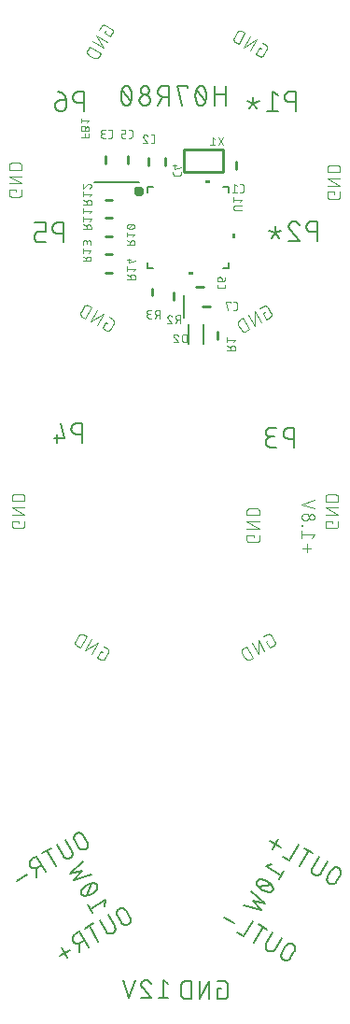
<source format=gbr>
G04 EAGLE Gerber RS-274X export*
G75*
%MOMM*%
%FSLAX34Y34*%
%LPD*%
%INSilkscreen Bottom*%
%IPPOS*%
%AMOC8*
5,1,8,0,0,1.08239X$1,22.5*%
G01*
%ADD10C,0.152400*%
%ADD11C,0.101600*%
%ADD12C,0.254000*%
%ADD13C,0.076200*%
%ADD14C,0.406400*%
%ADD15C,0.150000*%

G36*
X30841Y297182D02*
X30841Y297182D01*
X30843Y297181D01*
X30886Y297201D01*
X30930Y297219D01*
X30930Y297221D01*
X30932Y297222D01*
X30965Y297307D01*
X30965Y299847D01*
X30964Y299849D01*
X30965Y299851D01*
X30945Y299894D01*
X30927Y299938D01*
X30925Y299938D01*
X30924Y299940D01*
X30839Y299973D01*
X27029Y299973D01*
X27027Y299972D01*
X27025Y299973D01*
X26982Y299953D01*
X26938Y299935D01*
X26938Y299933D01*
X26936Y299932D01*
X26903Y299847D01*
X26903Y297307D01*
X26904Y297305D01*
X26903Y297303D01*
X26923Y297260D01*
X26941Y297216D01*
X26943Y297216D01*
X26944Y297214D01*
X27029Y297181D01*
X30839Y297181D01*
X30841Y297182D01*
G37*
G36*
X54104Y247643D02*
X54104Y247643D01*
X54106Y247642D01*
X54149Y247662D01*
X54193Y247680D01*
X54193Y247682D01*
X54195Y247683D01*
X54228Y247768D01*
X54228Y251578D01*
X54227Y251580D01*
X54228Y251582D01*
X54208Y251625D01*
X54190Y251669D01*
X54188Y251669D01*
X54187Y251671D01*
X54102Y251704D01*
X51562Y251704D01*
X51560Y251703D01*
X51558Y251704D01*
X51515Y251684D01*
X51471Y251666D01*
X51471Y251664D01*
X51469Y251663D01*
X51436Y251578D01*
X51436Y247768D01*
X51437Y247766D01*
X51436Y247764D01*
X51456Y247721D01*
X51474Y247677D01*
X51476Y247677D01*
X51477Y247675D01*
X51562Y247642D01*
X54102Y247642D01*
X54104Y247643D01*
G37*
G36*
X15838Y214378D02*
X15838Y214378D01*
X15840Y214377D01*
X15883Y214397D01*
X15927Y214415D01*
X15927Y214417D01*
X15929Y214418D01*
X15962Y214503D01*
X15962Y217043D01*
X15961Y217045D01*
X15962Y217047D01*
X15942Y217090D01*
X15924Y217134D01*
X15922Y217134D01*
X15921Y217136D01*
X15836Y217169D01*
X12026Y217169D01*
X12024Y217168D01*
X12022Y217169D01*
X11979Y217149D01*
X11935Y217131D01*
X11935Y217129D01*
X11933Y217128D01*
X11900Y217043D01*
X11900Y214503D01*
X11901Y214501D01*
X11900Y214499D01*
X11920Y214456D01*
X11938Y214412D01*
X11940Y214412D01*
X11941Y214410D01*
X12026Y214377D01*
X15836Y214377D01*
X15838Y214378D01*
G37*
D10*
X107808Y57812D02*
X107808Y75592D01*
X102869Y75592D01*
X102729Y75590D01*
X102590Y75584D01*
X102450Y75574D01*
X102311Y75560D01*
X102172Y75543D01*
X102034Y75521D01*
X101897Y75495D01*
X101760Y75466D01*
X101624Y75433D01*
X101490Y75396D01*
X101356Y75355D01*
X101224Y75310D01*
X101092Y75261D01*
X100963Y75209D01*
X100835Y75154D01*
X100708Y75094D01*
X100583Y75031D01*
X100460Y74965D01*
X100339Y74895D01*
X100220Y74822D01*
X100103Y74745D01*
X99989Y74665D01*
X99876Y74582D01*
X99766Y74496D01*
X99659Y74406D01*
X99554Y74314D01*
X99452Y74219D01*
X99352Y74121D01*
X99255Y74020D01*
X99161Y73916D01*
X99071Y73810D01*
X98983Y73701D01*
X98898Y73590D01*
X98817Y73476D01*
X98738Y73361D01*
X98663Y73243D01*
X98592Y73122D01*
X98524Y73000D01*
X98459Y72877D01*
X98398Y72751D01*
X98340Y72623D01*
X98286Y72495D01*
X98236Y72364D01*
X98189Y72232D01*
X98146Y72099D01*
X98107Y71965D01*
X98072Y71830D01*
X98041Y71694D01*
X98013Y71556D01*
X97990Y71419D01*
X97970Y71280D01*
X97954Y71141D01*
X97942Y71002D01*
X97934Y70863D01*
X97930Y70723D01*
X97930Y70583D01*
X97934Y70443D01*
X97942Y70304D01*
X97954Y70165D01*
X97970Y70026D01*
X97990Y69887D01*
X98013Y69750D01*
X98041Y69612D01*
X98072Y69476D01*
X98107Y69341D01*
X98146Y69207D01*
X98189Y69074D01*
X98236Y68942D01*
X98286Y68811D01*
X98340Y68683D01*
X98398Y68555D01*
X98459Y68429D01*
X98524Y68306D01*
X98592Y68183D01*
X98663Y68063D01*
X98738Y67945D01*
X98817Y67830D01*
X98898Y67716D01*
X98983Y67605D01*
X99071Y67496D01*
X99161Y67390D01*
X99255Y67286D01*
X99352Y67185D01*
X99452Y67087D01*
X99554Y66992D01*
X99659Y66900D01*
X99766Y66810D01*
X99876Y66724D01*
X99989Y66641D01*
X100103Y66561D01*
X100220Y66484D01*
X100339Y66411D01*
X100460Y66341D01*
X100583Y66275D01*
X100708Y66212D01*
X100835Y66152D01*
X100963Y66097D01*
X101092Y66045D01*
X101224Y65996D01*
X101356Y65951D01*
X101490Y65910D01*
X101624Y65873D01*
X101760Y65840D01*
X101897Y65811D01*
X102034Y65785D01*
X102172Y65763D01*
X102311Y65746D01*
X102450Y65732D01*
X102590Y65722D01*
X102729Y65716D01*
X102869Y65714D01*
X107808Y65714D01*
X91813Y57812D02*
X86874Y57812D01*
X86734Y57814D01*
X86595Y57820D01*
X86455Y57830D01*
X86316Y57844D01*
X86177Y57861D01*
X86039Y57883D01*
X85902Y57909D01*
X85765Y57938D01*
X85629Y57971D01*
X85495Y58008D01*
X85361Y58049D01*
X85229Y58094D01*
X85097Y58143D01*
X84968Y58195D01*
X84840Y58250D01*
X84713Y58310D01*
X84588Y58373D01*
X84465Y58439D01*
X84344Y58509D01*
X84225Y58582D01*
X84108Y58659D01*
X83994Y58739D01*
X83881Y58822D01*
X83771Y58908D01*
X83664Y58998D01*
X83559Y59090D01*
X83457Y59185D01*
X83357Y59283D01*
X83260Y59384D01*
X83166Y59488D01*
X83076Y59594D01*
X82988Y59703D01*
X82903Y59814D01*
X82822Y59928D01*
X82743Y60043D01*
X82668Y60161D01*
X82597Y60281D01*
X82529Y60404D01*
X82464Y60527D01*
X82403Y60653D01*
X82345Y60781D01*
X82291Y60909D01*
X82241Y61040D01*
X82194Y61172D01*
X82151Y61305D01*
X82112Y61439D01*
X82077Y61574D01*
X82046Y61710D01*
X82018Y61848D01*
X81995Y61985D01*
X81975Y62124D01*
X81959Y62263D01*
X81947Y62402D01*
X81939Y62541D01*
X81935Y62681D01*
X81935Y62821D01*
X81939Y62961D01*
X81947Y63100D01*
X81959Y63239D01*
X81975Y63378D01*
X81995Y63517D01*
X82018Y63654D01*
X82046Y63792D01*
X82077Y63928D01*
X82112Y64063D01*
X82151Y64197D01*
X82194Y64330D01*
X82241Y64462D01*
X82291Y64593D01*
X82345Y64721D01*
X82403Y64849D01*
X82464Y64975D01*
X82529Y65098D01*
X82597Y65220D01*
X82668Y65341D01*
X82743Y65459D01*
X82822Y65574D01*
X82903Y65688D01*
X82988Y65799D01*
X83076Y65908D01*
X83166Y66014D01*
X83260Y66118D01*
X83357Y66219D01*
X83457Y66317D01*
X83559Y66412D01*
X83664Y66504D01*
X83771Y66594D01*
X83881Y66680D01*
X83994Y66763D01*
X84108Y66843D01*
X84225Y66920D01*
X84344Y66993D01*
X84465Y67063D01*
X84588Y67129D01*
X84713Y67192D01*
X84840Y67252D01*
X84968Y67307D01*
X85097Y67359D01*
X85229Y67408D01*
X85361Y67453D01*
X85495Y67494D01*
X85629Y67531D01*
X85765Y67564D01*
X85902Y67593D01*
X86039Y67619D01*
X86177Y67641D01*
X86316Y67658D01*
X86455Y67672D01*
X86595Y67682D01*
X86734Y67688D01*
X86874Y67690D01*
X85886Y75592D02*
X91813Y75592D01*
X85886Y75592D02*
X85762Y75590D01*
X85638Y75584D01*
X85514Y75574D01*
X85391Y75561D01*
X85268Y75543D01*
X85146Y75522D01*
X85024Y75497D01*
X84903Y75468D01*
X84784Y75435D01*
X84665Y75399D01*
X84548Y75358D01*
X84432Y75315D01*
X84317Y75267D01*
X84204Y75216D01*
X84092Y75161D01*
X83983Y75103D01*
X83875Y75042D01*
X83769Y74977D01*
X83665Y74909D01*
X83564Y74837D01*
X83464Y74763D01*
X83368Y74685D01*
X83273Y74605D01*
X83181Y74521D01*
X83092Y74435D01*
X83006Y74346D01*
X82922Y74254D01*
X82842Y74159D01*
X82764Y74063D01*
X82690Y73963D01*
X82618Y73862D01*
X82550Y73758D01*
X82485Y73652D01*
X82424Y73544D01*
X82366Y73435D01*
X82311Y73323D01*
X82260Y73210D01*
X82212Y73095D01*
X82169Y72979D01*
X82128Y72862D01*
X82092Y72743D01*
X82059Y72624D01*
X82030Y72503D01*
X82005Y72381D01*
X81984Y72259D01*
X81966Y72136D01*
X81953Y72013D01*
X81943Y71889D01*
X81937Y71765D01*
X81935Y71641D01*
X81937Y71517D01*
X81943Y71393D01*
X81953Y71269D01*
X81966Y71146D01*
X81984Y71023D01*
X82005Y70901D01*
X82030Y70779D01*
X82059Y70658D01*
X82092Y70539D01*
X82128Y70420D01*
X82169Y70303D01*
X82212Y70187D01*
X82260Y70072D01*
X82311Y69959D01*
X82366Y69847D01*
X82424Y69738D01*
X82485Y69630D01*
X82550Y69524D01*
X82618Y69420D01*
X82690Y69319D01*
X82764Y69219D01*
X82842Y69123D01*
X82922Y69028D01*
X83006Y68936D01*
X83092Y68847D01*
X83181Y68761D01*
X83273Y68677D01*
X83368Y68597D01*
X83464Y68519D01*
X83564Y68445D01*
X83665Y68373D01*
X83769Y68305D01*
X83875Y68240D01*
X83983Y68179D01*
X84092Y68121D01*
X84204Y68066D01*
X84317Y68015D01*
X84432Y67967D01*
X84548Y67924D01*
X84665Y67883D01*
X84784Y67847D01*
X84903Y67814D01*
X85024Y67785D01*
X85146Y67760D01*
X85268Y67739D01*
X85391Y67721D01*
X85514Y67708D01*
X85638Y67698D01*
X85762Y67692D01*
X85886Y67690D01*
X89838Y67690D01*
X128649Y245145D02*
X128649Y262925D01*
X123711Y262925D01*
X123571Y262923D01*
X123432Y262917D01*
X123292Y262907D01*
X123153Y262893D01*
X123014Y262876D01*
X122876Y262854D01*
X122739Y262828D01*
X122602Y262799D01*
X122466Y262766D01*
X122332Y262729D01*
X122198Y262688D01*
X122066Y262643D01*
X121934Y262594D01*
X121805Y262542D01*
X121677Y262487D01*
X121550Y262427D01*
X121425Y262364D01*
X121302Y262298D01*
X121181Y262228D01*
X121062Y262155D01*
X120945Y262078D01*
X120831Y261998D01*
X120718Y261915D01*
X120608Y261829D01*
X120501Y261739D01*
X120396Y261647D01*
X120294Y261552D01*
X120194Y261454D01*
X120097Y261353D01*
X120003Y261249D01*
X119913Y261143D01*
X119825Y261034D01*
X119740Y260923D01*
X119659Y260809D01*
X119580Y260694D01*
X119505Y260576D01*
X119434Y260456D01*
X119366Y260333D01*
X119301Y260210D01*
X119240Y260084D01*
X119182Y259956D01*
X119128Y259828D01*
X119078Y259697D01*
X119031Y259565D01*
X118988Y259432D01*
X118949Y259298D01*
X118914Y259163D01*
X118883Y259027D01*
X118855Y258889D01*
X118832Y258752D01*
X118812Y258613D01*
X118796Y258474D01*
X118784Y258335D01*
X118776Y258196D01*
X118772Y258056D01*
X118772Y257916D01*
X118776Y257776D01*
X118784Y257637D01*
X118796Y257498D01*
X118812Y257359D01*
X118832Y257220D01*
X118855Y257083D01*
X118883Y256945D01*
X118914Y256809D01*
X118949Y256674D01*
X118988Y256540D01*
X119031Y256407D01*
X119078Y256275D01*
X119128Y256144D01*
X119182Y256016D01*
X119240Y255888D01*
X119301Y255762D01*
X119366Y255639D01*
X119434Y255516D01*
X119505Y255396D01*
X119580Y255278D01*
X119659Y255163D01*
X119740Y255049D01*
X119825Y254938D01*
X119913Y254829D01*
X120003Y254723D01*
X120097Y254619D01*
X120194Y254518D01*
X120294Y254420D01*
X120396Y254325D01*
X120501Y254233D01*
X120608Y254143D01*
X120718Y254057D01*
X120831Y253974D01*
X120945Y253894D01*
X121062Y253817D01*
X121181Y253744D01*
X121302Y253674D01*
X121425Y253608D01*
X121550Y253545D01*
X121677Y253485D01*
X121805Y253430D01*
X121934Y253378D01*
X122066Y253329D01*
X122198Y253284D01*
X122332Y253243D01*
X122466Y253206D01*
X122602Y253173D01*
X122739Y253144D01*
X122876Y253118D01*
X123014Y253096D01*
X123153Y253079D01*
X123292Y253065D01*
X123432Y253055D01*
X123571Y253049D01*
X123711Y253047D01*
X128649Y253047D01*
X107222Y262925D02*
X107090Y262923D01*
X106959Y262917D01*
X106827Y262907D01*
X106696Y262894D01*
X106566Y262876D01*
X106436Y262855D01*
X106306Y262830D01*
X106178Y262801D01*
X106050Y262768D01*
X105924Y262731D01*
X105798Y262691D01*
X105674Y262647D01*
X105551Y262599D01*
X105430Y262548D01*
X105310Y262493D01*
X105192Y262435D01*
X105076Y262373D01*
X104962Y262307D01*
X104849Y262239D01*
X104739Y262167D01*
X104631Y262092D01*
X104525Y262013D01*
X104421Y261932D01*
X104320Y261847D01*
X104222Y261760D01*
X104126Y261669D01*
X104033Y261576D01*
X103942Y261480D01*
X103855Y261382D01*
X103770Y261281D01*
X103689Y261177D01*
X103610Y261071D01*
X103535Y260963D01*
X103463Y260853D01*
X103395Y260740D01*
X103329Y260626D01*
X103267Y260510D01*
X103209Y260392D01*
X103154Y260272D01*
X103103Y260151D01*
X103055Y260028D01*
X103011Y259904D01*
X102971Y259778D01*
X102934Y259652D01*
X102901Y259524D01*
X102872Y259396D01*
X102847Y259266D01*
X102826Y259136D01*
X102808Y259006D01*
X102795Y258875D01*
X102785Y258743D01*
X102779Y258612D01*
X102777Y258480D01*
X107222Y262925D02*
X107372Y262923D01*
X107521Y262917D01*
X107670Y262907D01*
X107819Y262894D01*
X107968Y262876D01*
X108116Y262855D01*
X108264Y262829D01*
X108410Y262800D01*
X108556Y262767D01*
X108701Y262730D01*
X108845Y262689D01*
X108988Y262645D01*
X109130Y262597D01*
X109270Y262545D01*
X109409Y262490D01*
X109547Y262431D01*
X109682Y262368D01*
X109817Y262302D01*
X109949Y262232D01*
X110079Y262159D01*
X110208Y262082D01*
X110335Y262002D01*
X110459Y261919D01*
X110581Y261833D01*
X110701Y261743D01*
X110818Y261650D01*
X110933Y261555D01*
X111046Y261456D01*
X111156Y261354D01*
X111263Y261250D01*
X111367Y261143D01*
X111469Y261033D01*
X111567Y260920D01*
X111663Y260805D01*
X111755Y260687D01*
X111845Y260567D01*
X111931Y260445D01*
X112014Y260321D01*
X112094Y260194D01*
X112170Y260066D01*
X112243Y259935D01*
X112313Y259802D01*
X112379Y259668D01*
X112441Y259532D01*
X112500Y259395D01*
X112556Y259256D01*
X112607Y259115D01*
X112655Y258974D01*
X104259Y255023D02*
X104163Y255116D01*
X104071Y255212D01*
X103981Y255311D01*
X103894Y255412D01*
X103810Y255515D01*
X103728Y255620D01*
X103650Y255728D01*
X103575Y255838D01*
X103502Y255950D01*
X103433Y256064D01*
X103367Y256180D01*
X103305Y256298D01*
X103246Y256417D01*
X103190Y256538D01*
X103137Y256661D01*
X103088Y256785D01*
X103043Y256910D01*
X103000Y257037D01*
X102962Y257164D01*
X102927Y257293D01*
X102896Y257422D01*
X102868Y257553D01*
X102844Y257684D01*
X102823Y257816D01*
X102807Y257948D01*
X102794Y258081D01*
X102784Y258214D01*
X102779Y258347D01*
X102777Y258480D01*
X104258Y255022D02*
X112654Y245145D01*
X102777Y245145D01*
X90407Y252059D02*
X90407Y257986D01*
X90407Y252059D02*
X86950Y247614D01*
X90407Y252059D02*
X93864Y247614D01*
X90407Y252059D02*
X84974Y254035D01*
X90407Y252059D02*
X95840Y254035D01*
D11*
X-64698Y433549D02*
X-63724Y435236D01*
X-64698Y433549D02*
X-59077Y430304D01*
X-57129Y433677D01*
X-57130Y433677D02*
X-57082Y433764D01*
X-57037Y433853D01*
X-56996Y433943D01*
X-56958Y434035D01*
X-56924Y434129D01*
X-56893Y434223D01*
X-56866Y434319D01*
X-56843Y434416D01*
X-56823Y434513D01*
X-56808Y434612D01*
X-56796Y434710D01*
X-56787Y434809D01*
X-56783Y434909D01*
X-56782Y435008D01*
X-56785Y435108D01*
X-56792Y435207D01*
X-56803Y435306D01*
X-56818Y435404D01*
X-56836Y435502D01*
X-56858Y435599D01*
X-56884Y435695D01*
X-56913Y435790D01*
X-56946Y435884D01*
X-56983Y435976D01*
X-57023Y436067D01*
X-57066Y436157D01*
X-57113Y436244D01*
X-57164Y436330D01*
X-57217Y436414D01*
X-57274Y436496D01*
X-57334Y436575D01*
X-57396Y436652D01*
X-57462Y436727D01*
X-57531Y436799D01*
X-57602Y436868D01*
X-57676Y436935D01*
X-57752Y436999D01*
X-57831Y437060D01*
X-57912Y437117D01*
X-57995Y437172D01*
X-58080Y437223D01*
X-63701Y440469D01*
X-63701Y440468D02*
X-63788Y440516D01*
X-63877Y440561D01*
X-63967Y440602D01*
X-64059Y440640D01*
X-64153Y440674D01*
X-64247Y440705D01*
X-64343Y440732D01*
X-64440Y440755D01*
X-64537Y440775D01*
X-64636Y440790D01*
X-64734Y440802D01*
X-64833Y440811D01*
X-64933Y440815D01*
X-65032Y440816D01*
X-65132Y440813D01*
X-65231Y440806D01*
X-65330Y440795D01*
X-65428Y440780D01*
X-65526Y440762D01*
X-65623Y440740D01*
X-65719Y440714D01*
X-65814Y440685D01*
X-65908Y440652D01*
X-66000Y440615D01*
X-66091Y440575D01*
X-66180Y440532D01*
X-66268Y440485D01*
X-66354Y440434D01*
X-66438Y440381D01*
X-66519Y440324D01*
X-66599Y440264D01*
X-66676Y440202D01*
X-66751Y440136D01*
X-66823Y440067D01*
X-66892Y439996D01*
X-66959Y439922D01*
X-67023Y439846D01*
X-67083Y439767D01*
X-67141Y439686D01*
X-67196Y439603D01*
X-67247Y439518D01*
X-67248Y439519D02*
X-69195Y436146D01*
X-72046Y431209D02*
X-61927Y425367D01*
X-65173Y419745D02*
X-72046Y431209D01*
X-75291Y425587D02*
X-65173Y419745D01*
X-68023Y414808D02*
X-78142Y420650D01*
X-79764Y417839D01*
X-79765Y417840D02*
X-79820Y417741D01*
X-79871Y417640D01*
X-79919Y417537D01*
X-79964Y417433D01*
X-80004Y417327D01*
X-80041Y417220D01*
X-80074Y417112D01*
X-80104Y417002D01*
X-80129Y416892D01*
X-80151Y416781D01*
X-80168Y416669D01*
X-80182Y416556D01*
X-80192Y416443D01*
X-80198Y416330D01*
X-80200Y416217D01*
X-80198Y416104D01*
X-80192Y415991D01*
X-80182Y415878D01*
X-80168Y415765D01*
X-80151Y415653D01*
X-80129Y415542D01*
X-80104Y415432D01*
X-80074Y415322D01*
X-80041Y415214D01*
X-80004Y415107D01*
X-79964Y415001D01*
X-79919Y414897D01*
X-79871Y414794D01*
X-79820Y414693D01*
X-79765Y414594D01*
X-79707Y414497D01*
X-79645Y414402D01*
X-79580Y414309D01*
X-79512Y414219D01*
X-79441Y414131D01*
X-79366Y414045D01*
X-79289Y413962D01*
X-79209Y413882D01*
X-79126Y413805D01*
X-79040Y413730D01*
X-78952Y413659D01*
X-78862Y413591D01*
X-78769Y413526D01*
X-78674Y413464D01*
X-78577Y413406D01*
X-78576Y413406D02*
X-74079Y410809D01*
X-74080Y410809D02*
X-73981Y410754D01*
X-73880Y410703D01*
X-73777Y410655D01*
X-73673Y410610D01*
X-73567Y410570D01*
X-73460Y410533D01*
X-73352Y410500D01*
X-73242Y410470D01*
X-73132Y410445D01*
X-73021Y410423D01*
X-72909Y410406D01*
X-72796Y410392D01*
X-72683Y410382D01*
X-72570Y410376D01*
X-72457Y410374D01*
X-72344Y410376D01*
X-72231Y410382D01*
X-72118Y410392D01*
X-72005Y410406D01*
X-71893Y410423D01*
X-71782Y410445D01*
X-71672Y410470D01*
X-71562Y410500D01*
X-71454Y410533D01*
X-71347Y410570D01*
X-71241Y410610D01*
X-71137Y410655D01*
X-71034Y410703D01*
X-70933Y410754D01*
X-70834Y410809D01*
X-70737Y410867D01*
X-70642Y410929D01*
X-70549Y410994D01*
X-70459Y411062D01*
X-70370Y411133D01*
X-70285Y411208D01*
X-70202Y411285D01*
X-70122Y411365D01*
X-70045Y411448D01*
X-69970Y411534D01*
X-69899Y411622D01*
X-69831Y411712D01*
X-69766Y411805D01*
X-69704Y411900D01*
X-69646Y411997D01*
X-68023Y414808D01*
X75983Y419924D02*
X77669Y418951D01*
X75983Y419924D02*
X72737Y414303D01*
X76110Y412356D01*
X76197Y412308D01*
X76286Y412263D01*
X76376Y412222D01*
X76468Y412184D01*
X76562Y412150D01*
X76656Y412119D01*
X76752Y412092D01*
X76849Y412069D01*
X76946Y412049D01*
X77045Y412034D01*
X77143Y412022D01*
X77242Y412013D01*
X77342Y412009D01*
X77441Y412008D01*
X77541Y412011D01*
X77640Y412018D01*
X77739Y412029D01*
X77837Y412044D01*
X77935Y412062D01*
X78032Y412084D01*
X78128Y412110D01*
X78223Y412139D01*
X78317Y412172D01*
X78409Y412209D01*
X78500Y412249D01*
X78590Y412292D01*
X78677Y412339D01*
X78763Y412390D01*
X78847Y412443D01*
X78929Y412500D01*
X79008Y412560D01*
X79085Y412622D01*
X79160Y412688D01*
X79232Y412757D01*
X79301Y412828D01*
X79368Y412902D01*
X79432Y412978D01*
X79493Y413057D01*
X79550Y413138D01*
X79605Y413221D01*
X79656Y413306D01*
X79657Y413306D02*
X82903Y418927D01*
X82902Y418928D02*
X82950Y419015D01*
X82995Y419104D01*
X83036Y419194D01*
X83074Y419286D01*
X83108Y419380D01*
X83139Y419474D01*
X83166Y419570D01*
X83189Y419667D01*
X83209Y419764D01*
X83224Y419863D01*
X83236Y419961D01*
X83245Y420060D01*
X83249Y420160D01*
X83250Y420259D01*
X83247Y420359D01*
X83240Y420458D01*
X83229Y420557D01*
X83214Y420655D01*
X83196Y420753D01*
X83174Y420850D01*
X83148Y420946D01*
X83119Y421041D01*
X83086Y421135D01*
X83049Y421227D01*
X83009Y421318D01*
X82966Y421408D01*
X82919Y421495D01*
X82868Y421581D01*
X82815Y421665D01*
X82758Y421747D01*
X82698Y421826D01*
X82636Y421903D01*
X82570Y421978D01*
X82501Y422050D01*
X82430Y422119D01*
X82356Y422186D01*
X82280Y422250D01*
X82201Y422310D01*
X82120Y422368D01*
X82037Y422423D01*
X81952Y422474D01*
X78579Y424422D01*
X73642Y427272D02*
X67800Y417153D01*
X62179Y420399D02*
X73642Y427272D01*
X68021Y430518D02*
X62179Y420399D01*
X57242Y423249D02*
X63084Y433368D01*
X60273Y434991D01*
X60174Y435046D01*
X60073Y435097D01*
X59970Y435145D01*
X59866Y435190D01*
X59760Y435230D01*
X59653Y435267D01*
X59545Y435300D01*
X59435Y435330D01*
X59325Y435355D01*
X59214Y435377D01*
X59102Y435394D01*
X58989Y435408D01*
X58876Y435418D01*
X58763Y435424D01*
X58650Y435426D01*
X58537Y435424D01*
X58424Y435418D01*
X58311Y435408D01*
X58198Y435394D01*
X58086Y435377D01*
X57975Y435355D01*
X57865Y435330D01*
X57755Y435300D01*
X57647Y435267D01*
X57540Y435230D01*
X57434Y435190D01*
X57330Y435145D01*
X57227Y435097D01*
X57126Y435046D01*
X57027Y434991D01*
X56930Y434933D01*
X56835Y434871D01*
X56742Y434806D01*
X56652Y434738D01*
X56564Y434667D01*
X56478Y434592D01*
X56395Y434515D01*
X56315Y434435D01*
X56238Y434352D01*
X56163Y434266D01*
X56092Y434178D01*
X56024Y434088D01*
X55959Y433995D01*
X55897Y433900D01*
X55839Y433803D01*
X55840Y433803D02*
X53243Y429306D01*
X53188Y429207D01*
X53137Y429106D01*
X53089Y429003D01*
X53044Y428899D01*
X53004Y428793D01*
X52967Y428686D01*
X52934Y428578D01*
X52904Y428468D01*
X52879Y428358D01*
X52857Y428247D01*
X52840Y428135D01*
X52826Y428022D01*
X52816Y427909D01*
X52810Y427796D01*
X52808Y427683D01*
X52810Y427570D01*
X52816Y427457D01*
X52826Y427344D01*
X52840Y427231D01*
X52857Y427119D01*
X52879Y427008D01*
X52904Y426898D01*
X52934Y426788D01*
X52967Y426680D01*
X53004Y426573D01*
X53044Y426467D01*
X53089Y426363D01*
X53137Y426260D01*
X53188Y426159D01*
X53243Y426060D01*
X53301Y425963D01*
X53363Y425868D01*
X53428Y425775D01*
X53496Y425685D01*
X53567Y425596D01*
X53642Y425511D01*
X53719Y425428D01*
X53799Y425348D01*
X53882Y425271D01*
X53968Y425196D01*
X54056Y425125D01*
X54146Y425057D01*
X54239Y424992D01*
X54334Y424930D01*
X54431Y424872D01*
X57242Y423249D01*
D10*
X108869Y380463D02*
X108869Y362683D01*
X108869Y380463D02*
X103930Y380463D01*
X103790Y380461D01*
X103651Y380455D01*
X103511Y380445D01*
X103372Y380431D01*
X103233Y380414D01*
X103095Y380392D01*
X102958Y380366D01*
X102821Y380337D01*
X102685Y380304D01*
X102551Y380267D01*
X102417Y380226D01*
X102285Y380181D01*
X102153Y380132D01*
X102024Y380080D01*
X101896Y380025D01*
X101769Y379965D01*
X101644Y379902D01*
X101521Y379836D01*
X101400Y379766D01*
X101281Y379693D01*
X101164Y379616D01*
X101050Y379536D01*
X100937Y379453D01*
X100827Y379367D01*
X100720Y379277D01*
X100615Y379185D01*
X100513Y379090D01*
X100413Y378992D01*
X100316Y378891D01*
X100222Y378787D01*
X100132Y378681D01*
X100044Y378572D01*
X99959Y378461D01*
X99878Y378347D01*
X99799Y378232D01*
X99724Y378114D01*
X99653Y377994D01*
X99585Y377871D01*
X99520Y377748D01*
X99459Y377622D01*
X99401Y377494D01*
X99347Y377366D01*
X99297Y377235D01*
X99250Y377103D01*
X99207Y376970D01*
X99168Y376836D01*
X99133Y376701D01*
X99102Y376565D01*
X99074Y376427D01*
X99051Y376290D01*
X99031Y376151D01*
X99015Y376012D01*
X99003Y375873D01*
X98995Y375734D01*
X98991Y375594D01*
X98991Y375454D01*
X98995Y375314D01*
X99003Y375175D01*
X99015Y375036D01*
X99031Y374897D01*
X99051Y374758D01*
X99074Y374621D01*
X99102Y374483D01*
X99133Y374347D01*
X99168Y374212D01*
X99207Y374078D01*
X99250Y373945D01*
X99297Y373813D01*
X99347Y373682D01*
X99401Y373554D01*
X99459Y373426D01*
X99520Y373300D01*
X99585Y373177D01*
X99653Y373055D01*
X99724Y372934D01*
X99799Y372816D01*
X99878Y372701D01*
X99959Y372587D01*
X100044Y372476D01*
X100132Y372367D01*
X100222Y372261D01*
X100316Y372157D01*
X100413Y372056D01*
X100513Y371958D01*
X100615Y371863D01*
X100720Y371771D01*
X100827Y371681D01*
X100937Y371595D01*
X101050Y371512D01*
X101164Y371432D01*
X101281Y371355D01*
X101400Y371282D01*
X101521Y371212D01*
X101644Y371146D01*
X101769Y371083D01*
X101896Y371023D01*
X102024Y370968D01*
X102153Y370916D01*
X102285Y370867D01*
X102417Y370822D01*
X102551Y370781D01*
X102685Y370744D01*
X102821Y370711D01*
X102958Y370682D01*
X103095Y370656D01*
X103233Y370634D01*
X103372Y370617D01*
X103511Y370603D01*
X103651Y370593D01*
X103790Y370587D01*
X103930Y370585D01*
X108869Y370585D01*
X92874Y376512D02*
X87935Y380463D01*
X87935Y362683D01*
X92874Y362683D02*
X82996Y362683D01*
X70627Y369597D02*
X70627Y375524D01*
X70627Y369597D02*
X67169Y365152D01*
X70627Y369597D02*
X74084Y365152D01*
X70627Y369597D02*
X65194Y371573D01*
X70627Y369597D02*
X76059Y371573D01*
X-84563Y79759D02*
X-84563Y61979D01*
X-84563Y79759D02*
X-89502Y79759D01*
X-89642Y79757D01*
X-89781Y79751D01*
X-89921Y79741D01*
X-90060Y79727D01*
X-90199Y79710D01*
X-90337Y79688D01*
X-90474Y79662D01*
X-90611Y79633D01*
X-90747Y79600D01*
X-90881Y79563D01*
X-91015Y79522D01*
X-91147Y79477D01*
X-91279Y79428D01*
X-91408Y79376D01*
X-91536Y79321D01*
X-91663Y79261D01*
X-91788Y79198D01*
X-91911Y79132D01*
X-92032Y79062D01*
X-92151Y78989D01*
X-92268Y78912D01*
X-92382Y78832D01*
X-92495Y78749D01*
X-92605Y78663D01*
X-92712Y78573D01*
X-92817Y78481D01*
X-92919Y78386D01*
X-93019Y78288D01*
X-93116Y78187D01*
X-93210Y78083D01*
X-93300Y77977D01*
X-93388Y77868D01*
X-93473Y77757D01*
X-93554Y77643D01*
X-93633Y77528D01*
X-93708Y77410D01*
X-93779Y77289D01*
X-93847Y77167D01*
X-93912Y77044D01*
X-93973Y76918D01*
X-94031Y76790D01*
X-94085Y76662D01*
X-94135Y76531D01*
X-94182Y76399D01*
X-94225Y76266D01*
X-94264Y76132D01*
X-94299Y75997D01*
X-94330Y75861D01*
X-94358Y75723D01*
X-94381Y75586D01*
X-94401Y75447D01*
X-94417Y75308D01*
X-94429Y75169D01*
X-94437Y75030D01*
X-94441Y74890D01*
X-94441Y74750D01*
X-94437Y74610D01*
X-94429Y74471D01*
X-94417Y74332D01*
X-94401Y74193D01*
X-94381Y74054D01*
X-94358Y73917D01*
X-94330Y73779D01*
X-94299Y73643D01*
X-94264Y73508D01*
X-94225Y73374D01*
X-94182Y73241D01*
X-94135Y73109D01*
X-94085Y72978D01*
X-94031Y72850D01*
X-93973Y72722D01*
X-93912Y72596D01*
X-93847Y72473D01*
X-93779Y72350D01*
X-93708Y72230D01*
X-93633Y72112D01*
X-93554Y71997D01*
X-93473Y71883D01*
X-93388Y71772D01*
X-93300Y71663D01*
X-93210Y71557D01*
X-93116Y71453D01*
X-93019Y71352D01*
X-92919Y71254D01*
X-92817Y71159D01*
X-92712Y71067D01*
X-92605Y70977D01*
X-92495Y70891D01*
X-92382Y70808D01*
X-92268Y70728D01*
X-92151Y70651D01*
X-92032Y70578D01*
X-91911Y70508D01*
X-91788Y70442D01*
X-91663Y70379D01*
X-91536Y70319D01*
X-91408Y70264D01*
X-91279Y70212D01*
X-91147Y70163D01*
X-91015Y70118D01*
X-90881Y70077D01*
X-90747Y70040D01*
X-90611Y70007D01*
X-90474Y69978D01*
X-90337Y69952D01*
X-90199Y69930D01*
X-90060Y69913D01*
X-89921Y69899D01*
X-89781Y69889D01*
X-89642Y69883D01*
X-89502Y69881D01*
X-84563Y69881D01*
X-100558Y65930D02*
X-104509Y79759D01*
X-100558Y65930D02*
X-110436Y65930D01*
X-107473Y69881D02*
X-107473Y61979D01*
X45341Y367665D02*
X45341Y385445D01*
X45341Y377543D02*
X35464Y377543D01*
X35464Y385445D02*
X35464Y367665D01*
X28033Y376555D02*
X28029Y376905D01*
X28016Y377254D01*
X27995Y377603D01*
X27966Y377952D01*
X27929Y378300D01*
X27883Y378647D01*
X27829Y378992D01*
X27767Y379336D01*
X27696Y379679D01*
X27617Y380020D01*
X27531Y380359D01*
X27436Y380695D01*
X27333Y381030D01*
X27222Y381361D01*
X27104Y381691D01*
X26977Y382017D01*
X26843Y382340D01*
X26701Y382659D01*
X26551Y382976D01*
X26551Y382975D02*
X26511Y383088D01*
X26467Y383198D01*
X26419Y383308D01*
X26368Y383415D01*
X26313Y383521D01*
X26255Y383626D01*
X26193Y383728D01*
X26128Y383828D01*
X26060Y383926D01*
X25989Y384022D01*
X25914Y384115D01*
X25837Y384206D01*
X25757Y384294D01*
X25674Y384379D01*
X25588Y384462D01*
X25499Y384542D01*
X25408Y384619D01*
X25314Y384693D01*
X25218Y384764D01*
X25120Y384832D01*
X25020Y384896D01*
X24917Y384958D01*
X24813Y385015D01*
X24707Y385070D01*
X24599Y385121D01*
X24489Y385168D01*
X24378Y385212D01*
X24266Y385252D01*
X24152Y385288D01*
X24038Y385321D01*
X23922Y385350D01*
X23805Y385375D01*
X23688Y385396D01*
X23570Y385414D01*
X23451Y385427D01*
X23332Y385437D01*
X23213Y385443D01*
X23094Y385445D01*
X22975Y385443D01*
X22856Y385437D01*
X22737Y385427D01*
X22618Y385414D01*
X22500Y385396D01*
X22383Y385375D01*
X22266Y385350D01*
X22150Y385321D01*
X22036Y385288D01*
X21922Y385252D01*
X21810Y385212D01*
X21699Y385168D01*
X21589Y385121D01*
X21481Y385070D01*
X21375Y385015D01*
X21271Y384958D01*
X21168Y384896D01*
X21068Y384832D01*
X20970Y384764D01*
X20874Y384693D01*
X20780Y384619D01*
X20689Y384542D01*
X20600Y384462D01*
X20515Y384379D01*
X20431Y384294D01*
X20351Y384206D01*
X20274Y384115D01*
X20199Y384022D01*
X20128Y383926D01*
X20060Y383828D01*
X19995Y383728D01*
X19933Y383626D01*
X19875Y383521D01*
X19820Y383416D01*
X19769Y383308D01*
X19721Y383198D01*
X19677Y383088D01*
X19637Y382975D01*
X19637Y382976D02*
X19487Y382659D01*
X19345Y382340D01*
X19211Y382017D01*
X19084Y381691D01*
X18966Y381361D01*
X18855Y381030D01*
X18752Y380695D01*
X18657Y380359D01*
X18571Y380020D01*
X18492Y379679D01*
X18421Y379336D01*
X18359Y378992D01*
X18305Y378647D01*
X18259Y378300D01*
X18222Y377952D01*
X18193Y377603D01*
X18172Y377254D01*
X18159Y376905D01*
X18155Y376555D01*
X28032Y376555D02*
X28028Y376205D01*
X28015Y375856D01*
X27994Y375507D01*
X27965Y375158D01*
X27928Y374810D01*
X27882Y374463D01*
X27828Y374118D01*
X27766Y373774D01*
X27695Y373431D01*
X27616Y373090D01*
X27530Y372751D01*
X27435Y372415D01*
X27332Y372080D01*
X27221Y371749D01*
X27103Y371420D01*
X26976Y371093D01*
X26842Y370770D01*
X26700Y370451D01*
X26550Y370135D01*
X26551Y370135D02*
X26511Y370022D01*
X26467Y369912D01*
X26419Y369802D01*
X26368Y369695D01*
X26313Y369589D01*
X26255Y369484D01*
X26193Y369382D01*
X26128Y369282D01*
X26060Y369184D01*
X25989Y369088D01*
X25914Y368995D01*
X25837Y368904D01*
X25757Y368816D01*
X25674Y368731D01*
X25588Y368648D01*
X25499Y368568D01*
X25408Y368491D01*
X25314Y368417D01*
X25218Y368346D01*
X25120Y368278D01*
X25020Y368214D01*
X24917Y368152D01*
X24813Y368095D01*
X24707Y368040D01*
X24599Y367989D01*
X24489Y367942D01*
X24378Y367898D01*
X24266Y367858D01*
X24152Y367822D01*
X24038Y367789D01*
X23922Y367760D01*
X23805Y367735D01*
X23688Y367714D01*
X23570Y367696D01*
X23451Y367683D01*
X23332Y367673D01*
X23213Y367667D01*
X23094Y367665D01*
X19637Y370135D02*
X19487Y370451D01*
X19345Y370770D01*
X19211Y371093D01*
X19084Y371420D01*
X18966Y371749D01*
X18855Y372080D01*
X18752Y372415D01*
X18657Y372751D01*
X18571Y373090D01*
X18492Y373431D01*
X18421Y373774D01*
X18359Y374118D01*
X18305Y374463D01*
X18259Y374810D01*
X18222Y375158D01*
X18193Y375507D01*
X18172Y375856D01*
X18159Y376205D01*
X18155Y376555D01*
X19637Y370135D02*
X19677Y370022D01*
X19721Y369912D01*
X19769Y369802D01*
X19820Y369694D01*
X19875Y369588D01*
X19933Y369484D01*
X19995Y369382D01*
X20060Y369282D01*
X20128Y369184D01*
X20199Y369088D01*
X20274Y368995D01*
X20351Y368904D01*
X20431Y368816D01*
X20515Y368731D01*
X20600Y368648D01*
X20689Y368568D01*
X20780Y368491D01*
X20874Y368417D01*
X20970Y368346D01*
X21068Y368278D01*
X21168Y368214D01*
X21271Y368152D01*
X21375Y368094D01*
X21481Y368040D01*
X21589Y367989D01*
X21699Y367942D01*
X21810Y367898D01*
X21922Y367858D01*
X22036Y367822D01*
X22150Y367789D01*
X22266Y367760D01*
X22383Y367735D01*
X22500Y367714D01*
X22618Y367696D01*
X22737Y367683D01*
X22856Y367673D01*
X22975Y367667D01*
X23094Y367665D01*
X27045Y371616D02*
X19143Y381494D01*
X11282Y383469D02*
X11282Y385445D01*
X1404Y385445D01*
X6343Y367665D01*
X-6112Y367665D02*
X-6112Y385445D01*
X-11051Y385445D01*
X-11191Y385443D01*
X-11330Y385437D01*
X-11470Y385427D01*
X-11609Y385413D01*
X-11748Y385396D01*
X-11886Y385374D01*
X-12023Y385348D01*
X-12160Y385319D01*
X-12296Y385286D01*
X-12430Y385249D01*
X-12564Y385208D01*
X-12696Y385163D01*
X-12828Y385114D01*
X-12957Y385062D01*
X-13085Y385007D01*
X-13212Y384947D01*
X-13337Y384884D01*
X-13460Y384818D01*
X-13581Y384748D01*
X-13700Y384675D01*
X-13817Y384598D01*
X-13931Y384518D01*
X-14044Y384435D01*
X-14154Y384349D01*
X-14261Y384259D01*
X-14366Y384167D01*
X-14468Y384072D01*
X-14568Y383974D01*
X-14665Y383873D01*
X-14759Y383769D01*
X-14849Y383663D01*
X-14937Y383554D01*
X-15022Y383443D01*
X-15103Y383329D01*
X-15182Y383214D01*
X-15257Y383096D01*
X-15328Y382976D01*
X-15396Y382853D01*
X-15461Y382730D01*
X-15522Y382604D01*
X-15580Y382476D01*
X-15634Y382348D01*
X-15684Y382217D01*
X-15731Y382085D01*
X-15774Y381952D01*
X-15813Y381818D01*
X-15848Y381683D01*
X-15879Y381547D01*
X-15907Y381409D01*
X-15930Y381272D01*
X-15950Y381133D01*
X-15966Y380994D01*
X-15978Y380855D01*
X-15986Y380716D01*
X-15990Y380576D01*
X-15990Y380436D01*
X-15986Y380296D01*
X-15978Y380157D01*
X-15966Y380018D01*
X-15950Y379879D01*
X-15930Y379740D01*
X-15907Y379603D01*
X-15879Y379465D01*
X-15848Y379329D01*
X-15813Y379194D01*
X-15774Y379060D01*
X-15731Y378927D01*
X-15684Y378795D01*
X-15634Y378664D01*
X-15580Y378536D01*
X-15522Y378408D01*
X-15461Y378282D01*
X-15396Y378159D01*
X-15328Y378037D01*
X-15257Y377916D01*
X-15182Y377798D01*
X-15103Y377683D01*
X-15022Y377569D01*
X-14937Y377458D01*
X-14849Y377349D01*
X-14759Y377243D01*
X-14665Y377139D01*
X-14568Y377038D01*
X-14468Y376940D01*
X-14366Y376845D01*
X-14261Y376753D01*
X-14154Y376663D01*
X-14044Y376577D01*
X-13931Y376494D01*
X-13817Y376414D01*
X-13700Y376337D01*
X-13581Y376264D01*
X-13460Y376194D01*
X-13337Y376128D01*
X-13212Y376065D01*
X-13085Y376005D01*
X-12957Y375950D01*
X-12828Y375898D01*
X-12696Y375849D01*
X-12564Y375804D01*
X-12430Y375763D01*
X-12296Y375726D01*
X-12160Y375693D01*
X-12023Y375664D01*
X-11886Y375638D01*
X-11748Y375616D01*
X-11609Y375599D01*
X-11470Y375585D01*
X-11330Y375575D01*
X-11191Y375569D01*
X-11051Y375567D01*
X-6112Y375567D01*
X-12039Y375567D02*
X-15990Y367665D01*
X-22777Y372604D02*
X-22779Y372744D01*
X-22785Y372883D01*
X-22795Y373023D01*
X-22809Y373162D01*
X-22826Y373301D01*
X-22848Y373439D01*
X-22874Y373576D01*
X-22903Y373713D01*
X-22936Y373849D01*
X-22973Y373983D01*
X-23014Y374117D01*
X-23059Y374249D01*
X-23108Y374381D01*
X-23160Y374510D01*
X-23215Y374638D01*
X-23275Y374765D01*
X-23338Y374890D01*
X-23404Y375013D01*
X-23474Y375134D01*
X-23547Y375253D01*
X-23624Y375370D01*
X-23704Y375484D01*
X-23787Y375597D01*
X-23873Y375707D01*
X-23963Y375814D01*
X-24055Y375919D01*
X-24150Y376021D01*
X-24248Y376121D01*
X-24349Y376218D01*
X-24453Y376312D01*
X-24559Y376402D01*
X-24668Y376490D01*
X-24779Y376575D01*
X-24893Y376656D01*
X-25008Y376735D01*
X-25126Y376810D01*
X-25246Y376881D01*
X-25369Y376949D01*
X-25492Y377014D01*
X-25618Y377075D01*
X-25746Y377133D01*
X-25874Y377187D01*
X-26005Y377237D01*
X-26137Y377284D01*
X-26270Y377327D01*
X-26404Y377366D01*
X-26539Y377401D01*
X-26675Y377432D01*
X-26813Y377460D01*
X-26950Y377483D01*
X-27089Y377503D01*
X-27228Y377519D01*
X-27367Y377531D01*
X-27506Y377539D01*
X-27646Y377543D01*
X-27786Y377543D01*
X-27926Y377539D01*
X-28065Y377531D01*
X-28204Y377519D01*
X-28343Y377503D01*
X-28482Y377483D01*
X-28619Y377460D01*
X-28757Y377432D01*
X-28893Y377401D01*
X-29028Y377366D01*
X-29162Y377327D01*
X-29295Y377284D01*
X-29427Y377237D01*
X-29558Y377187D01*
X-29686Y377133D01*
X-29814Y377075D01*
X-29940Y377014D01*
X-30063Y376949D01*
X-30186Y376881D01*
X-30306Y376810D01*
X-30424Y376735D01*
X-30539Y376656D01*
X-30653Y376575D01*
X-30764Y376490D01*
X-30873Y376402D01*
X-30979Y376312D01*
X-31083Y376218D01*
X-31184Y376121D01*
X-31282Y376021D01*
X-31377Y375919D01*
X-31469Y375814D01*
X-31559Y375707D01*
X-31645Y375597D01*
X-31728Y375484D01*
X-31808Y375370D01*
X-31885Y375253D01*
X-31958Y375134D01*
X-32028Y375013D01*
X-32094Y374890D01*
X-32157Y374765D01*
X-32217Y374638D01*
X-32272Y374510D01*
X-32324Y374381D01*
X-32373Y374249D01*
X-32418Y374117D01*
X-32459Y373983D01*
X-32496Y373849D01*
X-32529Y373713D01*
X-32558Y373576D01*
X-32584Y373439D01*
X-32606Y373301D01*
X-32623Y373162D01*
X-32637Y373023D01*
X-32647Y372883D01*
X-32653Y372744D01*
X-32655Y372604D01*
X-32653Y372464D01*
X-32647Y372325D01*
X-32637Y372185D01*
X-32623Y372046D01*
X-32606Y371907D01*
X-32584Y371769D01*
X-32558Y371632D01*
X-32529Y371495D01*
X-32496Y371359D01*
X-32459Y371225D01*
X-32418Y371091D01*
X-32373Y370959D01*
X-32324Y370827D01*
X-32272Y370698D01*
X-32217Y370570D01*
X-32157Y370443D01*
X-32094Y370318D01*
X-32028Y370195D01*
X-31958Y370074D01*
X-31885Y369955D01*
X-31808Y369838D01*
X-31728Y369724D01*
X-31645Y369611D01*
X-31559Y369501D01*
X-31469Y369394D01*
X-31377Y369289D01*
X-31282Y369187D01*
X-31184Y369087D01*
X-31083Y368990D01*
X-30979Y368896D01*
X-30873Y368806D01*
X-30764Y368718D01*
X-30653Y368633D01*
X-30539Y368552D01*
X-30424Y368473D01*
X-30306Y368398D01*
X-30185Y368327D01*
X-30063Y368259D01*
X-29940Y368194D01*
X-29814Y368133D01*
X-29686Y368075D01*
X-29558Y368021D01*
X-29427Y367971D01*
X-29295Y367924D01*
X-29162Y367881D01*
X-29028Y367842D01*
X-28893Y367807D01*
X-28757Y367776D01*
X-28619Y367748D01*
X-28482Y367725D01*
X-28343Y367705D01*
X-28204Y367689D01*
X-28065Y367677D01*
X-27926Y367669D01*
X-27786Y367665D01*
X-27646Y367665D01*
X-27506Y367669D01*
X-27367Y367677D01*
X-27228Y367689D01*
X-27089Y367705D01*
X-26950Y367725D01*
X-26813Y367748D01*
X-26675Y367776D01*
X-26539Y367807D01*
X-26404Y367842D01*
X-26270Y367881D01*
X-26137Y367924D01*
X-26005Y367971D01*
X-25874Y368021D01*
X-25746Y368075D01*
X-25618Y368133D01*
X-25492Y368194D01*
X-25369Y368259D01*
X-25246Y368327D01*
X-25126Y368398D01*
X-25008Y368473D01*
X-24893Y368552D01*
X-24779Y368633D01*
X-24668Y368718D01*
X-24559Y368806D01*
X-24453Y368896D01*
X-24349Y368990D01*
X-24248Y369087D01*
X-24150Y369187D01*
X-24055Y369289D01*
X-23963Y369394D01*
X-23873Y369501D01*
X-23787Y369611D01*
X-23704Y369724D01*
X-23624Y369838D01*
X-23547Y369955D01*
X-23474Y370074D01*
X-23404Y370195D01*
X-23338Y370318D01*
X-23275Y370443D01*
X-23215Y370570D01*
X-23160Y370698D01*
X-23108Y370827D01*
X-23059Y370959D01*
X-23014Y371091D01*
X-22973Y371225D01*
X-22936Y371359D01*
X-22903Y371495D01*
X-22874Y371632D01*
X-22848Y371769D01*
X-22826Y371907D01*
X-22809Y372046D01*
X-22795Y372185D01*
X-22785Y372325D01*
X-22779Y372464D01*
X-22777Y372604D01*
X-23765Y381494D02*
X-23767Y381618D01*
X-23773Y381742D01*
X-23783Y381866D01*
X-23796Y381989D01*
X-23814Y382112D01*
X-23835Y382234D01*
X-23860Y382356D01*
X-23889Y382477D01*
X-23922Y382596D01*
X-23958Y382715D01*
X-23999Y382832D01*
X-24042Y382948D01*
X-24090Y383063D01*
X-24141Y383176D01*
X-24196Y383288D01*
X-24254Y383397D01*
X-24315Y383505D01*
X-24380Y383611D01*
X-24448Y383715D01*
X-24520Y383816D01*
X-24594Y383916D01*
X-24672Y384012D01*
X-24752Y384107D01*
X-24836Y384199D01*
X-24922Y384288D01*
X-25011Y384374D01*
X-25103Y384458D01*
X-25198Y384538D01*
X-25294Y384616D01*
X-25394Y384690D01*
X-25495Y384762D01*
X-25599Y384830D01*
X-25705Y384895D01*
X-25813Y384956D01*
X-25922Y385014D01*
X-26034Y385069D01*
X-26147Y385120D01*
X-26262Y385168D01*
X-26378Y385211D01*
X-26495Y385252D01*
X-26614Y385288D01*
X-26733Y385321D01*
X-26854Y385350D01*
X-26976Y385375D01*
X-27098Y385396D01*
X-27221Y385414D01*
X-27344Y385427D01*
X-27468Y385437D01*
X-27592Y385443D01*
X-27716Y385445D01*
X-27840Y385443D01*
X-27964Y385437D01*
X-28088Y385427D01*
X-28211Y385414D01*
X-28334Y385396D01*
X-28456Y385375D01*
X-28578Y385350D01*
X-28699Y385321D01*
X-28818Y385288D01*
X-28937Y385252D01*
X-29054Y385211D01*
X-29170Y385168D01*
X-29285Y385120D01*
X-29398Y385069D01*
X-29510Y385014D01*
X-29619Y384956D01*
X-29727Y384895D01*
X-29833Y384830D01*
X-29937Y384762D01*
X-30038Y384690D01*
X-30138Y384616D01*
X-30234Y384538D01*
X-30329Y384458D01*
X-30421Y384374D01*
X-30510Y384288D01*
X-30596Y384199D01*
X-30680Y384107D01*
X-30760Y384012D01*
X-30838Y383916D01*
X-30912Y383816D01*
X-30984Y383715D01*
X-31052Y383611D01*
X-31117Y383505D01*
X-31178Y383397D01*
X-31236Y383288D01*
X-31291Y383176D01*
X-31342Y383063D01*
X-31390Y382948D01*
X-31433Y382832D01*
X-31474Y382715D01*
X-31510Y382596D01*
X-31543Y382477D01*
X-31572Y382356D01*
X-31597Y382234D01*
X-31618Y382112D01*
X-31636Y381989D01*
X-31649Y381866D01*
X-31659Y381742D01*
X-31665Y381618D01*
X-31667Y381494D01*
X-31665Y381370D01*
X-31659Y381246D01*
X-31649Y381122D01*
X-31636Y380999D01*
X-31618Y380876D01*
X-31597Y380754D01*
X-31572Y380632D01*
X-31543Y380511D01*
X-31510Y380392D01*
X-31474Y380273D01*
X-31433Y380156D01*
X-31390Y380040D01*
X-31342Y379925D01*
X-31291Y379812D01*
X-31236Y379700D01*
X-31178Y379591D01*
X-31117Y379483D01*
X-31052Y379377D01*
X-30984Y379273D01*
X-30912Y379172D01*
X-30838Y379072D01*
X-30760Y378976D01*
X-30680Y378881D01*
X-30596Y378789D01*
X-30510Y378700D01*
X-30421Y378614D01*
X-30329Y378530D01*
X-30234Y378450D01*
X-30138Y378372D01*
X-30038Y378298D01*
X-29937Y378226D01*
X-29833Y378158D01*
X-29727Y378093D01*
X-29619Y378032D01*
X-29510Y377974D01*
X-29398Y377919D01*
X-29285Y377868D01*
X-29170Y377820D01*
X-29054Y377777D01*
X-28937Y377736D01*
X-28818Y377700D01*
X-28699Y377667D01*
X-28578Y377638D01*
X-28456Y377613D01*
X-28334Y377592D01*
X-28211Y377574D01*
X-28088Y377561D01*
X-27964Y377551D01*
X-27840Y377545D01*
X-27716Y377543D01*
X-27592Y377545D01*
X-27468Y377551D01*
X-27344Y377561D01*
X-27221Y377574D01*
X-27098Y377592D01*
X-26976Y377613D01*
X-26854Y377638D01*
X-26733Y377667D01*
X-26614Y377700D01*
X-26495Y377736D01*
X-26378Y377777D01*
X-26262Y377820D01*
X-26147Y377868D01*
X-26034Y377919D01*
X-25922Y377974D01*
X-25813Y378032D01*
X-25705Y378093D01*
X-25599Y378158D01*
X-25495Y378226D01*
X-25394Y378298D01*
X-25294Y378372D01*
X-25198Y378450D01*
X-25103Y378530D01*
X-25011Y378614D01*
X-24922Y378700D01*
X-24836Y378789D01*
X-24752Y378881D01*
X-24672Y378976D01*
X-24594Y379072D01*
X-24520Y379172D01*
X-24448Y379273D01*
X-24380Y379377D01*
X-24315Y379483D01*
X-24254Y379591D01*
X-24196Y379700D01*
X-24141Y379812D01*
X-24090Y379925D01*
X-24042Y380040D01*
X-23999Y380156D01*
X-23958Y380273D01*
X-23922Y380392D01*
X-23889Y380511D01*
X-23860Y380632D01*
X-23835Y380754D01*
X-23814Y380876D01*
X-23796Y380999D01*
X-23783Y381122D01*
X-23773Y381246D01*
X-23767Y381370D01*
X-23765Y381494D01*
X-39528Y376555D02*
X-39532Y376905D01*
X-39545Y377254D01*
X-39566Y377603D01*
X-39595Y377952D01*
X-39632Y378300D01*
X-39678Y378647D01*
X-39732Y378992D01*
X-39794Y379336D01*
X-39865Y379679D01*
X-39944Y380020D01*
X-40030Y380359D01*
X-40125Y380695D01*
X-40228Y381030D01*
X-40339Y381361D01*
X-40457Y381691D01*
X-40584Y382017D01*
X-40718Y382340D01*
X-40860Y382659D01*
X-41010Y382976D01*
X-41009Y382975D02*
X-41049Y383088D01*
X-41093Y383198D01*
X-41141Y383308D01*
X-41192Y383416D01*
X-41247Y383521D01*
X-41305Y383626D01*
X-41367Y383728D01*
X-41432Y383828D01*
X-41500Y383926D01*
X-41571Y384022D01*
X-41646Y384115D01*
X-41723Y384206D01*
X-41803Y384294D01*
X-41887Y384379D01*
X-41972Y384462D01*
X-42061Y384542D01*
X-42152Y384619D01*
X-42246Y384693D01*
X-42342Y384764D01*
X-42440Y384832D01*
X-42540Y384896D01*
X-42643Y384958D01*
X-42747Y385015D01*
X-42853Y385070D01*
X-42961Y385121D01*
X-43071Y385168D01*
X-43182Y385212D01*
X-43294Y385252D01*
X-43408Y385288D01*
X-43522Y385321D01*
X-43638Y385350D01*
X-43755Y385375D01*
X-43872Y385396D01*
X-43990Y385414D01*
X-44109Y385427D01*
X-44228Y385437D01*
X-44347Y385443D01*
X-44466Y385445D01*
X-44585Y385443D01*
X-44704Y385437D01*
X-44823Y385427D01*
X-44942Y385414D01*
X-45060Y385396D01*
X-45177Y385375D01*
X-45294Y385350D01*
X-45410Y385321D01*
X-45524Y385288D01*
X-45638Y385252D01*
X-45750Y385212D01*
X-45861Y385168D01*
X-45971Y385121D01*
X-46079Y385070D01*
X-46185Y385015D01*
X-46289Y384958D01*
X-46392Y384896D01*
X-46492Y384832D01*
X-46590Y384764D01*
X-46686Y384693D01*
X-46780Y384619D01*
X-46871Y384542D01*
X-46960Y384462D01*
X-47046Y384379D01*
X-47129Y384294D01*
X-47209Y384206D01*
X-47286Y384115D01*
X-47361Y384022D01*
X-47432Y383926D01*
X-47500Y383828D01*
X-47565Y383728D01*
X-47627Y383626D01*
X-47685Y383521D01*
X-47740Y383415D01*
X-47791Y383308D01*
X-47839Y383198D01*
X-47883Y383088D01*
X-47923Y382975D01*
X-47923Y382976D02*
X-48073Y382659D01*
X-48215Y382340D01*
X-48349Y382017D01*
X-48476Y381691D01*
X-48594Y381361D01*
X-48705Y381030D01*
X-48808Y380695D01*
X-48903Y380359D01*
X-48989Y380020D01*
X-49068Y379679D01*
X-49139Y379336D01*
X-49201Y378992D01*
X-49255Y378647D01*
X-49301Y378300D01*
X-49338Y377952D01*
X-49367Y377603D01*
X-49388Y377254D01*
X-49401Y376905D01*
X-49405Y376555D01*
X-39528Y376555D02*
X-39532Y376205D01*
X-39545Y375856D01*
X-39566Y375507D01*
X-39595Y375158D01*
X-39632Y374810D01*
X-39678Y374463D01*
X-39732Y374118D01*
X-39794Y373774D01*
X-39865Y373431D01*
X-39944Y373090D01*
X-40030Y372751D01*
X-40125Y372415D01*
X-40228Y372080D01*
X-40339Y371749D01*
X-40457Y371420D01*
X-40584Y371093D01*
X-40718Y370770D01*
X-40860Y370451D01*
X-41010Y370135D01*
X-41009Y370135D02*
X-41049Y370022D01*
X-41093Y369912D01*
X-41141Y369802D01*
X-41192Y369694D01*
X-41247Y369588D01*
X-41305Y369484D01*
X-41367Y369382D01*
X-41432Y369282D01*
X-41500Y369184D01*
X-41571Y369088D01*
X-41646Y368995D01*
X-41723Y368904D01*
X-41803Y368816D01*
X-41887Y368731D01*
X-41972Y368648D01*
X-42061Y368568D01*
X-42152Y368491D01*
X-42246Y368417D01*
X-42342Y368346D01*
X-42440Y368278D01*
X-42540Y368214D01*
X-42643Y368152D01*
X-42747Y368094D01*
X-42853Y368040D01*
X-42961Y367989D01*
X-43071Y367942D01*
X-43182Y367898D01*
X-43294Y367858D01*
X-43408Y367822D01*
X-43522Y367789D01*
X-43638Y367760D01*
X-43755Y367735D01*
X-43872Y367714D01*
X-43990Y367696D01*
X-44109Y367683D01*
X-44228Y367673D01*
X-44347Y367667D01*
X-44466Y367665D01*
X-47923Y370135D02*
X-48073Y370451D01*
X-48215Y370770D01*
X-48349Y371093D01*
X-48476Y371420D01*
X-48594Y371749D01*
X-48705Y372080D01*
X-48808Y372415D01*
X-48903Y372751D01*
X-48989Y373090D01*
X-49068Y373431D01*
X-49139Y373774D01*
X-49201Y374118D01*
X-49255Y374463D01*
X-49301Y374810D01*
X-49338Y375158D01*
X-49367Y375507D01*
X-49388Y375856D01*
X-49401Y376205D01*
X-49405Y376555D01*
X-47923Y370135D02*
X-47883Y370022D01*
X-47839Y369912D01*
X-47791Y369802D01*
X-47740Y369695D01*
X-47685Y369589D01*
X-47627Y369484D01*
X-47565Y369382D01*
X-47500Y369282D01*
X-47432Y369184D01*
X-47361Y369088D01*
X-47286Y368995D01*
X-47209Y368904D01*
X-47129Y368816D01*
X-47046Y368731D01*
X-46960Y368648D01*
X-46871Y368568D01*
X-46780Y368491D01*
X-46686Y368417D01*
X-46590Y368346D01*
X-46492Y368278D01*
X-46392Y368214D01*
X-46289Y368152D01*
X-46185Y368095D01*
X-46079Y368040D01*
X-45971Y367989D01*
X-45861Y367942D01*
X-45750Y367898D01*
X-45638Y367858D01*
X-45524Y367822D01*
X-45410Y367789D01*
X-45294Y367760D01*
X-45177Y367735D01*
X-45060Y367714D01*
X-44942Y367696D01*
X-44823Y367683D01*
X-44704Y367673D01*
X-44585Y367667D01*
X-44466Y367665D01*
X-40515Y371616D02*
X-48418Y381494D01*
X-83619Y-293592D02*
X-80007Y-299848D01*
X-83619Y-293591D02*
X-83688Y-293476D01*
X-83760Y-293363D01*
X-83835Y-293253D01*
X-83914Y-293144D01*
X-83995Y-293038D01*
X-84080Y-292935D01*
X-84168Y-292834D01*
X-84259Y-292736D01*
X-84353Y-292640D01*
X-84449Y-292547D01*
X-84548Y-292457D01*
X-84650Y-292371D01*
X-84754Y-292287D01*
X-84861Y-292206D01*
X-84970Y-292129D01*
X-85082Y-292054D01*
X-85195Y-291983D01*
X-85311Y-291916D01*
X-85428Y-291852D01*
X-85548Y-291791D01*
X-85669Y-291734D01*
X-85791Y-291681D01*
X-85916Y-291631D01*
X-86041Y-291585D01*
X-86168Y-291543D01*
X-86297Y-291505D01*
X-86426Y-291470D01*
X-86556Y-291439D01*
X-86687Y-291412D01*
X-86819Y-291389D01*
X-86952Y-291370D01*
X-87085Y-291355D01*
X-87218Y-291344D01*
X-87352Y-291337D01*
X-87485Y-291333D01*
X-87619Y-291334D01*
X-87753Y-291339D01*
X-87887Y-291347D01*
X-88020Y-291360D01*
X-88153Y-291376D01*
X-88285Y-291397D01*
X-88416Y-291421D01*
X-88547Y-291449D01*
X-88677Y-291481D01*
X-88806Y-291517D01*
X-88934Y-291557D01*
X-89061Y-291600D01*
X-89186Y-291648D01*
X-89310Y-291698D01*
X-89432Y-291753D01*
X-89552Y-291811D01*
X-89671Y-291873D01*
X-89788Y-291938D01*
X-89903Y-292007D01*
X-90016Y-292079D01*
X-90126Y-292154D01*
X-90235Y-292233D01*
X-90341Y-292314D01*
X-90444Y-292399D01*
X-90545Y-292487D01*
X-90643Y-292578D01*
X-90739Y-292672D01*
X-90832Y-292768D01*
X-90922Y-292867D01*
X-91008Y-292969D01*
X-91092Y-293073D01*
X-91173Y-293180D01*
X-91250Y-293289D01*
X-91325Y-293401D01*
X-91396Y-293514D01*
X-91463Y-293630D01*
X-91527Y-293747D01*
X-91588Y-293867D01*
X-91645Y-293988D01*
X-91698Y-294110D01*
X-91748Y-294235D01*
X-91794Y-294360D01*
X-91836Y-294487D01*
X-91874Y-294616D01*
X-91909Y-294745D01*
X-91940Y-294875D01*
X-91967Y-295006D01*
X-91990Y-295138D01*
X-92009Y-295271D01*
X-92024Y-295404D01*
X-92035Y-295537D01*
X-92042Y-295671D01*
X-92046Y-295804D01*
X-92045Y-295938D01*
X-92040Y-296072D01*
X-92032Y-296206D01*
X-92019Y-296339D01*
X-92003Y-296472D01*
X-91982Y-296604D01*
X-91958Y-296735D01*
X-91930Y-296866D01*
X-91898Y-296996D01*
X-91862Y-297125D01*
X-91822Y-297253D01*
X-91779Y-297380D01*
X-91732Y-297505D01*
X-91681Y-297629D01*
X-91626Y-297751D01*
X-91568Y-297871D01*
X-91506Y-297990D01*
X-91441Y-298107D01*
X-91440Y-298107D02*
X-87828Y-304364D01*
X-87760Y-304478D01*
X-87689Y-304590D01*
X-87614Y-304699D01*
X-87536Y-304807D01*
X-87456Y-304912D01*
X-87372Y-305014D01*
X-87285Y-305115D01*
X-87195Y-305212D01*
X-87102Y-305307D01*
X-87007Y-305399D01*
X-86909Y-305489D01*
X-86809Y-305575D01*
X-86705Y-305658D01*
X-86600Y-305739D01*
X-86492Y-305816D01*
X-86382Y-305890D01*
X-86270Y-305961D01*
X-86156Y-306028D01*
X-86040Y-306092D01*
X-85922Y-306153D01*
X-85802Y-306210D01*
X-85681Y-306263D01*
X-85558Y-306313D01*
X-85434Y-306360D01*
X-85308Y-306402D01*
X-85182Y-306441D01*
X-85054Y-306477D01*
X-84925Y-306508D01*
X-84795Y-306536D01*
X-84665Y-306560D01*
X-84534Y-306580D01*
X-84402Y-306596D01*
X-84270Y-306608D01*
X-84138Y-306617D01*
X-84005Y-306621D01*
X-83873Y-306622D01*
X-83740Y-306619D01*
X-83608Y-306611D01*
X-83476Y-306600D01*
X-83344Y-306585D01*
X-83213Y-306567D01*
X-83082Y-306544D01*
X-82952Y-306518D01*
X-82823Y-306487D01*
X-82695Y-306453D01*
X-82568Y-306416D01*
X-82442Y-306374D01*
X-82317Y-306329D01*
X-82194Y-306280D01*
X-82072Y-306228D01*
X-81952Y-306172D01*
X-81833Y-306113D01*
X-81717Y-306050D01*
X-81602Y-305983D01*
X-81489Y-305914D01*
X-81378Y-305841D01*
X-81270Y-305765D01*
X-81163Y-305685D01*
X-81060Y-305603D01*
X-80958Y-305518D01*
X-80859Y-305429D01*
X-80763Y-305338D01*
X-80669Y-305244D01*
X-80579Y-305147D01*
X-80491Y-305048D01*
X-80406Y-304946D01*
X-80324Y-304842D01*
X-80245Y-304735D01*
X-80170Y-304626D01*
X-80097Y-304515D01*
X-80028Y-304402D01*
X-79963Y-304287D01*
X-79900Y-304170D01*
X-79841Y-304051D01*
X-79786Y-303931D01*
X-79734Y-303809D01*
X-79686Y-303685D01*
X-79642Y-303560D01*
X-79601Y-303434D01*
X-79564Y-303307D01*
X-79530Y-303178D01*
X-79501Y-303049D01*
X-79475Y-302919D01*
X-79453Y-302788D01*
X-79435Y-302657D01*
X-79421Y-302525D01*
X-79410Y-302393D01*
X-79404Y-302261D01*
X-79401Y-302128D01*
X-79402Y-301996D01*
X-79408Y-301863D01*
X-79417Y-301731D01*
X-79430Y-301599D01*
X-79446Y-301467D01*
X-79467Y-301336D01*
X-79492Y-301206D01*
X-79520Y-301076D01*
X-79552Y-300948D01*
X-79588Y-300820D01*
X-79628Y-300694D01*
X-79671Y-300568D01*
X-79718Y-300444D01*
X-79768Y-300322D01*
X-79823Y-300201D01*
X-79880Y-300081D01*
X-79941Y-299964D01*
X-80006Y-299848D01*
X-93995Y-307925D02*
X-99865Y-297757D01*
X-93995Y-307924D02*
X-93930Y-308040D01*
X-93869Y-308157D01*
X-93812Y-308277D01*
X-93757Y-308398D01*
X-93707Y-308520D01*
X-93660Y-308644D01*
X-93617Y-308770D01*
X-93577Y-308896D01*
X-93541Y-309024D01*
X-93509Y-309152D01*
X-93481Y-309282D01*
X-93456Y-309412D01*
X-93435Y-309543D01*
X-93419Y-309675D01*
X-93406Y-309807D01*
X-93397Y-309939D01*
X-93391Y-310072D01*
X-93390Y-310204D01*
X-93393Y-310337D01*
X-93399Y-310469D01*
X-93410Y-310601D01*
X-93424Y-310733D01*
X-93442Y-310864D01*
X-93464Y-310995D01*
X-93490Y-311125D01*
X-93519Y-311254D01*
X-93553Y-311383D01*
X-93590Y-311510D01*
X-93631Y-311636D01*
X-93675Y-311761D01*
X-93723Y-311885D01*
X-93775Y-312007D01*
X-93830Y-312127D01*
X-93889Y-312246D01*
X-93952Y-312363D01*
X-94017Y-312478D01*
X-94086Y-312591D01*
X-94159Y-312702D01*
X-94234Y-312811D01*
X-94313Y-312918D01*
X-94395Y-313022D01*
X-94480Y-313124D01*
X-94568Y-313223D01*
X-94658Y-313320D01*
X-94752Y-313414D01*
X-94848Y-313505D01*
X-94947Y-313594D01*
X-95049Y-313679D01*
X-95152Y-313761D01*
X-95259Y-313841D01*
X-95367Y-313917D01*
X-95478Y-313990D01*
X-95591Y-314059D01*
X-95706Y-314126D01*
X-95822Y-314189D01*
X-95941Y-314248D01*
X-96061Y-314304D01*
X-96183Y-314356D01*
X-96306Y-314405D01*
X-96431Y-314450D01*
X-96557Y-314492D01*
X-96684Y-314529D01*
X-96812Y-314563D01*
X-96941Y-314594D01*
X-97071Y-314620D01*
X-97202Y-314643D01*
X-97333Y-314661D01*
X-97465Y-314676D01*
X-97597Y-314687D01*
X-97729Y-314695D01*
X-97862Y-314698D01*
X-97994Y-314697D01*
X-98127Y-314693D01*
X-98259Y-314684D01*
X-98391Y-314672D01*
X-98523Y-314656D01*
X-98654Y-314636D01*
X-98784Y-314612D01*
X-98914Y-314584D01*
X-99043Y-314553D01*
X-99171Y-314517D01*
X-99297Y-314478D01*
X-99423Y-314436D01*
X-99547Y-314389D01*
X-99670Y-314339D01*
X-99791Y-314286D01*
X-99911Y-314229D01*
X-100029Y-314168D01*
X-100145Y-314104D01*
X-100259Y-314037D01*
X-100371Y-313966D01*
X-100481Y-313892D01*
X-100589Y-313815D01*
X-100694Y-313734D01*
X-100798Y-313651D01*
X-100898Y-313565D01*
X-100996Y-313475D01*
X-101091Y-313383D01*
X-101184Y-313288D01*
X-101274Y-313191D01*
X-101361Y-313090D01*
X-101445Y-312988D01*
X-101525Y-312883D01*
X-101603Y-312775D01*
X-101678Y-312666D01*
X-101749Y-312554D01*
X-101817Y-312440D01*
X-101816Y-312440D02*
X-107686Y-302273D01*
X-116862Y-307570D02*
X-108734Y-321648D01*
X-120772Y-309828D02*
X-112951Y-305312D01*
X-126116Y-312913D02*
X-117988Y-326991D01*
X-126116Y-312913D02*
X-130027Y-315171D01*
X-130027Y-315170D02*
X-130142Y-315239D01*
X-130255Y-315311D01*
X-130365Y-315386D01*
X-130474Y-315465D01*
X-130580Y-315546D01*
X-130683Y-315631D01*
X-130784Y-315719D01*
X-130882Y-315810D01*
X-130978Y-315904D01*
X-131071Y-316000D01*
X-131161Y-316099D01*
X-131248Y-316201D01*
X-131331Y-316305D01*
X-131412Y-316412D01*
X-131489Y-316521D01*
X-131564Y-316633D01*
X-131635Y-316746D01*
X-131702Y-316862D01*
X-131766Y-316979D01*
X-131827Y-317099D01*
X-131884Y-317220D01*
X-131937Y-317343D01*
X-131987Y-317467D01*
X-132033Y-317592D01*
X-132075Y-317719D01*
X-132113Y-317848D01*
X-132148Y-317977D01*
X-132179Y-318107D01*
X-132206Y-318238D01*
X-132229Y-318370D01*
X-132248Y-318503D01*
X-132263Y-318636D01*
X-132274Y-318769D01*
X-132281Y-318903D01*
X-132285Y-319036D01*
X-132284Y-319170D01*
X-132279Y-319304D01*
X-132271Y-319438D01*
X-132258Y-319571D01*
X-132242Y-319704D01*
X-132221Y-319836D01*
X-132197Y-319968D01*
X-132169Y-320098D01*
X-132137Y-320228D01*
X-132101Y-320357D01*
X-132061Y-320485D01*
X-132018Y-320612D01*
X-131970Y-320737D01*
X-131920Y-320861D01*
X-131865Y-320983D01*
X-131807Y-321103D01*
X-131745Y-321222D01*
X-131680Y-321339D01*
X-131611Y-321454D01*
X-131539Y-321567D01*
X-131464Y-321677D01*
X-131385Y-321786D01*
X-131304Y-321892D01*
X-131219Y-321995D01*
X-131131Y-322096D01*
X-131040Y-322194D01*
X-130946Y-322290D01*
X-130850Y-322383D01*
X-130751Y-322473D01*
X-130649Y-322560D01*
X-130545Y-322643D01*
X-130438Y-322724D01*
X-130329Y-322801D01*
X-130217Y-322876D01*
X-130104Y-322947D01*
X-129988Y-323014D01*
X-129871Y-323078D01*
X-129751Y-323139D01*
X-129630Y-323196D01*
X-129507Y-323249D01*
X-129383Y-323299D01*
X-129258Y-323345D01*
X-129131Y-323387D01*
X-129002Y-323425D01*
X-128873Y-323460D01*
X-128743Y-323491D01*
X-128612Y-323518D01*
X-128480Y-323541D01*
X-128347Y-323560D01*
X-128214Y-323575D01*
X-128081Y-323586D01*
X-127947Y-323593D01*
X-127814Y-323597D01*
X-127680Y-323596D01*
X-127546Y-323591D01*
X-127412Y-323583D01*
X-127279Y-323570D01*
X-127146Y-323554D01*
X-127014Y-323533D01*
X-126883Y-323509D01*
X-126752Y-323481D01*
X-126622Y-323449D01*
X-126493Y-323413D01*
X-126365Y-323373D01*
X-126238Y-323330D01*
X-126113Y-323282D01*
X-125989Y-323232D01*
X-125867Y-323177D01*
X-125747Y-323119D01*
X-125628Y-323057D01*
X-125511Y-322992D01*
X-121601Y-320734D01*
X-126293Y-323444D02*
X-125810Y-331507D01*
X-134727Y-329356D02*
X-144113Y-334774D01*
X104341Y-404750D02*
X107953Y-398494D01*
X107954Y-398494D02*
X108019Y-398377D01*
X108081Y-398258D01*
X108139Y-398138D01*
X108194Y-398016D01*
X108244Y-397892D01*
X108292Y-397767D01*
X108335Y-397640D01*
X108375Y-397512D01*
X108411Y-397383D01*
X108443Y-397253D01*
X108471Y-397122D01*
X108495Y-396991D01*
X108516Y-396859D01*
X108532Y-396726D01*
X108545Y-396593D01*
X108553Y-396459D01*
X108558Y-396325D01*
X108559Y-396191D01*
X108555Y-396058D01*
X108548Y-395924D01*
X108537Y-395791D01*
X108522Y-395658D01*
X108503Y-395525D01*
X108480Y-395393D01*
X108453Y-395262D01*
X108422Y-395132D01*
X108387Y-395003D01*
X108349Y-394874D01*
X108307Y-394747D01*
X108261Y-394622D01*
X108211Y-394498D01*
X108158Y-394375D01*
X108101Y-394254D01*
X108040Y-394134D01*
X107976Y-394017D01*
X107909Y-393901D01*
X107838Y-393788D01*
X107763Y-393676D01*
X107686Y-393567D01*
X107605Y-393460D01*
X107522Y-393356D01*
X107435Y-393254D01*
X107345Y-393155D01*
X107252Y-393059D01*
X107156Y-392965D01*
X107058Y-392874D01*
X106957Y-392786D01*
X106854Y-392701D01*
X106748Y-392620D01*
X106639Y-392541D01*
X106529Y-392466D01*
X106416Y-392394D01*
X106301Y-392325D01*
X106184Y-392260D01*
X106065Y-392198D01*
X105945Y-392140D01*
X105823Y-392085D01*
X105699Y-392035D01*
X105574Y-391987D01*
X105447Y-391944D01*
X105319Y-391904D01*
X105190Y-391868D01*
X105060Y-391836D01*
X104930Y-391808D01*
X104798Y-391784D01*
X104666Y-391763D01*
X104533Y-391747D01*
X104400Y-391734D01*
X104266Y-391726D01*
X104132Y-391721D01*
X103998Y-391720D01*
X103865Y-391724D01*
X103731Y-391731D01*
X103598Y-391742D01*
X103465Y-391757D01*
X103332Y-391776D01*
X103200Y-391799D01*
X103069Y-391826D01*
X102939Y-391857D01*
X102810Y-391892D01*
X102681Y-391930D01*
X102554Y-391972D01*
X102429Y-392018D01*
X102305Y-392068D01*
X102182Y-392121D01*
X102061Y-392178D01*
X101941Y-392239D01*
X101824Y-392303D01*
X101708Y-392370D01*
X101595Y-392441D01*
X101483Y-392516D01*
X101374Y-392593D01*
X101267Y-392674D01*
X101163Y-392757D01*
X101061Y-392844D01*
X100962Y-392934D01*
X100866Y-393027D01*
X100772Y-393123D01*
X100681Y-393221D01*
X100593Y-393322D01*
X100508Y-393425D01*
X100427Y-393531D01*
X100348Y-393640D01*
X100273Y-393750D01*
X100201Y-393863D01*
X100132Y-393978D01*
X96520Y-400235D01*
X96519Y-400235D02*
X96454Y-400352D01*
X96392Y-400471D01*
X96334Y-400591D01*
X96279Y-400713D01*
X96229Y-400837D01*
X96181Y-400962D01*
X96138Y-401089D01*
X96098Y-401217D01*
X96062Y-401346D01*
X96030Y-401476D01*
X96002Y-401607D01*
X95978Y-401738D01*
X95957Y-401870D01*
X95941Y-402003D01*
X95928Y-402136D01*
X95920Y-402270D01*
X95915Y-402404D01*
X95914Y-402538D01*
X95918Y-402671D01*
X95925Y-402805D01*
X95936Y-402938D01*
X95951Y-403071D01*
X95970Y-403204D01*
X95993Y-403336D01*
X96020Y-403467D01*
X96051Y-403597D01*
X96086Y-403726D01*
X96124Y-403855D01*
X96166Y-403982D01*
X96212Y-404107D01*
X96262Y-404232D01*
X96315Y-404354D01*
X96372Y-404475D01*
X96433Y-404595D01*
X96497Y-404712D01*
X96564Y-404828D01*
X96635Y-404941D01*
X96710Y-405053D01*
X96787Y-405162D01*
X96868Y-405269D01*
X96952Y-405373D01*
X97038Y-405475D01*
X97128Y-405574D01*
X97221Y-405670D01*
X97317Y-405764D01*
X97415Y-405855D01*
X97516Y-405943D01*
X97619Y-406028D01*
X97725Y-406109D01*
X97834Y-406188D01*
X97944Y-406263D01*
X98057Y-406335D01*
X98172Y-406404D01*
X98289Y-406469D01*
X98408Y-406531D01*
X98528Y-406589D01*
X98650Y-406644D01*
X98774Y-406694D01*
X98899Y-406742D01*
X99026Y-406785D01*
X99154Y-406825D01*
X99283Y-406861D01*
X99413Y-406893D01*
X99544Y-406921D01*
X99675Y-406945D01*
X99807Y-406966D01*
X99940Y-406982D01*
X100073Y-406995D01*
X100207Y-407003D01*
X100341Y-407008D01*
X100475Y-407009D01*
X100608Y-407005D01*
X100742Y-406998D01*
X100875Y-406987D01*
X101008Y-406972D01*
X101141Y-406953D01*
X101273Y-406930D01*
X101404Y-406903D01*
X101534Y-406872D01*
X101663Y-406837D01*
X101792Y-406799D01*
X101919Y-406757D01*
X102044Y-406711D01*
X102169Y-406661D01*
X102291Y-406608D01*
X102412Y-406551D01*
X102532Y-406490D01*
X102649Y-406426D01*
X102765Y-406359D01*
X102878Y-406288D01*
X102990Y-406213D01*
X103099Y-406136D01*
X103206Y-406055D01*
X103310Y-405971D01*
X103412Y-405885D01*
X103511Y-405795D01*
X103607Y-405702D01*
X103701Y-405606D01*
X103792Y-405508D01*
X103880Y-405407D01*
X103965Y-405304D01*
X104046Y-405198D01*
X104125Y-405089D01*
X104200Y-404979D01*
X104272Y-404866D01*
X104341Y-404751D01*
X90353Y-396674D02*
X96223Y-386507D01*
X90353Y-396675D02*
X90284Y-396790D01*
X90212Y-396903D01*
X90137Y-397013D01*
X90058Y-397122D01*
X89977Y-397228D01*
X89892Y-397331D01*
X89804Y-397432D01*
X89713Y-397530D01*
X89619Y-397626D01*
X89523Y-397719D01*
X89424Y-397809D01*
X89322Y-397895D01*
X89218Y-397979D01*
X89111Y-398060D01*
X89002Y-398137D01*
X88890Y-398212D01*
X88777Y-398283D01*
X88661Y-398350D01*
X88544Y-398414D01*
X88424Y-398475D01*
X88303Y-398532D01*
X88181Y-398585D01*
X88056Y-398635D01*
X87931Y-398681D01*
X87804Y-398723D01*
X87675Y-398761D01*
X87546Y-398796D01*
X87416Y-398827D01*
X87285Y-398854D01*
X87153Y-398877D01*
X87020Y-398896D01*
X86887Y-398911D01*
X86754Y-398922D01*
X86620Y-398929D01*
X86487Y-398933D01*
X86353Y-398932D01*
X86219Y-398927D01*
X86085Y-398919D01*
X85952Y-398906D01*
X85819Y-398890D01*
X85687Y-398869D01*
X85556Y-398845D01*
X85425Y-398817D01*
X85295Y-398785D01*
X85166Y-398749D01*
X85038Y-398709D01*
X84911Y-398666D01*
X84786Y-398618D01*
X84662Y-398568D01*
X84540Y-398513D01*
X84420Y-398455D01*
X84301Y-398393D01*
X84184Y-398328D01*
X84069Y-398259D01*
X83956Y-398187D01*
X83846Y-398112D01*
X83737Y-398033D01*
X83631Y-397952D01*
X83528Y-397867D01*
X83427Y-397779D01*
X83329Y-397688D01*
X83233Y-397594D01*
X83140Y-397498D01*
X83050Y-397399D01*
X82964Y-397297D01*
X82880Y-397193D01*
X82799Y-397086D01*
X82722Y-396977D01*
X82647Y-396865D01*
X82576Y-396752D01*
X82509Y-396636D01*
X82445Y-396519D01*
X82384Y-396399D01*
X82327Y-396278D01*
X82274Y-396156D01*
X82224Y-396031D01*
X82178Y-395906D01*
X82136Y-395779D01*
X82098Y-395650D01*
X82063Y-395521D01*
X82032Y-395391D01*
X82005Y-395260D01*
X81982Y-395128D01*
X81963Y-394995D01*
X81948Y-394862D01*
X81937Y-394729D01*
X81930Y-394595D01*
X81926Y-394462D01*
X81927Y-394328D01*
X81932Y-394194D01*
X81940Y-394060D01*
X81953Y-393927D01*
X81969Y-393794D01*
X81990Y-393662D01*
X82014Y-393531D01*
X82042Y-393400D01*
X82074Y-393270D01*
X82110Y-393141D01*
X82150Y-393013D01*
X82193Y-392886D01*
X82241Y-392761D01*
X82291Y-392637D01*
X82346Y-392515D01*
X82404Y-392395D01*
X82466Y-392276D01*
X82531Y-392159D01*
X88402Y-381991D01*
X79226Y-376694D02*
X71098Y-390772D01*
X83137Y-378952D02*
X75316Y-374436D01*
X70025Y-371382D02*
X61897Y-385460D01*
X55641Y-381847D01*
X53683Y-373417D02*
X44298Y-367999D01*
X-41145Y-368047D02*
X-44757Y-361791D01*
X-44757Y-361790D02*
X-44826Y-361675D01*
X-44898Y-361562D01*
X-44973Y-361452D01*
X-45052Y-361343D01*
X-45133Y-361237D01*
X-45218Y-361134D01*
X-45306Y-361033D01*
X-45397Y-360935D01*
X-45491Y-360839D01*
X-45587Y-360746D01*
X-45686Y-360656D01*
X-45788Y-360569D01*
X-45892Y-360486D01*
X-45999Y-360405D01*
X-46108Y-360328D01*
X-46220Y-360253D01*
X-46333Y-360182D01*
X-46449Y-360115D01*
X-46566Y-360051D01*
X-46686Y-359990D01*
X-46807Y-359933D01*
X-46930Y-359880D01*
X-47054Y-359830D01*
X-47179Y-359784D01*
X-47306Y-359742D01*
X-47435Y-359704D01*
X-47564Y-359669D01*
X-47694Y-359638D01*
X-47825Y-359611D01*
X-47957Y-359588D01*
X-48090Y-359569D01*
X-48223Y-359554D01*
X-48356Y-359543D01*
X-48490Y-359536D01*
X-48623Y-359532D01*
X-48757Y-359533D01*
X-48891Y-359538D01*
X-49025Y-359546D01*
X-49158Y-359559D01*
X-49291Y-359575D01*
X-49423Y-359596D01*
X-49554Y-359620D01*
X-49685Y-359648D01*
X-49815Y-359680D01*
X-49944Y-359716D01*
X-50072Y-359756D01*
X-50199Y-359799D01*
X-50324Y-359847D01*
X-50448Y-359897D01*
X-50570Y-359952D01*
X-50690Y-360010D01*
X-50809Y-360072D01*
X-50926Y-360137D01*
X-51041Y-360206D01*
X-51154Y-360278D01*
X-51264Y-360353D01*
X-51373Y-360432D01*
X-51479Y-360513D01*
X-51582Y-360598D01*
X-51683Y-360686D01*
X-51781Y-360777D01*
X-51877Y-360871D01*
X-51970Y-360967D01*
X-52060Y-361066D01*
X-52146Y-361168D01*
X-52230Y-361272D01*
X-52311Y-361379D01*
X-52388Y-361488D01*
X-52463Y-361600D01*
X-52534Y-361713D01*
X-52601Y-361829D01*
X-52665Y-361946D01*
X-52726Y-362066D01*
X-52783Y-362187D01*
X-52836Y-362309D01*
X-52886Y-362434D01*
X-52932Y-362559D01*
X-52974Y-362686D01*
X-53012Y-362815D01*
X-53047Y-362944D01*
X-53078Y-363074D01*
X-53105Y-363205D01*
X-53128Y-363337D01*
X-53147Y-363470D01*
X-53162Y-363603D01*
X-53173Y-363736D01*
X-53180Y-363870D01*
X-53184Y-364003D01*
X-53183Y-364137D01*
X-53178Y-364271D01*
X-53170Y-364405D01*
X-53157Y-364538D01*
X-53141Y-364671D01*
X-53120Y-364803D01*
X-53096Y-364934D01*
X-53068Y-365065D01*
X-53036Y-365195D01*
X-53000Y-365324D01*
X-52960Y-365452D01*
X-52917Y-365579D01*
X-52870Y-365704D01*
X-52819Y-365828D01*
X-52764Y-365950D01*
X-52706Y-366070D01*
X-52644Y-366189D01*
X-52579Y-366306D01*
X-52578Y-366306D02*
X-48966Y-372563D01*
X-48898Y-372677D01*
X-48827Y-372789D01*
X-48752Y-372898D01*
X-48674Y-373006D01*
X-48594Y-373111D01*
X-48510Y-373213D01*
X-48423Y-373314D01*
X-48333Y-373411D01*
X-48240Y-373506D01*
X-48145Y-373598D01*
X-48047Y-373688D01*
X-47947Y-373774D01*
X-47843Y-373857D01*
X-47738Y-373938D01*
X-47630Y-374015D01*
X-47520Y-374089D01*
X-47408Y-374160D01*
X-47294Y-374227D01*
X-47178Y-374291D01*
X-47060Y-374352D01*
X-46940Y-374409D01*
X-46819Y-374462D01*
X-46696Y-374512D01*
X-46572Y-374559D01*
X-46446Y-374601D01*
X-46320Y-374640D01*
X-46192Y-374676D01*
X-46063Y-374707D01*
X-45933Y-374735D01*
X-45803Y-374759D01*
X-45672Y-374779D01*
X-45540Y-374795D01*
X-45408Y-374807D01*
X-45276Y-374816D01*
X-45143Y-374820D01*
X-45011Y-374821D01*
X-44878Y-374818D01*
X-44746Y-374810D01*
X-44614Y-374799D01*
X-44482Y-374784D01*
X-44351Y-374766D01*
X-44220Y-374743D01*
X-44090Y-374717D01*
X-43961Y-374686D01*
X-43833Y-374652D01*
X-43706Y-374615D01*
X-43580Y-374573D01*
X-43455Y-374528D01*
X-43332Y-374479D01*
X-43210Y-374427D01*
X-43090Y-374371D01*
X-42971Y-374312D01*
X-42855Y-374249D01*
X-42740Y-374182D01*
X-42627Y-374113D01*
X-42516Y-374040D01*
X-42408Y-373964D01*
X-42301Y-373884D01*
X-42198Y-373802D01*
X-42096Y-373717D01*
X-41997Y-373628D01*
X-41901Y-373537D01*
X-41807Y-373443D01*
X-41717Y-373346D01*
X-41629Y-373247D01*
X-41544Y-373145D01*
X-41462Y-373041D01*
X-41383Y-372934D01*
X-41308Y-372825D01*
X-41235Y-372714D01*
X-41166Y-372601D01*
X-41101Y-372486D01*
X-41038Y-372369D01*
X-40979Y-372250D01*
X-40924Y-372130D01*
X-40872Y-372008D01*
X-40824Y-371884D01*
X-40780Y-371759D01*
X-40739Y-371633D01*
X-40702Y-371506D01*
X-40668Y-371377D01*
X-40639Y-371248D01*
X-40613Y-371118D01*
X-40591Y-370987D01*
X-40573Y-370856D01*
X-40559Y-370724D01*
X-40548Y-370592D01*
X-40542Y-370460D01*
X-40539Y-370327D01*
X-40540Y-370195D01*
X-40546Y-370062D01*
X-40555Y-369930D01*
X-40568Y-369798D01*
X-40584Y-369666D01*
X-40605Y-369535D01*
X-40630Y-369405D01*
X-40658Y-369275D01*
X-40690Y-369147D01*
X-40726Y-369019D01*
X-40766Y-368893D01*
X-40809Y-368767D01*
X-40856Y-368643D01*
X-40906Y-368521D01*
X-40961Y-368400D01*
X-41018Y-368280D01*
X-41079Y-368163D01*
X-41144Y-368047D01*
X-55133Y-376124D02*
X-61003Y-365956D01*
X-55133Y-376123D02*
X-55068Y-376239D01*
X-55007Y-376356D01*
X-54950Y-376476D01*
X-54895Y-376597D01*
X-54845Y-376719D01*
X-54798Y-376843D01*
X-54755Y-376969D01*
X-54715Y-377095D01*
X-54679Y-377223D01*
X-54647Y-377351D01*
X-54619Y-377481D01*
X-54594Y-377611D01*
X-54573Y-377742D01*
X-54557Y-377874D01*
X-54544Y-378006D01*
X-54535Y-378138D01*
X-54529Y-378271D01*
X-54528Y-378403D01*
X-54531Y-378536D01*
X-54537Y-378668D01*
X-54548Y-378800D01*
X-54562Y-378932D01*
X-54580Y-379063D01*
X-54602Y-379194D01*
X-54628Y-379324D01*
X-54657Y-379453D01*
X-54691Y-379582D01*
X-54728Y-379709D01*
X-54769Y-379835D01*
X-54813Y-379960D01*
X-54861Y-380084D01*
X-54913Y-380206D01*
X-54968Y-380326D01*
X-55027Y-380445D01*
X-55090Y-380562D01*
X-55155Y-380677D01*
X-55224Y-380790D01*
X-55297Y-380901D01*
X-55372Y-381010D01*
X-55451Y-381117D01*
X-55533Y-381221D01*
X-55618Y-381323D01*
X-55706Y-381422D01*
X-55796Y-381519D01*
X-55890Y-381613D01*
X-55986Y-381704D01*
X-56085Y-381793D01*
X-56187Y-381878D01*
X-56290Y-381960D01*
X-56397Y-382040D01*
X-56505Y-382116D01*
X-56616Y-382189D01*
X-56729Y-382258D01*
X-56844Y-382325D01*
X-56960Y-382388D01*
X-57079Y-382447D01*
X-57199Y-382503D01*
X-57321Y-382555D01*
X-57444Y-382604D01*
X-57569Y-382649D01*
X-57695Y-382691D01*
X-57822Y-382728D01*
X-57950Y-382762D01*
X-58079Y-382793D01*
X-58209Y-382819D01*
X-58340Y-382842D01*
X-58471Y-382860D01*
X-58603Y-382875D01*
X-58735Y-382886D01*
X-58867Y-382894D01*
X-59000Y-382897D01*
X-59132Y-382896D01*
X-59265Y-382892D01*
X-59397Y-382883D01*
X-59529Y-382871D01*
X-59661Y-382855D01*
X-59792Y-382835D01*
X-59922Y-382811D01*
X-60052Y-382783D01*
X-60181Y-382752D01*
X-60309Y-382716D01*
X-60435Y-382677D01*
X-60561Y-382635D01*
X-60685Y-382588D01*
X-60808Y-382538D01*
X-60929Y-382485D01*
X-61049Y-382428D01*
X-61167Y-382367D01*
X-61283Y-382303D01*
X-61397Y-382236D01*
X-61509Y-382165D01*
X-61619Y-382091D01*
X-61727Y-382014D01*
X-61832Y-381933D01*
X-61936Y-381850D01*
X-62036Y-381764D01*
X-62134Y-381674D01*
X-62229Y-381582D01*
X-62322Y-381487D01*
X-62412Y-381390D01*
X-62499Y-381289D01*
X-62583Y-381187D01*
X-62663Y-381082D01*
X-62741Y-380974D01*
X-62816Y-380865D01*
X-62887Y-380753D01*
X-62955Y-380639D01*
X-62954Y-380639D02*
X-68824Y-370472D01*
X-78000Y-375769D02*
X-69872Y-389847D01*
X-81910Y-378027D02*
X-74089Y-373511D01*
X-87254Y-381112D02*
X-79126Y-395190D01*
X-87254Y-381112D02*
X-91165Y-383370D01*
X-91165Y-383369D02*
X-91280Y-383438D01*
X-91393Y-383510D01*
X-91503Y-383585D01*
X-91612Y-383664D01*
X-91718Y-383745D01*
X-91821Y-383830D01*
X-91922Y-383918D01*
X-92020Y-384009D01*
X-92116Y-384103D01*
X-92209Y-384199D01*
X-92299Y-384298D01*
X-92386Y-384400D01*
X-92469Y-384504D01*
X-92550Y-384611D01*
X-92627Y-384720D01*
X-92702Y-384832D01*
X-92773Y-384945D01*
X-92840Y-385061D01*
X-92904Y-385178D01*
X-92965Y-385298D01*
X-93022Y-385419D01*
X-93075Y-385542D01*
X-93125Y-385666D01*
X-93171Y-385791D01*
X-93213Y-385918D01*
X-93251Y-386047D01*
X-93286Y-386176D01*
X-93317Y-386306D01*
X-93344Y-386437D01*
X-93367Y-386569D01*
X-93386Y-386702D01*
X-93401Y-386835D01*
X-93412Y-386968D01*
X-93419Y-387102D01*
X-93423Y-387235D01*
X-93422Y-387369D01*
X-93417Y-387503D01*
X-93409Y-387637D01*
X-93396Y-387770D01*
X-93380Y-387903D01*
X-93359Y-388035D01*
X-93335Y-388167D01*
X-93307Y-388297D01*
X-93275Y-388427D01*
X-93239Y-388556D01*
X-93199Y-388684D01*
X-93156Y-388811D01*
X-93108Y-388936D01*
X-93058Y-389060D01*
X-93003Y-389182D01*
X-92945Y-389302D01*
X-92883Y-389421D01*
X-92818Y-389538D01*
X-92749Y-389653D01*
X-92677Y-389766D01*
X-92602Y-389876D01*
X-92523Y-389985D01*
X-92442Y-390091D01*
X-92357Y-390194D01*
X-92269Y-390295D01*
X-92178Y-390393D01*
X-92084Y-390489D01*
X-91988Y-390582D01*
X-91889Y-390672D01*
X-91787Y-390759D01*
X-91683Y-390842D01*
X-91576Y-390923D01*
X-91467Y-391000D01*
X-91355Y-391075D01*
X-91242Y-391146D01*
X-91126Y-391213D01*
X-91009Y-391277D01*
X-90889Y-391338D01*
X-90768Y-391395D01*
X-90645Y-391448D01*
X-90521Y-391498D01*
X-90396Y-391544D01*
X-90269Y-391586D01*
X-90140Y-391624D01*
X-90011Y-391659D01*
X-89881Y-391690D01*
X-89750Y-391717D01*
X-89618Y-391740D01*
X-89485Y-391759D01*
X-89352Y-391774D01*
X-89219Y-391785D01*
X-89085Y-391792D01*
X-88952Y-391796D01*
X-88818Y-391795D01*
X-88684Y-391790D01*
X-88550Y-391782D01*
X-88417Y-391769D01*
X-88284Y-391753D01*
X-88152Y-391732D01*
X-88021Y-391708D01*
X-87890Y-391680D01*
X-87760Y-391648D01*
X-87631Y-391612D01*
X-87503Y-391572D01*
X-87376Y-391529D01*
X-87251Y-391481D01*
X-87127Y-391431D01*
X-87005Y-391376D01*
X-86885Y-391318D01*
X-86766Y-391256D01*
X-86649Y-391191D01*
X-82739Y-388933D01*
X-87431Y-391643D02*
X-86948Y-399706D01*
X-95865Y-397555D02*
X-105251Y-402973D01*
X-97849Y-404957D02*
X-103267Y-395571D01*
X-10866Y-424815D02*
X-6350Y-428427D01*
X-10866Y-424815D02*
X-10866Y-441071D01*
X-15381Y-441071D02*
X-6350Y-441071D01*
X-26948Y-424815D02*
X-27073Y-424817D01*
X-27198Y-424823D01*
X-27323Y-424832D01*
X-27447Y-424846D01*
X-27571Y-424863D01*
X-27695Y-424884D01*
X-27817Y-424909D01*
X-27939Y-424938D01*
X-28060Y-424970D01*
X-28180Y-425006D01*
X-28299Y-425046D01*
X-28416Y-425089D01*
X-28532Y-425136D01*
X-28647Y-425187D01*
X-28759Y-425241D01*
X-28871Y-425299D01*
X-28980Y-425359D01*
X-29087Y-425424D01*
X-29193Y-425491D01*
X-29296Y-425562D01*
X-29397Y-425636D01*
X-29496Y-425713D01*
X-29592Y-425793D01*
X-29686Y-425876D01*
X-29777Y-425961D01*
X-29866Y-426050D01*
X-29951Y-426141D01*
X-30034Y-426235D01*
X-30114Y-426331D01*
X-30191Y-426430D01*
X-30265Y-426531D01*
X-30336Y-426634D01*
X-30403Y-426740D01*
X-30468Y-426847D01*
X-30528Y-426956D01*
X-30586Y-427068D01*
X-30640Y-427180D01*
X-30691Y-427295D01*
X-30738Y-427411D01*
X-30781Y-427528D01*
X-30821Y-427647D01*
X-30857Y-427767D01*
X-30889Y-427888D01*
X-30918Y-428010D01*
X-30943Y-428132D01*
X-30964Y-428256D01*
X-30981Y-428380D01*
X-30995Y-428504D01*
X-31004Y-428629D01*
X-31010Y-428754D01*
X-31012Y-428879D01*
X-26948Y-424815D02*
X-26805Y-424817D01*
X-26663Y-424823D01*
X-26520Y-424833D01*
X-26378Y-424846D01*
X-26237Y-424864D01*
X-26095Y-424885D01*
X-25955Y-424910D01*
X-25815Y-424939D01*
X-25676Y-424972D01*
X-25538Y-425009D01*
X-25401Y-425049D01*
X-25266Y-425093D01*
X-25131Y-425141D01*
X-24998Y-425193D01*
X-24866Y-425248D01*
X-24736Y-425307D01*
X-24608Y-425369D01*
X-24481Y-425435D01*
X-24356Y-425504D01*
X-24233Y-425576D01*
X-24112Y-425652D01*
X-23994Y-425731D01*
X-23877Y-425814D01*
X-23763Y-425899D01*
X-23651Y-425988D01*
X-23542Y-426079D01*
X-23435Y-426174D01*
X-23330Y-426271D01*
X-23229Y-426372D01*
X-23130Y-426475D01*
X-23034Y-426580D01*
X-22941Y-426689D01*
X-22851Y-426800D01*
X-22764Y-426913D01*
X-22680Y-427028D01*
X-22600Y-427146D01*
X-22522Y-427266D01*
X-22448Y-427388D01*
X-22378Y-427512D01*
X-22310Y-427638D01*
X-22247Y-427766D01*
X-22186Y-427895D01*
X-22129Y-428026D01*
X-22076Y-428158D01*
X-22027Y-428292D01*
X-21981Y-428427D01*
X-29657Y-432040D02*
X-29751Y-431948D01*
X-29841Y-431854D01*
X-29929Y-431757D01*
X-30014Y-431657D01*
X-30096Y-431555D01*
X-30174Y-431450D01*
X-30250Y-431343D01*
X-30322Y-431234D01*
X-30391Y-431123D01*
X-30457Y-431009D01*
X-30519Y-430894D01*
X-30578Y-430777D01*
X-30633Y-430658D01*
X-30684Y-430538D01*
X-30732Y-430416D01*
X-30777Y-430293D01*
X-30817Y-430169D01*
X-30854Y-430043D01*
X-30887Y-429916D01*
X-30916Y-429789D01*
X-30942Y-429660D01*
X-30963Y-429531D01*
X-30981Y-429401D01*
X-30994Y-429271D01*
X-31004Y-429141D01*
X-31010Y-429010D01*
X-31012Y-428879D01*
X-29658Y-432040D02*
X-21981Y-441071D01*
X-31012Y-441071D01*
X-42128Y-441071D02*
X-36709Y-424815D01*
X-47547Y-424815D02*
X-42128Y-441071D01*
X38467Y-432802D02*
X41176Y-432802D01*
X38467Y-432802D02*
X38467Y-441833D01*
X43886Y-441833D01*
X44004Y-441831D01*
X44122Y-441825D01*
X44240Y-441816D01*
X44357Y-441802D01*
X44474Y-441785D01*
X44591Y-441764D01*
X44706Y-441739D01*
X44821Y-441710D01*
X44935Y-441677D01*
X45047Y-441641D01*
X45158Y-441601D01*
X45268Y-441558D01*
X45377Y-441511D01*
X45484Y-441461D01*
X45589Y-441406D01*
X45692Y-441349D01*
X45793Y-441288D01*
X45893Y-441224D01*
X45990Y-441157D01*
X46085Y-441087D01*
X46177Y-441013D01*
X46268Y-440937D01*
X46355Y-440857D01*
X46440Y-440775D01*
X46522Y-440690D01*
X46602Y-440603D01*
X46678Y-440512D01*
X46752Y-440420D01*
X46822Y-440325D01*
X46889Y-440228D01*
X46953Y-440128D01*
X47014Y-440027D01*
X47071Y-439924D01*
X47126Y-439819D01*
X47176Y-439712D01*
X47223Y-439603D01*
X47266Y-439493D01*
X47306Y-439382D01*
X47342Y-439270D01*
X47375Y-439156D01*
X47404Y-439041D01*
X47429Y-438926D01*
X47450Y-438809D01*
X47467Y-438692D01*
X47481Y-438575D01*
X47490Y-438457D01*
X47496Y-438339D01*
X47498Y-438221D01*
X47498Y-429189D01*
X47499Y-429189D02*
X47497Y-429071D01*
X47491Y-428953D01*
X47482Y-428835D01*
X47468Y-428717D01*
X47451Y-428600D01*
X47430Y-428484D01*
X47405Y-428369D01*
X47376Y-428254D01*
X47343Y-428140D01*
X47307Y-428028D01*
X47267Y-427916D01*
X47224Y-427806D01*
X47177Y-427698D01*
X47126Y-427591D01*
X47072Y-427486D01*
X47015Y-427383D01*
X46954Y-427281D01*
X46890Y-427182D01*
X46823Y-427085D01*
X46752Y-426990D01*
X46679Y-426897D01*
X46602Y-426807D01*
X46523Y-426719D01*
X46441Y-426634D01*
X46356Y-426552D01*
X46268Y-426473D01*
X46178Y-426396D01*
X46085Y-426323D01*
X45991Y-426252D01*
X45893Y-426185D01*
X45794Y-426121D01*
X45693Y-426060D01*
X45589Y-426003D01*
X45484Y-425949D01*
X45377Y-425898D01*
X45269Y-425851D01*
X45159Y-425808D01*
X45047Y-425768D01*
X44935Y-425732D01*
X44821Y-425699D01*
X44706Y-425670D01*
X44591Y-425645D01*
X44475Y-425624D01*
X44358Y-425607D01*
X44240Y-425593D01*
X44122Y-425584D01*
X44004Y-425578D01*
X43886Y-425576D01*
X43886Y-425577D02*
X38467Y-425577D01*
X30825Y-425577D02*
X30825Y-441833D01*
X21794Y-441833D02*
X30825Y-425577D01*
X21794Y-425577D02*
X21794Y-441833D01*
X14151Y-441833D02*
X14151Y-425577D01*
X9636Y-425577D01*
X9505Y-425579D01*
X9373Y-425585D01*
X9242Y-425594D01*
X9112Y-425608D01*
X8981Y-425625D01*
X8852Y-425646D01*
X8723Y-425670D01*
X8595Y-425699D01*
X8467Y-425731D01*
X8341Y-425767D01*
X8216Y-425806D01*
X8091Y-425849D01*
X7969Y-425896D01*
X7847Y-425946D01*
X7727Y-426000D01*
X7609Y-426057D01*
X7493Y-426118D01*
X7378Y-426182D01*
X7265Y-426249D01*
X7154Y-426320D01*
X7046Y-426394D01*
X6939Y-426471D01*
X6835Y-426551D01*
X6733Y-426634D01*
X6634Y-426719D01*
X6537Y-426808D01*
X6443Y-426900D01*
X6351Y-426994D01*
X6262Y-427091D01*
X6177Y-427190D01*
X6094Y-427292D01*
X6014Y-427396D01*
X5937Y-427503D01*
X5863Y-427611D01*
X5792Y-427722D01*
X5725Y-427835D01*
X5661Y-427950D01*
X5600Y-428066D01*
X5543Y-428184D01*
X5489Y-428304D01*
X5439Y-428426D01*
X5392Y-428548D01*
X5349Y-428673D01*
X5310Y-428798D01*
X5274Y-428924D01*
X5242Y-429052D01*
X5213Y-429180D01*
X5189Y-429309D01*
X5168Y-429438D01*
X5151Y-429569D01*
X5137Y-429699D01*
X5128Y-429830D01*
X5122Y-429962D01*
X5120Y-430093D01*
X5120Y-437317D01*
X5122Y-437448D01*
X5128Y-437580D01*
X5137Y-437711D01*
X5151Y-437841D01*
X5168Y-437972D01*
X5189Y-438101D01*
X5213Y-438230D01*
X5242Y-438358D01*
X5274Y-438486D01*
X5310Y-438612D01*
X5349Y-438737D01*
X5392Y-438862D01*
X5439Y-438984D01*
X5489Y-439106D01*
X5543Y-439226D01*
X5600Y-439344D01*
X5661Y-439460D01*
X5725Y-439575D01*
X5792Y-439688D01*
X5863Y-439799D01*
X5937Y-439907D01*
X6014Y-440014D01*
X6094Y-440118D01*
X6177Y-440220D01*
X6262Y-440319D01*
X6351Y-440416D01*
X6443Y-440510D01*
X6537Y-440602D01*
X6634Y-440691D01*
X6733Y-440776D01*
X6835Y-440859D01*
X6939Y-440939D01*
X7046Y-441016D01*
X7154Y-441090D01*
X7265Y-441161D01*
X7378Y-441228D01*
X7493Y-441292D01*
X7609Y-441353D01*
X7727Y-441410D01*
X7847Y-441464D01*
X7969Y-441514D01*
X8091Y-441561D01*
X8216Y-441604D01*
X8341Y-441643D01*
X8467Y-441679D01*
X8595Y-441711D01*
X8723Y-441740D01*
X8852Y-441764D01*
X8982Y-441785D01*
X9112Y-441802D01*
X9242Y-441816D01*
X9373Y-441825D01*
X9505Y-441831D01*
X9636Y-441833D01*
X14151Y-441833D01*
D11*
X79215Y179441D02*
X80901Y180414D01*
X79215Y179441D02*
X82460Y173819D01*
X85833Y175767D01*
X85918Y175818D01*
X86001Y175873D01*
X86082Y175931D01*
X86161Y175991D01*
X86237Y176055D01*
X86311Y176122D01*
X86382Y176191D01*
X86451Y176263D01*
X86517Y176338D01*
X86579Y176415D01*
X86639Y176495D01*
X86696Y176576D01*
X86749Y176660D01*
X86800Y176746D01*
X86847Y176834D01*
X86890Y176923D01*
X86930Y177014D01*
X86967Y177106D01*
X87000Y177200D01*
X87029Y177295D01*
X87055Y177391D01*
X87077Y177488D01*
X87095Y177586D01*
X87110Y177684D01*
X87121Y177783D01*
X87128Y177882D01*
X87131Y177982D01*
X87130Y178081D01*
X87126Y178181D01*
X87117Y178280D01*
X87105Y178379D01*
X87090Y178477D01*
X87070Y178574D01*
X87047Y178671D01*
X87020Y178767D01*
X86989Y178861D01*
X86955Y178955D01*
X86917Y179047D01*
X86876Y179137D01*
X86831Y179226D01*
X86783Y179313D01*
X86784Y179313D02*
X83538Y184935D01*
X83537Y184935D02*
X83486Y185020D01*
X83431Y185103D01*
X83374Y185184D01*
X83313Y185263D01*
X83249Y185339D01*
X83182Y185413D01*
X83113Y185484D01*
X83041Y185553D01*
X82966Y185619D01*
X82889Y185681D01*
X82810Y185741D01*
X82728Y185798D01*
X82644Y185851D01*
X82558Y185902D01*
X82471Y185949D01*
X82381Y185992D01*
X82290Y186032D01*
X82198Y186069D01*
X82104Y186102D01*
X82009Y186131D01*
X81913Y186157D01*
X81816Y186179D01*
X81718Y186197D01*
X81620Y186212D01*
X81521Y186223D01*
X81422Y186230D01*
X81322Y186233D01*
X81223Y186232D01*
X81123Y186228D01*
X81024Y186219D01*
X80926Y186207D01*
X80827Y186192D01*
X80730Y186172D01*
X80633Y186149D01*
X80537Y186122D01*
X80443Y186091D01*
X80349Y186057D01*
X80257Y186019D01*
X80167Y185978D01*
X80078Y185933D01*
X79991Y185885D01*
X76618Y183938D01*
X71681Y181088D02*
X77523Y170969D01*
X71902Y167723D02*
X71681Y181088D01*
X66060Y177842D02*
X71902Y167723D01*
X66965Y164873D02*
X61123Y174992D01*
X58312Y173369D01*
X58215Y173311D01*
X58120Y173249D01*
X58027Y173184D01*
X57937Y173116D01*
X57849Y173045D01*
X57763Y172970D01*
X57680Y172893D01*
X57600Y172813D01*
X57523Y172730D01*
X57448Y172644D01*
X57377Y172556D01*
X57309Y172466D01*
X57244Y172373D01*
X57182Y172278D01*
X57124Y172181D01*
X57069Y172082D01*
X57018Y171981D01*
X56970Y171878D01*
X56925Y171774D01*
X56885Y171668D01*
X56848Y171561D01*
X56815Y171453D01*
X56785Y171343D01*
X56760Y171233D01*
X56738Y171122D01*
X56721Y171010D01*
X56707Y170897D01*
X56697Y170784D01*
X56691Y170671D01*
X56689Y170558D01*
X56691Y170445D01*
X56697Y170332D01*
X56707Y170219D01*
X56721Y170106D01*
X56738Y169994D01*
X56760Y169883D01*
X56785Y169773D01*
X56815Y169663D01*
X56848Y169555D01*
X56885Y169448D01*
X56925Y169342D01*
X56970Y169238D01*
X57017Y169135D01*
X57069Y169034D01*
X57124Y168935D01*
X59721Y164438D01*
X59720Y164438D02*
X59778Y164341D01*
X59840Y164246D01*
X59905Y164153D01*
X59973Y164063D01*
X60044Y163975D01*
X60119Y163889D01*
X60196Y163806D01*
X60276Y163726D01*
X60359Y163649D01*
X60445Y163574D01*
X60533Y163503D01*
X60623Y163435D01*
X60716Y163370D01*
X60811Y163308D01*
X60908Y163250D01*
X61007Y163195D01*
X61108Y163144D01*
X61211Y163096D01*
X61315Y163051D01*
X61421Y163011D01*
X61528Y162974D01*
X61636Y162941D01*
X61746Y162911D01*
X61856Y162886D01*
X61967Y162864D01*
X62079Y162847D01*
X62192Y162833D01*
X62305Y162823D01*
X62418Y162817D01*
X62531Y162815D01*
X62644Y162817D01*
X62757Y162823D01*
X62870Y162833D01*
X62983Y162847D01*
X63095Y162864D01*
X63206Y162886D01*
X63316Y162911D01*
X63426Y162941D01*
X63534Y162974D01*
X63641Y163011D01*
X63747Y163051D01*
X63851Y163096D01*
X63954Y163144D01*
X64055Y163195D01*
X64154Y163250D01*
X66965Y164873D01*
X-144578Y289498D02*
X-144578Y291445D01*
X-151069Y291445D01*
X-151069Y287550D01*
X-151067Y287451D01*
X-151061Y287351D01*
X-151052Y287252D01*
X-151039Y287154D01*
X-151022Y287056D01*
X-151001Y286958D01*
X-150976Y286862D01*
X-150948Y286767D01*
X-150916Y286673D01*
X-150881Y286580D01*
X-150842Y286488D01*
X-150799Y286398D01*
X-150754Y286310D01*
X-150704Y286223D01*
X-150652Y286139D01*
X-150596Y286056D01*
X-150538Y285976D01*
X-150476Y285898D01*
X-150411Y285823D01*
X-150343Y285750D01*
X-150273Y285680D01*
X-150200Y285612D01*
X-150125Y285547D01*
X-150047Y285485D01*
X-149967Y285427D01*
X-149884Y285371D01*
X-149800Y285319D01*
X-149713Y285269D01*
X-149625Y285224D01*
X-149535Y285181D01*
X-149443Y285142D01*
X-149350Y285107D01*
X-149256Y285075D01*
X-149161Y285047D01*
X-149065Y285022D01*
X-148967Y285001D01*
X-148869Y284984D01*
X-148771Y284971D01*
X-148672Y284962D01*
X-148572Y284956D01*
X-148473Y284954D01*
X-141982Y284954D01*
X-141883Y284956D01*
X-141783Y284962D01*
X-141684Y284971D01*
X-141586Y284984D01*
X-141488Y285002D01*
X-141390Y285022D01*
X-141294Y285047D01*
X-141198Y285075D01*
X-141104Y285107D01*
X-141011Y285142D01*
X-140920Y285181D01*
X-140830Y285224D01*
X-140741Y285269D01*
X-140655Y285319D01*
X-140570Y285371D01*
X-140488Y285427D01*
X-140408Y285486D01*
X-140330Y285547D01*
X-140254Y285612D01*
X-140181Y285680D01*
X-140111Y285750D01*
X-140043Y285823D01*
X-139978Y285899D01*
X-139917Y285977D01*
X-139858Y286057D01*
X-139802Y286139D01*
X-139750Y286224D01*
X-139701Y286310D01*
X-139655Y286399D01*
X-139612Y286489D01*
X-139573Y286580D01*
X-139538Y286673D01*
X-139506Y286767D01*
X-139478Y286863D01*
X-139453Y286959D01*
X-139433Y287057D01*
X-139415Y287155D01*
X-139402Y287253D01*
X-139393Y287352D01*
X-139387Y287451D01*
X-139385Y287551D01*
X-139385Y287550D02*
X-139385Y291445D01*
X-139385Y297146D02*
X-151069Y297146D01*
X-151069Y303637D02*
X-139385Y297146D01*
X-139385Y303637D02*
X-151069Y303637D01*
X-151069Y309338D02*
X-139385Y309338D01*
X-139385Y312583D01*
X-139387Y312696D01*
X-139393Y312809D01*
X-139403Y312922D01*
X-139417Y313035D01*
X-139434Y313147D01*
X-139456Y313258D01*
X-139481Y313368D01*
X-139511Y313478D01*
X-139544Y313586D01*
X-139581Y313693D01*
X-139621Y313799D01*
X-139666Y313903D01*
X-139714Y314006D01*
X-139765Y314107D01*
X-139820Y314206D01*
X-139878Y314303D01*
X-139940Y314398D01*
X-140005Y314491D01*
X-140073Y314581D01*
X-140144Y314669D01*
X-140219Y314755D01*
X-140296Y314838D01*
X-140376Y314918D01*
X-140459Y314995D01*
X-140545Y315070D01*
X-140633Y315141D01*
X-140723Y315209D01*
X-140816Y315274D01*
X-140911Y315336D01*
X-141008Y315394D01*
X-141107Y315449D01*
X-141208Y315500D01*
X-141311Y315548D01*
X-141415Y315593D01*
X-141521Y315633D01*
X-141628Y315670D01*
X-141736Y315703D01*
X-141846Y315733D01*
X-141956Y315758D01*
X-142067Y315780D01*
X-142179Y315797D01*
X-142292Y315811D01*
X-142405Y315821D01*
X-142518Y315827D01*
X-142631Y315829D01*
X-147824Y315829D01*
X-147824Y315830D02*
X-147937Y315828D01*
X-148050Y315822D01*
X-148163Y315812D01*
X-148276Y315798D01*
X-148388Y315781D01*
X-148499Y315759D01*
X-148609Y315734D01*
X-148719Y315704D01*
X-148827Y315671D01*
X-148934Y315634D01*
X-149040Y315594D01*
X-149144Y315549D01*
X-149247Y315501D01*
X-149348Y315450D01*
X-149447Y315395D01*
X-149544Y315337D01*
X-149639Y315275D01*
X-149732Y315210D01*
X-149822Y315142D01*
X-149910Y315071D01*
X-149996Y314996D01*
X-150079Y314919D01*
X-150159Y314839D01*
X-150236Y314756D01*
X-150311Y314670D01*
X-150382Y314582D01*
X-150450Y314492D01*
X-150515Y314399D01*
X-150577Y314304D01*
X-150635Y314207D01*
X-150690Y314108D01*
X-150741Y314007D01*
X-150789Y313904D01*
X-150834Y313800D01*
X-150874Y313694D01*
X-150911Y313587D01*
X-150944Y313479D01*
X-150974Y313369D01*
X-150999Y313259D01*
X-151021Y313148D01*
X-151038Y313036D01*
X-151052Y312923D01*
X-151062Y312810D01*
X-151068Y312697D01*
X-151070Y312584D01*
X-151069Y312583D02*
X-151069Y309338D01*
X144220Y289413D02*
X144220Y287466D01*
X144220Y289413D02*
X137729Y289413D01*
X137729Y285518D01*
X137731Y285419D01*
X137737Y285319D01*
X137746Y285220D01*
X137759Y285122D01*
X137776Y285024D01*
X137797Y284926D01*
X137822Y284830D01*
X137850Y284735D01*
X137882Y284641D01*
X137917Y284548D01*
X137956Y284456D01*
X137999Y284366D01*
X138044Y284278D01*
X138094Y284191D01*
X138146Y284107D01*
X138202Y284024D01*
X138260Y283944D01*
X138322Y283866D01*
X138387Y283791D01*
X138455Y283718D01*
X138525Y283648D01*
X138598Y283580D01*
X138673Y283515D01*
X138751Y283453D01*
X138831Y283395D01*
X138914Y283339D01*
X138998Y283287D01*
X139085Y283237D01*
X139173Y283192D01*
X139263Y283149D01*
X139355Y283110D01*
X139448Y283075D01*
X139542Y283043D01*
X139637Y283015D01*
X139733Y282990D01*
X139831Y282969D01*
X139929Y282952D01*
X140027Y282939D01*
X140126Y282930D01*
X140226Y282924D01*
X140325Y282922D01*
X146816Y282922D01*
X146915Y282924D01*
X147015Y282930D01*
X147114Y282939D01*
X147212Y282952D01*
X147310Y282969D01*
X147408Y282990D01*
X147504Y283015D01*
X147599Y283043D01*
X147693Y283075D01*
X147786Y283110D01*
X147878Y283149D01*
X147968Y283192D01*
X148056Y283237D01*
X148143Y283287D01*
X148227Y283339D01*
X148310Y283395D01*
X148390Y283453D01*
X148468Y283515D01*
X148543Y283580D01*
X148616Y283648D01*
X148686Y283718D01*
X148754Y283791D01*
X148819Y283866D01*
X148881Y283944D01*
X148939Y284024D01*
X148995Y284107D01*
X149047Y284191D01*
X149097Y284278D01*
X149142Y284366D01*
X149185Y284456D01*
X149224Y284548D01*
X149259Y284640D01*
X149291Y284735D01*
X149319Y284830D01*
X149344Y284926D01*
X149365Y285024D01*
X149382Y285122D01*
X149395Y285220D01*
X149404Y285319D01*
X149410Y285419D01*
X149412Y285518D01*
X149413Y285518D02*
X149413Y289413D01*
X149413Y295114D02*
X137729Y295114D01*
X137729Y301605D02*
X149413Y295114D01*
X149413Y301605D02*
X137729Y301605D01*
X137729Y307306D02*
X149413Y307306D01*
X149413Y310551D01*
X149411Y310664D01*
X149405Y310777D01*
X149395Y310890D01*
X149381Y311003D01*
X149364Y311115D01*
X149342Y311226D01*
X149317Y311336D01*
X149287Y311446D01*
X149254Y311554D01*
X149217Y311661D01*
X149177Y311767D01*
X149132Y311871D01*
X149084Y311974D01*
X149033Y312075D01*
X148978Y312174D01*
X148920Y312271D01*
X148858Y312366D01*
X148793Y312459D01*
X148725Y312549D01*
X148654Y312637D01*
X148579Y312723D01*
X148502Y312806D01*
X148422Y312886D01*
X148339Y312963D01*
X148253Y313038D01*
X148165Y313109D01*
X148075Y313177D01*
X147982Y313242D01*
X147887Y313304D01*
X147790Y313362D01*
X147691Y313417D01*
X147590Y313468D01*
X147487Y313516D01*
X147383Y313561D01*
X147277Y313601D01*
X147170Y313638D01*
X147062Y313671D01*
X146952Y313701D01*
X146842Y313726D01*
X146731Y313748D01*
X146619Y313765D01*
X146506Y313779D01*
X146393Y313789D01*
X146280Y313795D01*
X146167Y313797D01*
X140974Y313797D01*
X140861Y313795D01*
X140748Y313789D01*
X140635Y313779D01*
X140522Y313765D01*
X140410Y313748D01*
X140299Y313726D01*
X140189Y313701D01*
X140079Y313671D01*
X139971Y313638D01*
X139864Y313601D01*
X139758Y313561D01*
X139654Y313516D01*
X139551Y313468D01*
X139450Y313417D01*
X139351Y313362D01*
X139254Y313304D01*
X139159Y313242D01*
X139066Y313177D01*
X138976Y313109D01*
X138888Y313038D01*
X138802Y312963D01*
X138719Y312886D01*
X138639Y312806D01*
X138562Y312723D01*
X138487Y312637D01*
X138416Y312549D01*
X138348Y312459D01*
X138283Y312366D01*
X138221Y312271D01*
X138163Y312174D01*
X138108Y312075D01*
X138057Y311974D01*
X138009Y311871D01*
X137964Y311767D01*
X137924Y311661D01*
X137887Y311554D01*
X137854Y311446D01*
X137824Y311336D01*
X137799Y311226D01*
X137777Y311115D01*
X137760Y311003D01*
X137746Y310890D01*
X137736Y310777D01*
X137730Y310664D01*
X137728Y310551D01*
X137729Y310551D02*
X137729Y307306D01*
X-142038Y-8783D02*
X-142038Y-10730D01*
X-142038Y-8783D02*
X-148529Y-8783D01*
X-148529Y-12678D01*
X-148527Y-12777D01*
X-148521Y-12877D01*
X-148512Y-12976D01*
X-148499Y-13074D01*
X-148482Y-13172D01*
X-148461Y-13270D01*
X-148436Y-13366D01*
X-148408Y-13461D01*
X-148376Y-13555D01*
X-148341Y-13648D01*
X-148302Y-13740D01*
X-148259Y-13830D01*
X-148214Y-13918D01*
X-148164Y-14005D01*
X-148112Y-14089D01*
X-148056Y-14172D01*
X-147998Y-14252D01*
X-147936Y-14330D01*
X-147871Y-14405D01*
X-147803Y-14478D01*
X-147733Y-14548D01*
X-147660Y-14616D01*
X-147585Y-14681D01*
X-147507Y-14743D01*
X-147427Y-14801D01*
X-147344Y-14857D01*
X-147260Y-14909D01*
X-147173Y-14959D01*
X-147085Y-15004D01*
X-146995Y-15047D01*
X-146903Y-15086D01*
X-146810Y-15121D01*
X-146716Y-15153D01*
X-146621Y-15181D01*
X-146525Y-15206D01*
X-146427Y-15227D01*
X-146329Y-15244D01*
X-146231Y-15257D01*
X-146132Y-15266D01*
X-146032Y-15272D01*
X-145933Y-15274D01*
X-139442Y-15274D01*
X-139442Y-15275D02*
X-139343Y-15273D01*
X-139243Y-15267D01*
X-139144Y-15258D01*
X-139046Y-15245D01*
X-138948Y-15227D01*
X-138850Y-15207D01*
X-138754Y-15182D01*
X-138658Y-15154D01*
X-138564Y-15122D01*
X-138471Y-15087D01*
X-138380Y-15048D01*
X-138290Y-15005D01*
X-138201Y-14960D01*
X-138115Y-14910D01*
X-138030Y-14858D01*
X-137948Y-14802D01*
X-137868Y-14743D01*
X-137790Y-14682D01*
X-137714Y-14617D01*
X-137641Y-14549D01*
X-137571Y-14479D01*
X-137503Y-14406D01*
X-137438Y-14330D01*
X-137377Y-14252D01*
X-137318Y-14172D01*
X-137262Y-14090D01*
X-137210Y-14005D01*
X-137161Y-13919D01*
X-137115Y-13830D01*
X-137072Y-13740D01*
X-137033Y-13649D01*
X-136998Y-13556D01*
X-136966Y-13462D01*
X-136938Y-13366D01*
X-136913Y-13270D01*
X-136893Y-13172D01*
X-136875Y-13074D01*
X-136862Y-12976D01*
X-136853Y-12877D01*
X-136847Y-12778D01*
X-136845Y-12678D01*
X-136845Y-8783D01*
X-136845Y-3082D02*
X-148529Y-3082D01*
X-148529Y3409D02*
X-136845Y-3082D01*
X-136845Y3409D02*
X-148529Y3409D01*
X-148529Y9110D02*
X-136845Y9110D01*
X-136845Y12355D01*
X-136847Y12468D01*
X-136853Y12581D01*
X-136863Y12694D01*
X-136877Y12807D01*
X-136894Y12919D01*
X-136916Y13030D01*
X-136941Y13140D01*
X-136971Y13250D01*
X-137004Y13358D01*
X-137041Y13465D01*
X-137081Y13571D01*
X-137126Y13675D01*
X-137174Y13778D01*
X-137225Y13879D01*
X-137280Y13978D01*
X-137338Y14075D01*
X-137400Y14170D01*
X-137465Y14263D01*
X-137533Y14353D01*
X-137604Y14441D01*
X-137679Y14527D01*
X-137756Y14610D01*
X-137836Y14690D01*
X-137919Y14767D01*
X-138005Y14842D01*
X-138093Y14913D01*
X-138183Y14981D01*
X-138276Y15046D01*
X-138371Y15108D01*
X-138468Y15166D01*
X-138567Y15221D01*
X-138668Y15272D01*
X-138771Y15320D01*
X-138875Y15365D01*
X-138981Y15405D01*
X-139088Y15442D01*
X-139196Y15475D01*
X-139306Y15505D01*
X-139416Y15530D01*
X-139527Y15552D01*
X-139639Y15569D01*
X-139752Y15583D01*
X-139865Y15593D01*
X-139978Y15599D01*
X-140091Y15601D01*
X-145284Y15601D01*
X-145284Y15602D02*
X-145397Y15600D01*
X-145510Y15594D01*
X-145623Y15584D01*
X-145736Y15570D01*
X-145848Y15553D01*
X-145959Y15531D01*
X-146069Y15506D01*
X-146179Y15476D01*
X-146287Y15443D01*
X-146394Y15406D01*
X-146500Y15366D01*
X-146604Y15321D01*
X-146707Y15273D01*
X-146808Y15222D01*
X-146907Y15167D01*
X-147004Y15109D01*
X-147099Y15047D01*
X-147192Y14982D01*
X-147282Y14914D01*
X-147370Y14843D01*
X-147456Y14768D01*
X-147539Y14691D01*
X-147619Y14611D01*
X-147696Y14528D01*
X-147771Y14442D01*
X-147842Y14354D01*
X-147910Y14264D01*
X-147975Y14171D01*
X-148037Y14076D01*
X-148095Y13979D01*
X-148150Y13880D01*
X-148201Y13779D01*
X-148249Y13676D01*
X-148294Y13572D01*
X-148334Y13466D01*
X-148371Y13359D01*
X-148404Y13251D01*
X-148434Y13141D01*
X-148459Y13031D01*
X-148481Y12920D01*
X-148498Y12808D01*
X-148512Y12695D01*
X-148522Y12582D01*
X-148528Y12469D01*
X-148530Y12356D01*
X-148529Y12355D02*
X-148529Y9110D01*
X142442Y-9037D02*
X142442Y-10984D01*
X142442Y-9037D02*
X135951Y-9037D01*
X135951Y-12932D01*
X135953Y-13031D01*
X135959Y-13131D01*
X135968Y-13230D01*
X135981Y-13328D01*
X135998Y-13426D01*
X136019Y-13524D01*
X136044Y-13620D01*
X136072Y-13715D01*
X136104Y-13809D01*
X136139Y-13902D01*
X136178Y-13994D01*
X136221Y-14084D01*
X136266Y-14172D01*
X136316Y-14259D01*
X136368Y-14343D01*
X136424Y-14426D01*
X136482Y-14506D01*
X136544Y-14584D01*
X136609Y-14659D01*
X136677Y-14732D01*
X136747Y-14802D01*
X136820Y-14870D01*
X136895Y-14935D01*
X136973Y-14997D01*
X137053Y-15055D01*
X137136Y-15111D01*
X137220Y-15163D01*
X137307Y-15213D01*
X137395Y-15258D01*
X137485Y-15301D01*
X137577Y-15340D01*
X137670Y-15375D01*
X137764Y-15407D01*
X137859Y-15435D01*
X137955Y-15460D01*
X138053Y-15481D01*
X138151Y-15498D01*
X138249Y-15511D01*
X138348Y-15520D01*
X138448Y-15526D01*
X138547Y-15528D01*
X145038Y-15528D01*
X145137Y-15526D01*
X145237Y-15520D01*
X145336Y-15511D01*
X145434Y-15498D01*
X145532Y-15481D01*
X145630Y-15460D01*
X145726Y-15435D01*
X145821Y-15407D01*
X145915Y-15375D01*
X146008Y-15340D01*
X146100Y-15301D01*
X146190Y-15258D01*
X146278Y-15213D01*
X146365Y-15163D01*
X146449Y-15111D01*
X146532Y-15055D01*
X146612Y-14997D01*
X146690Y-14935D01*
X146765Y-14870D01*
X146838Y-14802D01*
X146908Y-14732D01*
X146976Y-14659D01*
X147041Y-14584D01*
X147103Y-14506D01*
X147161Y-14426D01*
X147217Y-14343D01*
X147269Y-14259D01*
X147319Y-14172D01*
X147364Y-14084D01*
X147407Y-13994D01*
X147446Y-13902D01*
X147481Y-13810D01*
X147513Y-13715D01*
X147541Y-13620D01*
X147566Y-13524D01*
X147587Y-13426D01*
X147604Y-13328D01*
X147617Y-13230D01*
X147626Y-13131D01*
X147632Y-13031D01*
X147634Y-12932D01*
X147635Y-12932D02*
X147635Y-9037D01*
X147635Y-3336D02*
X135951Y-3336D01*
X135951Y3155D02*
X147635Y-3336D01*
X147635Y3155D02*
X135951Y3155D01*
X135951Y8856D02*
X147635Y8856D01*
X147635Y12101D01*
X147633Y12214D01*
X147627Y12327D01*
X147617Y12440D01*
X147603Y12553D01*
X147586Y12665D01*
X147564Y12776D01*
X147539Y12886D01*
X147509Y12996D01*
X147476Y13104D01*
X147439Y13211D01*
X147399Y13317D01*
X147354Y13421D01*
X147306Y13524D01*
X147255Y13625D01*
X147200Y13724D01*
X147142Y13821D01*
X147080Y13916D01*
X147015Y14009D01*
X146947Y14099D01*
X146876Y14187D01*
X146801Y14273D01*
X146724Y14356D01*
X146644Y14436D01*
X146561Y14513D01*
X146475Y14588D01*
X146387Y14659D01*
X146297Y14727D01*
X146204Y14792D01*
X146109Y14854D01*
X146012Y14912D01*
X145913Y14967D01*
X145812Y15018D01*
X145709Y15066D01*
X145605Y15111D01*
X145499Y15151D01*
X145392Y15188D01*
X145284Y15221D01*
X145174Y15251D01*
X145064Y15276D01*
X144953Y15298D01*
X144841Y15315D01*
X144728Y15329D01*
X144615Y15339D01*
X144502Y15345D01*
X144389Y15347D01*
X139196Y15347D01*
X139083Y15345D01*
X138970Y15339D01*
X138857Y15329D01*
X138744Y15315D01*
X138632Y15298D01*
X138521Y15276D01*
X138411Y15251D01*
X138301Y15221D01*
X138193Y15188D01*
X138086Y15151D01*
X137980Y15111D01*
X137876Y15066D01*
X137773Y15018D01*
X137672Y14967D01*
X137573Y14912D01*
X137476Y14854D01*
X137381Y14792D01*
X137288Y14727D01*
X137198Y14659D01*
X137110Y14588D01*
X137024Y14513D01*
X136941Y14436D01*
X136861Y14356D01*
X136784Y14273D01*
X136709Y14187D01*
X136638Y14099D01*
X136570Y14009D01*
X136505Y13916D01*
X136443Y13821D01*
X136385Y13724D01*
X136330Y13625D01*
X136279Y13524D01*
X136231Y13421D01*
X136186Y13317D01*
X136146Y13211D01*
X136109Y13104D01*
X136076Y12996D01*
X136046Y12886D01*
X136021Y12776D01*
X135999Y12665D01*
X135982Y12553D01*
X135968Y12440D01*
X135958Y12327D01*
X135952Y12214D01*
X135950Y12101D01*
X135951Y12101D02*
X135951Y8856D01*
X-61388Y170346D02*
X-63075Y171320D01*
X-66320Y165698D01*
X-62947Y163751D01*
X-62947Y163752D02*
X-62860Y163704D01*
X-62771Y163659D01*
X-62681Y163618D01*
X-62589Y163580D01*
X-62495Y163546D01*
X-62401Y163515D01*
X-62305Y163488D01*
X-62208Y163465D01*
X-62111Y163445D01*
X-62012Y163430D01*
X-61914Y163418D01*
X-61815Y163409D01*
X-61715Y163405D01*
X-61616Y163404D01*
X-61516Y163407D01*
X-61417Y163414D01*
X-61318Y163425D01*
X-61220Y163440D01*
X-61122Y163458D01*
X-61025Y163480D01*
X-60929Y163506D01*
X-60834Y163535D01*
X-60740Y163568D01*
X-60648Y163605D01*
X-60557Y163645D01*
X-60467Y163688D01*
X-60380Y163735D01*
X-60294Y163786D01*
X-60210Y163839D01*
X-60128Y163896D01*
X-60049Y163956D01*
X-59972Y164018D01*
X-59897Y164084D01*
X-59825Y164153D01*
X-59756Y164224D01*
X-59689Y164298D01*
X-59625Y164374D01*
X-59565Y164453D01*
X-59507Y164534D01*
X-59452Y164617D01*
X-59401Y164702D01*
X-59401Y164701D02*
X-56155Y170323D01*
X-56156Y170323D02*
X-56108Y170410D01*
X-56063Y170499D01*
X-56022Y170589D01*
X-55984Y170681D01*
X-55950Y170775D01*
X-55919Y170869D01*
X-55892Y170965D01*
X-55869Y171062D01*
X-55849Y171159D01*
X-55834Y171258D01*
X-55822Y171356D01*
X-55813Y171455D01*
X-55809Y171555D01*
X-55808Y171654D01*
X-55811Y171754D01*
X-55818Y171853D01*
X-55829Y171952D01*
X-55844Y172050D01*
X-55862Y172148D01*
X-55884Y172245D01*
X-55910Y172341D01*
X-55939Y172436D01*
X-55972Y172530D01*
X-56009Y172622D01*
X-56049Y172713D01*
X-56092Y172803D01*
X-56139Y172890D01*
X-56190Y172976D01*
X-56243Y173060D01*
X-56300Y173142D01*
X-56360Y173221D01*
X-56422Y173298D01*
X-56488Y173373D01*
X-56557Y173445D01*
X-56628Y173514D01*
X-56702Y173581D01*
X-56778Y173645D01*
X-56857Y173705D01*
X-56938Y173763D01*
X-57021Y173818D01*
X-57106Y173869D01*
X-57105Y173870D02*
X-60478Y175817D01*
X-65415Y178667D02*
X-71257Y168549D01*
X-76879Y171794D02*
X-65415Y178667D01*
X-71037Y181913D02*
X-76879Y171794D01*
X-81816Y174645D02*
X-75974Y184763D01*
X-78785Y186386D01*
X-78784Y186387D02*
X-78883Y186442D01*
X-78984Y186493D01*
X-79087Y186541D01*
X-79191Y186586D01*
X-79297Y186626D01*
X-79404Y186663D01*
X-79512Y186696D01*
X-79622Y186726D01*
X-79732Y186751D01*
X-79843Y186773D01*
X-79955Y186790D01*
X-80068Y186804D01*
X-80181Y186814D01*
X-80294Y186820D01*
X-80407Y186822D01*
X-80520Y186820D01*
X-80633Y186814D01*
X-80746Y186804D01*
X-80859Y186790D01*
X-80971Y186773D01*
X-81082Y186751D01*
X-81192Y186726D01*
X-81302Y186696D01*
X-81410Y186663D01*
X-81517Y186626D01*
X-81623Y186586D01*
X-81727Y186541D01*
X-81830Y186493D01*
X-81931Y186442D01*
X-82030Y186387D01*
X-82127Y186329D01*
X-82222Y186267D01*
X-82315Y186202D01*
X-82405Y186134D01*
X-82494Y186063D01*
X-82579Y185988D01*
X-82662Y185911D01*
X-82742Y185831D01*
X-82819Y185748D01*
X-82894Y185662D01*
X-82965Y185574D01*
X-83033Y185484D01*
X-83098Y185391D01*
X-83160Y185296D01*
X-83218Y185199D01*
X-83218Y185198D02*
X-85815Y180701D01*
X-85870Y180602D01*
X-85921Y180501D01*
X-85969Y180398D01*
X-86014Y180294D01*
X-86054Y180188D01*
X-86091Y180081D01*
X-86124Y179973D01*
X-86154Y179863D01*
X-86179Y179753D01*
X-86201Y179642D01*
X-86218Y179530D01*
X-86232Y179417D01*
X-86242Y179304D01*
X-86248Y179191D01*
X-86250Y179078D01*
X-86248Y178965D01*
X-86242Y178852D01*
X-86232Y178739D01*
X-86218Y178626D01*
X-86201Y178514D01*
X-86179Y178403D01*
X-86154Y178293D01*
X-86124Y178183D01*
X-86091Y178075D01*
X-86054Y177968D01*
X-86014Y177862D01*
X-85969Y177758D01*
X-85921Y177655D01*
X-85870Y177554D01*
X-85815Y177455D01*
X-85757Y177358D01*
X-85695Y177263D01*
X-85630Y177170D01*
X-85562Y177080D01*
X-85491Y176992D01*
X-85416Y176906D01*
X-85339Y176823D01*
X-85259Y176743D01*
X-85176Y176666D01*
X-85090Y176591D01*
X-85002Y176520D01*
X-84912Y176452D01*
X-84819Y176387D01*
X-84724Y176325D01*
X-84627Y176267D01*
X-84627Y176268D02*
X-81816Y174645D01*
X-67901Y-126876D02*
X-66214Y-127850D01*
X-67901Y-126876D02*
X-71146Y-132497D01*
X-67773Y-134445D01*
X-67773Y-134444D02*
X-67686Y-134492D01*
X-67597Y-134537D01*
X-67507Y-134578D01*
X-67415Y-134616D01*
X-67321Y-134650D01*
X-67227Y-134681D01*
X-67131Y-134708D01*
X-67034Y-134731D01*
X-66937Y-134751D01*
X-66838Y-134766D01*
X-66740Y-134778D01*
X-66641Y-134787D01*
X-66541Y-134791D01*
X-66442Y-134792D01*
X-66342Y-134789D01*
X-66243Y-134782D01*
X-66144Y-134771D01*
X-66046Y-134756D01*
X-65948Y-134738D01*
X-65851Y-134716D01*
X-65755Y-134690D01*
X-65660Y-134661D01*
X-65566Y-134628D01*
X-65474Y-134591D01*
X-65383Y-134551D01*
X-65293Y-134508D01*
X-65206Y-134461D01*
X-65120Y-134410D01*
X-65036Y-134357D01*
X-64954Y-134300D01*
X-64875Y-134240D01*
X-64798Y-134178D01*
X-64723Y-134112D01*
X-64651Y-134043D01*
X-64582Y-133972D01*
X-64515Y-133898D01*
X-64451Y-133822D01*
X-64390Y-133743D01*
X-64333Y-133662D01*
X-64278Y-133579D01*
X-64227Y-133494D01*
X-60981Y-127873D01*
X-60982Y-127873D02*
X-60934Y-127786D01*
X-60889Y-127697D01*
X-60848Y-127607D01*
X-60810Y-127515D01*
X-60776Y-127421D01*
X-60745Y-127327D01*
X-60718Y-127231D01*
X-60695Y-127134D01*
X-60675Y-127037D01*
X-60660Y-126938D01*
X-60648Y-126840D01*
X-60639Y-126741D01*
X-60635Y-126641D01*
X-60634Y-126542D01*
X-60637Y-126442D01*
X-60644Y-126343D01*
X-60655Y-126244D01*
X-60670Y-126146D01*
X-60688Y-126048D01*
X-60710Y-125951D01*
X-60736Y-125855D01*
X-60765Y-125760D01*
X-60798Y-125666D01*
X-60835Y-125574D01*
X-60875Y-125483D01*
X-60918Y-125393D01*
X-60965Y-125306D01*
X-61016Y-125220D01*
X-61069Y-125136D01*
X-61126Y-125054D01*
X-61186Y-124975D01*
X-61248Y-124898D01*
X-61314Y-124823D01*
X-61383Y-124751D01*
X-61454Y-124682D01*
X-61528Y-124615D01*
X-61604Y-124551D01*
X-61683Y-124491D01*
X-61764Y-124433D01*
X-61847Y-124378D01*
X-61932Y-124327D01*
X-61931Y-124326D02*
X-65304Y-122379D01*
X-70241Y-119528D02*
X-76083Y-129647D01*
X-81705Y-126401D02*
X-70241Y-119528D01*
X-75863Y-116283D02*
X-81705Y-126401D01*
X-86642Y-123551D02*
X-80800Y-113432D01*
X-83611Y-111810D01*
X-83610Y-111809D02*
X-83709Y-111754D01*
X-83810Y-111703D01*
X-83913Y-111655D01*
X-84017Y-111610D01*
X-84123Y-111570D01*
X-84230Y-111533D01*
X-84338Y-111500D01*
X-84448Y-111470D01*
X-84558Y-111445D01*
X-84669Y-111423D01*
X-84781Y-111406D01*
X-84894Y-111392D01*
X-85007Y-111382D01*
X-85120Y-111376D01*
X-85233Y-111374D01*
X-85346Y-111376D01*
X-85459Y-111382D01*
X-85572Y-111392D01*
X-85685Y-111406D01*
X-85797Y-111423D01*
X-85908Y-111445D01*
X-86018Y-111470D01*
X-86128Y-111500D01*
X-86236Y-111533D01*
X-86343Y-111570D01*
X-86449Y-111610D01*
X-86553Y-111655D01*
X-86656Y-111703D01*
X-86757Y-111754D01*
X-86856Y-111809D01*
X-86953Y-111867D01*
X-87048Y-111929D01*
X-87141Y-111994D01*
X-87231Y-112062D01*
X-87320Y-112133D01*
X-87405Y-112208D01*
X-87488Y-112285D01*
X-87568Y-112365D01*
X-87645Y-112448D01*
X-87720Y-112534D01*
X-87791Y-112622D01*
X-87859Y-112712D01*
X-87924Y-112805D01*
X-87986Y-112900D01*
X-88044Y-112997D01*
X-88044Y-112998D02*
X-90641Y-117495D01*
X-90696Y-117594D01*
X-90747Y-117695D01*
X-90795Y-117798D01*
X-90840Y-117902D01*
X-90880Y-118008D01*
X-90917Y-118115D01*
X-90950Y-118223D01*
X-90980Y-118333D01*
X-91005Y-118443D01*
X-91027Y-118554D01*
X-91044Y-118666D01*
X-91058Y-118779D01*
X-91068Y-118892D01*
X-91074Y-119005D01*
X-91076Y-119118D01*
X-91074Y-119231D01*
X-91068Y-119344D01*
X-91058Y-119457D01*
X-91044Y-119570D01*
X-91027Y-119682D01*
X-91005Y-119793D01*
X-90980Y-119903D01*
X-90950Y-120013D01*
X-90917Y-120121D01*
X-90880Y-120228D01*
X-90840Y-120334D01*
X-90795Y-120438D01*
X-90747Y-120541D01*
X-90696Y-120642D01*
X-90641Y-120741D01*
X-90583Y-120838D01*
X-90521Y-120933D01*
X-90456Y-121026D01*
X-90388Y-121116D01*
X-90317Y-121204D01*
X-90242Y-121290D01*
X-90165Y-121373D01*
X-90085Y-121453D01*
X-90002Y-121530D01*
X-89916Y-121605D01*
X-89828Y-121676D01*
X-89738Y-121744D01*
X-89645Y-121809D01*
X-89550Y-121871D01*
X-89453Y-121929D01*
X-89453Y-121928D02*
X-86642Y-123551D01*
X82517Y-117993D02*
X84203Y-117019D01*
X82517Y-117993D02*
X85762Y-123615D01*
X89135Y-121667D01*
X89220Y-121616D01*
X89303Y-121561D01*
X89384Y-121504D01*
X89463Y-121443D01*
X89539Y-121379D01*
X89613Y-121312D01*
X89684Y-121243D01*
X89753Y-121171D01*
X89819Y-121096D01*
X89881Y-121019D01*
X89941Y-120940D01*
X89998Y-120858D01*
X90051Y-120774D01*
X90102Y-120688D01*
X90149Y-120601D01*
X90192Y-120511D01*
X90232Y-120420D01*
X90269Y-120328D01*
X90302Y-120234D01*
X90331Y-120139D01*
X90357Y-120043D01*
X90379Y-119946D01*
X90397Y-119848D01*
X90412Y-119750D01*
X90423Y-119651D01*
X90430Y-119552D01*
X90433Y-119452D01*
X90432Y-119353D01*
X90428Y-119253D01*
X90419Y-119154D01*
X90407Y-119055D01*
X90392Y-118957D01*
X90372Y-118860D01*
X90349Y-118763D01*
X90322Y-118667D01*
X90291Y-118573D01*
X90257Y-118479D01*
X90219Y-118387D01*
X90178Y-118297D01*
X90133Y-118208D01*
X90085Y-118121D01*
X90086Y-118120D02*
X86840Y-112499D01*
X86839Y-112499D02*
X86788Y-112414D01*
X86733Y-112331D01*
X86676Y-112250D01*
X86615Y-112171D01*
X86551Y-112095D01*
X86484Y-112021D01*
X86415Y-111950D01*
X86343Y-111881D01*
X86268Y-111815D01*
X86191Y-111753D01*
X86112Y-111693D01*
X86030Y-111636D01*
X85946Y-111583D01*
X85860Y-111532D01*
X85773Y-111485D01*
X85683Y-111442D01*
X85592Y-111402D01*
X85500Y-111365D01*
X85406Y-111332D01*
X85311Y-111303D01*
X85215Y-111277D01*
X85118Y-111255D01*
X85020Y-111237D01*
X84922Y-111222D01*
X84823Y-111211D01*
X84724Y-111204D01*
X84624Y-111201D01*
X84525Y-111202D01*
X84425Y-111206D01*
X84326Y-111215D01*
X84228Y-111227D01*
X84129Y-111242D01*
X84032Y-111262D01*
X83935Y-111285D01*
X83839Y-111312D01*
X83745Y-111343D01*
X83651Y-111377D01*
X83559Y-111415D01*
X83469Y-111456D01*
X83380Y-111501D01*
X83293Y-111549D01*
X79920Y-113496D01*
X74983Y-116346D02*
X80825Y-126465D01*
X75204Y-129711D02*
X74983Y-116346D01*
X69362Y-119592D02*
X75204Y-129711D01*
X70267Y-132561D02*
X64425Y-122442D01*
X61614Y-124065D01*
X61517Y-124123D01*
X61422Y-124185D01*
X61329Y-124250D01*
X61239Y-124318D01*
X61151Y-124389D01*
X61065Y-124464D01*
X60982Y-124541D01*
X60902Y-124621D01*
X60825Y-124704D01*
X60750Y-124790D01*
X60679Y-124878D01*
X60611Y-124968D01*
X60546Y-125061D01*
X60484Y-125156D01*
X60426Y-125253D01*
X60371Y-125352D01*
X60320Y-125453D01*
X60272Y-125556D01*
X60227Y-125660D01*
X60187Y-125766D01*
X60150Y-125873D01*
X60117Y-125981D01*
X60087Y-126091D01*
X60062Y-126201D01*
X60040Y-126312D01*
X60023Y-126424D01*
X60009Y-126537D01*
X59999Y-126650D01*
X59993Y-126763D01*
X59991Y-126876D01*
X59993Y-126989D01*
X59999Y-127102D01*
X60009Y-127215D01*
X60023Y-127328D01*
X60040Y-127440D01*
X60062Y-127551D01*
X60087Y-127661D01*
X60117Y-127771D01*
X60150Y-127879D01*
X60187Y-127986D01*
X60227Y-128092D01*
X60272Y-128196D01*
X60320Y-128299D01*
X60371Y-128400D01*
X60426Y-128499D01*
X63023Y-132996D01*
X63022Y-132996D02*
X63080Y-133093D01*
X63142Y-133188D01*
X63207Y-133281D01*
X63275Y-133371D01*
X63346Y-133459D01*
X63421Y-133545D01*
X63498Y-133628D01*
X63578Y-133708D01*
X63661Y-133785D01*
X63747Y-133860D01*
X63835Y-133931D01*
X63925Y-133999D01*
X64018Y-134064D01*
X64113Y-134126D01*
X64210Y-134184D01*
X64309Y-134239D01*
X64410Y-134290D01*
X64513Y-134338D01*
X64617Y-134383D01*
X64723Y-134423D01*
X64830Y-134460D01*
X64938Y-134493D01*
X65048Y-134523D01*
X65158Y-134548D01*
X65269Y-134570D01*
X65381Y-134587D01*
X65494Y-134601D01*
X65607Y-134611D01*
X65720Y-134617D01*
X65833Y-134619D01*
X65946Y-134617D01*
X66059Y-134611D01*
X66172Y-134601D01*
X66285Y-134587D01*
X66397Y-134570D01*
X66508Y-134548D01*
X66618Y-134523D01*
X66728Y-134493D01*
X66836Y-134460D01*
X66943Y-134423D01*
X67049Y-134383D01*
X67153Y-134338D01*
X67256Y-134290D01*
X67357Y-134239D01*
X67456Y-134184D01*
X70267Y-132561D01*
D10*
X-101742Y243740D02*
X-101742Y261520D01*
X-106681Y261520D01*
X-106821Y261518D01*
X-106960Y261512D01*
X-107100Y261502D01*
X-107239Y261488D01*
X-107378Y261471D01*
X-107516Y261449D01*
X-107653Y261423D01*
X-107790Y261394D01*
X-107926Y261361D01*
X-108060Y261324D01*
X-108194Y261283D01*
X-108326Y261238D01*
X-108458Y261189D01*
X-108587Y261137D01*
X-108715Y261082D01*
X-108842Y261022D01*
X-108967Y260959D01*
X-109090Y260893D01*
X-109211Y260823D01*
X-109330Y260750D01*
X-109447Y260673D01*
X-109561Y260593D01*
X-109674Y260510D01*
X-109784Y260424D01*
X-109891Y260334D01*
X-109996Y260242D01*
X-110098Y260147D01*
X-110198Y260049D01*
X-110295Y259948D01*
X-110389Y259844D01*
X-110479Y259738D01*
X-110567Y259629D01*
X-110652Y259518D01*
X-110733Y259404D01*
X-110812Y259289D01*
X-110887Y259171D01*
X-110958Y259051D01*
X-111026Y258928D01*
X-111091Y258805D01*
X-111152Y258679D01*
X-111210Y258551D01*
X-111264Y258423D01*
X-111314Y258292D01*
X-111361Y258160D01*
X-111404Y258027D01*
X-111443Y257893D01*
X-111478Y257758D01*
X-111509Y257622D01*
X-111537Y257484D01*
X-111560Y257347D01*
X-111580Y257208D01*
X-111596Y257069D01*
X-111608Y256930D01*
X-111616Y256791D01*
X-111620Y256651D01*
X-111620Y256511D01*
X-111616Y256371D01*
X-111608Y256232D01*
X-111596Y256093D01*
X-111580Y255954D01*
X-111560Y255815D01*
X-111537Y255678D01*
X-111509Y255540D01*
X-111478Y255404D01*
X-111443Y255269D01*
X-111404Y255135D01*
X-111361Y255002D01*
X-111314Y254870D01*
X-111264Y254739D01*
X-111210Y254611D01*
X-111152Y254483D01*
X-111091Y254357D01*
X-111026Y254234D01*
X-110958Y254111D01*
X-110887Y253991D01*
X-110812Y253873D01*
X-110733Y253758D01*
X-110652Y253644D01*
X-110567Y253533D01*
X-110479Y253424D01*
X-110389Y253318D01*
X-110295Y253214D01*
X-110198Y253113D01*
X-110098Y253015D01*
X-109996Y252920D01*
X-109891Y252828D01*
X-109784Y252738D01*
X-109674Y252652D01*
X-109561Y252569D01*
X-109447Y252489D01*
X-109330Y252412D01*
X-109211Y252339D01*
X-109090Y252269D01*
X-108967Y252203D01*
X-108842Y252140D01*
X-108715Y252080D01*
X-108587Y252025D01*
X-108458Y251973D01*
X-108326Y251924D01*
X-108194Y251879D01*
X-108060Y251838D01*
X-107926Y251801D01*
X-107790Y251768D01*
X-107653Y251739D01*
X-107516Y251713D01*
X-107378Y251691D01*
X-107239Y251674D01*
X-107100Y251660D01*
X-106960Y251650D01*
X-106821Y251644D01*
X-106681Y251642D01*
X-101742Y251642D01*
X-117737Y243740D02*
X-123664Y243740D01*
X-123788Y243742D01*
X-123912Y243748D01*
X-124036Y243758D01*
X-124159Y243771D01*
X-124282Y243789D01*
X-124404Y243810D01*
X-124526Y243835D01*
X-124647Y243864D01*
X-124766Y243897D01*
X-124885Y243933D01*
X-125002Y243974D01*
X-125118Y244017D01*
X-125233Y244065D01*
X-125346Y244116D01*
X-125458Y244171D01*
X-125567Y244229D01*
X-125675Y244290D01*
X-125781Y244355D01*
X-125885Y244423D01*
X-125986Y244495D01*
X-126086Y244569D01*
X-126182Y244647D01*
X-126277Y244727D01*
X-126369Y244811D01*
X-126458Y244897D01*
X-126544Y244986D01*
X-126628Y245078D01*
X-126708Y245173D01*
X-126786Y245269D01*
X-126860Y245369D01*
X-126932Y245470D01*
X-127000Y245574D01*
X-127065Y245680D01*
X-127126Y245788D01*
X-127184Y245897D01*
X-127239Y246009D01*
X-127290Y246122D01*
X-127338Y246237D01*
X-127381Y246353D01*
X-127422Y246470D01*
X-127458Y246589D01*
X-127491Y246708D01*
X-127520Y246829D01*
X-127545Y246951D01*
X-127566Y247073D01*
X-127584Y247196D01*
X-127597Y247319D01*
X-127607Y247443D01*
X-127613Y247567D01*
X-127615Y247691D01*
X-127615Y249667D01*
X-127613Y249791D01*
X-127607Y249915D01*
X-127597Y250039D01*
X-127584Y250162D01*
X-127566Y250285D01*
X-127545Y250407D01*
X-127520Y250529D01*
X-127491Y250650D01*
X-127458Y250769D01*
X-127422Y250888D01*
X-127381Y251005D01*
X-127338Y251121D01*
X-127290Y251236D01*
X-127239Y251349D01*
X-127184Y251461D01*
X-127126Y251570D01*
X-127065Y251678D01*
X-127000Y251784D01*
X-126932Y251888D01*
X-126860Y251989D01*
X-126786Y252089D01*
X-126708Y252185D01*
X-126628Y252280D01*
X-126544Y252372D01*
X-126458Y252461D01*
X-126369Y252547D01*
X-126277Y252631D01*
X-126182Y252711D01*
X-126086Y252789D01*
X-125986Y252863D01*
X-125885Y252935D01*
X-125781Y253003D01*
X-125675Y253068D01*
X-125567Y253129D01*
X-125458Y253187D01*
X-125346Y253242D01*
X-125233Y253293D01*
X-125118Y253341D01*
X-125002Y253384D01*
X-124885Y253425D01*
X-124766Y253461D01*
X-124647Y253494D01*
X-124526Y253523D01*
X-124404Y253548D01*
X-124282Y253569D01*
X-124159Y253587D01*
X-124036Y253600D01*
X-123912Y253610D01*
X-123788Y253616D01*
X-123664Y253618D01*
X-117737Y253618D01*
X-117737Y261520D01*
X-127615Y261520D01*
X-83166Y362429D02*
X-83166Y380209D01*
X-88105Y380209D01*
X-88245Y380207D01*
X-88384Y380201D01*
X-88524Y380191D01*
X-88663Y380177D01*
X-88802Y380160D01*
X-88940Y380138D01*
X-89077Y380112D01*
X-89214Y380083D01*
X-89350Y380050D01*
X-89484Y380013D01*
X-89618Y379972D01*
X-89750Y379927D01*
X-89882Y379878D01*
X-90011Y379826D01*
X-90139Y379771D01*
X-90266Y379711D01*
X-90391Y379648D01*
X-90514Y379582D01*
X-90635Y379512D01*
X-90754Y379439D01*
X-90871Y379362D01*
X-90985Y379282D01*
X-91098Y379199D01*
X-91208Y379113D01*
X-91315Y379023D01*
X-91420Y378931D01*
X-91522Y378836D01*
X-91622Y378738D01*
X-91719Y378637D01*
X-91813Y378533D01*
X-91903Y378427D01*
X-91991Y378318D01*
X-92076Y378207D01*
X-92157Y378093D01*
X-92236Y377978D01*
X-92311Y377860D01*
X-92382Y377740D01*
X-92450Y377617D01*
X-92515Y377494D01*
X-92576Y377368D01*
X-92634Y377240D01*
X-92688Y377112D01*
X-92738Y376981D01*
X-92785Y376849D01*
X-92828Y376716D01*
X-92867Y376582D01*
X-92902Y376447D01*
X-92933Y376311D01*
X-92961Y376173D01*
X-92984Y376036D01*
X-93004Y375897D01*
X-93020Y375758D01*
X-93032Y375619D01*
X-93040Y375480D01*
X-93044Y375340D01*
X-93044Y375200D01*
X-93040Y375060D01*
X-93032Y374921D01*
X-93020Y374782D01*
X-93004Y374643D01*
X-92984Y374504D01*
X-92961Y374367D01*
X-92933Y374229D01*
X-92902Y374093D01*
X-92867Y373958D01*
X-92828Y373824D01*
X-92785Y373691D01*
X-92738Y373559D01*
X-92688Y373428D01*
X-92634Y373300D01*
X-92576Y373172D01*
X-92515Y373046D01*
X-92450Y372923D01*
X-92382Y372801D01*
X-92311Y372680D01*
X-92236Y372562D01*
X-92157Y372447D01*
X-92076Y372333D01*
X-91991Y372222D01*
X-91903Y372113D01*
X-91813Y372007D01*
X-91719Y371903D01*
X-91622Y371802D01*
X-91522Y371704D01*
X-91420Y371609D01*
X-91315Y371517D01*
X-91208Y371427D01*
X-91098Y371341D01*
X-90985Y371258D01*
X-90871Y371178D01*
X-90754Y371101D01*
X-90635Y371028D01*
X-90514Y370958D01*
X-90391Y370892D01*
X-90266Y370829D01*
X-90139Y370769D01*
X-90011Y370714D01*
X-89882Y370662D01*
X-89750Y370613D01*
X-89618Y370568D01*
X-89484Y370527D01*
X-89350Y370490D01*
X-89214Y370457D01*
X-89077Y370428D01*
X-88940Y370402D01*
X-88802Y370380D01*
X-88663Y370363D01*
X-88524Y370349D01*
X-88384Y370339D01*
X-88245Y370333D01*
X-88105Y370331D01*
X-83166Y370331D01*
X-99161Y372307D02*
X-105088Y372307D01*
X-105212Y372305D01*
X-105336Y372299D01*
X-105460Y372289D01*
X-105583Y372276D01*
X-105706Y372258D01*
X-105828Y372237D01*
X-105950Y372212D01*
X-106071Y372183D01*
X-106190Y372150D01*
X-106309Y372114D01*
X-106426Y372073D01*
X-106542Y372030D01*
X-106657Y371982D01*
X-106770Y371931D01*
X-106882Y371876D01*
X-106991Y371818D01*
X-107099Y371757D01*
X-107205Y371692D01*
X-107309Y371624D01*
X-107410Y371552D01*
X-107510Y371478D01*
X-107606Y371400D01*
X-107701Y371320D01*
X-107793Y371236D01*
X-107882Y371150D01*
X-107968Y371061D01*
X-108052Y370969D01*
X-108132Y370874D01*
X-108210Y370778D01*
X-108284Y370678D01*
X-108356Y370577D01*
X-108424Y370473D01*
X-108489Y370367D01*
X-108550Y370259D01*
X-108608Y370150D01*
X-108663Y370038D01*
X-108714Y369925D01*
X-108762Y369810D01*
X-108805Y369694D01*
X-108846Y369577D01*
X-108882Y369458D01*
X-108915Y369339D01*
X-108944Y369218D01*
X-108969Y369096D01*
X-108990Y368974D01*
X-109008Y368851D01*
X-109021Y368728D01*
X-109031Y368604D01*
X-109037Y368480D01*
X-109039Y368356D01*
X-109039Y367368D01*
X-109037Y367228D01*
X-109031Y367089D01*
X-109021Y366949D01*
X-109007Y366810D01*
X-108990Y366671D01*
X-108968Y366533D01*
X-108942Y366396D01*
X-108913Y366259D01*
X-108880Y366123D01*
X-108843Y365989D01*
X-108802Y365855D01*
X-108757Y365723D01*
X-108708Y365591D01*
X-108656Y365462D01*
X-108601Y365334D01*
X-108541Y365207D01*
X-108478Y365082D01*
X-108412Y364959D01*
X-108342Y364838D01*
X-108269Y364719D01*
X-108192Y364602D01*
X-108112Y364488D01*
X-108029Y364375D01*
X-107943Y364265D01*
X-107853Y364158D01*
X-107761Y364053D01*
X-107666Y363951D01*
X-107568Y363851D01*
X-107467Y363754D01*
X-107363Y363660D01*
X-107257Y363570D01*
X-107148Y363482D01*
X-107037Y363397D01*
X-106923Y363316D01*
X-106808Y363237D01*
X-106690Y363162D01*
X-106569Y363091D01*
X-106447Y363023D01*
X-106324Y362958D01*
X-106198Y362897D01*
X-106070Y362839D01*
X-105942Y362785D01*
X-105811Y362735D01*
X-105679Y362688D01*
X-105546Y362645D01*
X-105412Y362606D01*
X-105277Y362571D01*
X-105141Y362540D01*
X-105003Y362512D01*
X-104866Y362489D01*
X-104727Y362469D01*
X-104588Y362453D01*
X-104449Y362441D01*
X-104310Y362433D01*
X-104170Y362429D01*
X-104030Y362429D01*
X-103890Y362433D01*
X-103751Y362441D01*
X-103612Y362453D01*
X-103473Y362469D01*
X-103334Y362489D01*
X-103197Y362512D01*
X-103059Y362540D01*
X-102923Y362571D01*
X-102788Y362606D01*
X-102654Y362645D01*
X-102521Y362688D01*
X-102389Y362735D01*
X-102258Y362785D01*
X-102130Y362839D01*
X-102002Y362897D01*
X-101876Y362958D01*
X-101753Y363023D01*
X-101630Y363091D01*
X-101510Y363162D01*
X-101392Y363237D01*
X-101277Y363316D01*
X-101163Y363397D01*
X-101052Y363482D01*
X-100943Y363570D01*
X-100837Y363660D01*
X-100733Y363754D01*
X-100632Y363851D01*
X-100534Y363951D01*
X-100439Y364053D01*
X-100347Y364158D01*
X-100257Y364265D01*
X-100171Y364375D01*
X-100088Y364488D01*
X-100008Y364602D01*
X-99931Y364719D01*
X-99858Y364838D01*
X-99788Y364959D01*
X-99722Y365082D01*
X-99659Y365207D01*
X-99599Y365334D01*
X-99544Y365462D01*
X-99492Y365591D01*
X-99443Y365723D01*
X-99398Y365855D01*
X-99357Y365989D01*
X-99320Y366123D01*
X-99287Y366259D01*
X-99258Y366396D01*
X-99232Y366533D01*
X-99210Y366671D01*
X-99193Y366810D01*
X-99179Y366949D01*
X-99169Y367089D01*
X-99163Y367228D01*
X-99161Y367368D01*
X-99161Y372307D01*
X-99163Y372501D01*
X-99171Y372695D01*
X-99182Y372888D01*
X-99199Y373082D01*
X-99220Y373274D01*
X-99247Y373466D01*
X-99277Y373658D01*
X-99313Y373849D01*
X-99353Y374038D01*
X-99398Y374227D01*
X-99447Y374415D01*
X-99501Y374601D01*
X-99560Y374786D01*
X-99623Y374969D01*
X-99690Y375151D01*
X-99763Y375331D01*
X-99839Y375509D01*
X-99920Y375686D01*
X-100005Y375860D01*
X-100094Y376032D01*
X-100188Y376202D01*
X-100285Y376369D01*
X-100387Y376535D01*
X-100493Y376697D01*
X-100602Y376857D01*
X-100716Y377014D01*
X-100833Y377169D01*
X-100955Y377320D01*
X-101080Y377468D01*
X-101208Y377614D01*
X-101340Y377756D01*
X-101475Y377895D01*
X-101614Y378030D01*
X-101756Y378162D01*
X-101902Y378290D01*
X-102050Y378415D01*
X-102201Y378537D01*
X-102356Y378654D01*
X-102513Y378768D01*
X-102673Y378877D01*
X-102835Y378983D01*
X-103001Y379085D01*
X-103168Y379182D01*
X-103338Y379276D01*
X-103510Y379365D01*
X-103684Y379450D01*
X-103861Y379531D01*
X-104039Y379607D01*
X-104219Y379680D01*
X-104401Y379747D01*
X-104584Y379810D01*
X-104769Y379869D01*
X-104955Y379923D01*
X-105143Y379972D01*
X-105332Y380017D01*
X-105521Y380057D01*
X-105712Y380093D01*
X-105904Y380123D01*
X-106096Y380150D01*
X-106288Y380171D01*
X-106482Y380188D01*
X-106675Y380199D01*
X-106869Y380207D01*
X-107063Y380209D01*
X87324Y-319585D02*
X81937Y-321689D01*
X96015Y-329817D01*
X98273Y-325907D02*
X93758Y-333728D01*
X83418Y-335381D02*
X83139Y-335224D01*
X82857Y-335074D01*
X82571Y-334931D01*
X82281Y-334795D01*
X81989Y-334666D01*
X81693Y-334543D01*
X81395Y-334428D01*
X81094Y-334320D01*
X80791Y-334219D01*
X80485Y-334126D01*
X80177Y-334040D01*
X79867Y-333961D01*
X79555Y-333889D01*
X79242Y-333826D01*
X78927Y-333769D01*
X78611Y-333720D01*
X78294Y-333679D01*
X77976Y-333645D01*
X77657Y-333619D01*
X77658Y-333617D02*
X77545Y-333597D01*
X77431Y-333581D01*
X77316Y-333569D01*
X77201Y-333560D01*
X77086Y-333556D01*
X76971Y-333555D01*
X76856Y-333559D01*
X76741Y-333566D01*
X76626Y-333578D01*
X76512Y-333593D01*
X76399Y-333612D01*
X76286Y-333636D01*
X76174Y-333663D01*
X76063Y-333694D01*
X75953Y-333728D01*
X75845Y-333767D01*
X75738Y-333809D01*
X75632Y-333855D01*
X75528Y-333904D01*
X75426Y-333958D01*
X75326Y-334014D01*
X75227Y-334074D01*
X75131Y-334137D01*
X75037Y-334204D01*
X74945Y-334274D01*
X74856Y-334347D01*
X74770Y-334422D01*
X74686Y-334501D01*
X74605Y-334583D01*
X74526Y-334667D01*
X74451Y-334755D01*
X74379Y-334844D01*
X74310Y-334936D01*
X74244Y-335031D01*
X74181Y-335127D01*
X74122Y-335226D01*
X74066Y-335327D01*
X74014Y-335429D01*
X73965Y-335534D01*
X73920Y-335640D01*
X73878Y-335747D01*
X73840Y-335856D01*
X73806Y-335966D01*
X73776Y-336077D01*
X73750Y-336189D01*
X73727Y-336302D01*
X73709Y-336416D01*
X73694Y-336530D01*
X73684Y-336644D01*
X73677Y-336759D01*
X73674Y-336875D01*
X73675Y-336990D01*
X73680Y-337105D01*
X73690Y-337219D01*
X73703Y-337334D01*
X73720Y-337448D01*
X73741Y-337561D01*
X73765Y-337673D01*
X73794Y-337785D01*
X73827Y-337895D01*
X73863Y-338005D01*
X73903Y-338113D01*
X73947Y-338219D01*
X73994Y-338324D01*
X74045Y-338427D01*
X74099Y-338529D01*
X74157Y-338628D01*
X74219Y-338726D01*
X74283Y-338821D01*
X74351Y-338914D01*
X74422Y-339005D01*
X74497Y-339093D01*
X74497Y-339092D02*
X74679Y-339355D01*
X74867Y-339614D01*
X75061Y-339867D01*
X75262Y-340117D01*
X75468Y-340361D01*
X75680Y-340601D01*
X75898Y-340835D01*
X76121Y-341064D01*
X76350Y-341287D01*
X76583Y-341505D01*
X76823Y-341718D01*
X77067Y-341925D01*
X77315Y-342125D01*
X77569Y-342320D01*
X77827Y-342509D01*
X78090Y-342691D01*
X78357Y-342867D01*
X78628Y-343037D01*
X78903Y-343200D01*
X83418Y-335381D02*
X83693Y-335544D01*
X83964Y-335714D01*
X84231Y-335890D01*
X84494Y-336072D01*
X84752Y-336261D01*
X85006Y-336456D01*
X85254Y-336656D01*
X85498Y-336863D01*
X85738Y-337076D01*
X85971Y-337294D01*
X86200Y-337517D01*
X86423Y-337746D01*
X86641Y-337981D01*
X86853Y-338220D01*
X87059Y-338464D01*
X87260Y-338714D01*
X87454Y-338967D01*
X87642Y-339226D01*
X87824Y-339489D01*
X87825Y-339488D02*
X87900Y-339576D01*
X87971Y-339667D01*
X88039Y-339760D01*
X88103Y-339855D01*
X88165Y-339953D01*
X88222Y-340052D01*
X88277Y-340154D01*
X88328Y-340257D01*
X88375Y-340362D01*
X88419Y-340468D01*
X88459Y-340576D01*
X88495Y-340686D01*
X88528Y-340796D01*
X88557Y-340908D01*
X88581Y-341020D01*
X88602Y-341133D01*
X88619Y-341247D01*
X88632Y-341362D01*
X88642Y-341476D01*
X88647Y-341591D01*
X88648Y-341706D01*
X88645Y-341822D01*
X88638Y-341937D01*
X88628Y-342051D01*
X88613Y-342165D01*
X88595Y-342279D01*
X88572Y-342392D01*
X88546Y-342504D01*
X88516Y-342615D01*
X88482Y-342725D01*
X88444Y-342834D01*
X88402Y-342941D01*
X88357Y-343047D01*
X88308Y-343152D01*
X88256Y-343254D01*
X88200Y-343355D01*
X84664Y-344963D02*
X84346Y-344937D01*
X84028Y-344903D01*
X83711Y-344862D01*
X83394Y-344813D01*
X83080Y-344757D01*
X82766Y-344693D01*
X82455Y-344621D01*
X82145Y-344542D01*
X81837Y-344456D01*
X81531Y-344363D01*
X81227Y-344262D01*
X80926Y-344154D01*
X80628Y-344039D01*
X80332Y-343916D01*
X80040Y-343787D01*
X79751Y-343651D01*
X79465Y-343508D01*
X79182Y-343358D01*
X78903Y-343201D01*
X84664Y-344963D02*
X84777Y-344983D01*
X84891Y-344999D01*
X85006Y-345011D01*
X85121Y-345020D01*
X85236Y-345024D01*
X85351Y-345025D01*
X85466Y-345021D01*
X85581Y-345014D01*
X85695Y-345002D01*
X85809Y-344987D01*
X85923Y-344968D01*
X86036Y-344944D01*
X86148Y-344917D01*
X86259Y-344886D01*
X86368Y-344852D01*
X86477Y-344813D01*
X86584Y-344771D01*
X86690Y-344725D01*
X86793Y-344676D01*
X86896Y-344623D01*
X86996Y-344566D01*
X87094Y-344506D01*
X87190Y-344443D01*
X87284Y-344376D01*
X87376Y-344307D01*
X87465Y-344234D01*
X87552Y-344158D01*
X87635Y-344079D01*
X87717Y-343997D01*
X87795Y-343913D01*
X87870Y-343826D01*
X87942Y-343736D01*
X88012Y-343644D01*
X88078Y-343550D01*
X88140Y-343453D01*
X88199Y-343354D01*
X86878Y-338420D02*
X75444Y-340161D01*
X68876Y-344312D02*
X81148Y-355568D01*
X69957Y-353278D01*
X77536Y-361825D01*
X61652Y-356825D01*
X-63339Y-352172D02*
X-64210Y-357889D01*
X-63339Y-352172D02*
X-77417Y-360300D01*
X-79675Y-356390D02*
X-75159Y-364211D01*
X-75936Y-346609D02*
X-75661Y-346446D01*
X-75390Y-346276D01*
X-75123Y-346100D01*
X-74860Y-345918D01*
X-74602Y-345729D01*
X-74348Y-345534D01*
X-74100Y-345334D01*
X-73856Y-345127D01*
X-73616Y-344914D01*
X-73383Y-344696D01*
X-73154Y-344473D01*
X-72931Y-344244D01*
X-72713Y-344010D01*
X-72501Y-343770D01*
X-72295Y-343526D01*
X-72094Y-343276D01*
X-71900Y-343023D01*
X-71712Y-342764D01*
X-71530Y-342501D01*
X-71529Y-342502D02*
X-71454Y-342414D01*
X-71383Y-342323D01*
X-71316Y-342230D01*
X-71251Y-342135D01*
X-71189Y-342037D01*
X-71132Y-341938D01*
X-71077Y-341836D01*
X-71026Y-341733D01*
X-70979Y-341628D01*
X-70935Y-341522D01*
X-70895Y-341414D01*
X-70859Y-341304D01*
X-70826Y-341194D01*
X-70797Y-341082D01*
X-70773Y-340970D01*
X-70752Y-340857D01*
X-70735Y-340743D01*
X-70722Y-340629D01*
X-70712Y-340514D01*
X-70707Y-340399D01*
X-70706Y-340284D01*
X-70709Y-340168D01*
X-70716Y-340053D01*
X-70726Y-339939D01*
X-70741Y-339825D01*
X-70759Y-339711D01*
X-70782Y-339598D01*
X-70808Y-339486D01*
X-70838Y-339375D01*
X-70872Y-339265D01*
X-70910Y-339156D01*
X-70952Y-339049D01*
X-70997Y-338943D01*
X-71046Y-338838D01*
X-71098Y-338736D01*
X-71154Y-338635D01*
X-71213Y-338536D01*
X-71276Y-338440D01*
X-71342Y-338345D01*
X-71411Y-338253D01*
X-71483Y-338164D01*
X-71558Y-338076D01*
X-71637Y-337992D01*
X-71718Y-337910D01*
X-71802Y-337831D01*
X-71888Y-337756D01*
X-71977Y-337683D01*
X-72069Y-337613D01*
X-72163Y-337546D01*
X-72259Y-337483D01*
X-72358Y-337423D01*
X-72458Y-337367D01*
X-72560Y-337313D01*
X-72664Y-337264D01*
X-72770Y-337218D01*
X-72877Y-337176D01*
X-72985Y-337137D01*
X-73095Y-337103D01*
X-73206Y-337072D01*
X-73318Y-337045D01*
X-73431Y-337021D01*
X-73544Y-337002D01*
X-73658Y-336987D01*
X-73773Y-336975D01*
X-73888Y-336968D01*
X-74003Y-336964D01*
X-74118Y-336965D01*
X-74233Y-336969D01*
X-74348Y-336978D01*
X-74463Y-336990D01*
X-74577Y-337006D01*
X-74690Y-337026D01*
X-74690Y-337027D02*
X-75009Y-337053D01*
X-75327Y-337087D01*
X-75644Y-337128D01*
X-75960Y-337177D01*
X-76275Y-337233D01*
X-76588Y-337297D01*
X-76900Y-337369D01*
X-77210Y-337448D01*
X-77518Y-337534D01*
X-77823Y-337627D01*
X-78127Y-337728D01*
X-78428Y-337836D01*
X-78726Y-337951D01*
X-79022Y-338074D01*
X-79314Y-338203D01*
X-79604Y-338339D01*
X-79890Y-338482D01*
X-80172Y-338632D01*
X-80451Y-338789D01*
X-75936Y-346610D02*
X-76215Y-346767D01*
X-76497Y-346917D01*
X-76783Y-347060D01*
X-77073Y-347196D01*
X-77365Y-347325D01*
X-77661Y-347448D01*
X-77959Y-347563D01*
X-78260Y-347671D01*
X-78564Y-347772D01*
X-78869Y-347865D01*
X-79177Y-347951D01*
X-79487Y-348030D01*
X-79799Y-348102D01*
X-80112Y-348166D01*
X-80427Y-348222D01*
X-80743Y-348271D01*
X-81060Y-348312D01*
X-81378Y-348346D01*
X-81697Y-348372D01*
X-81697Y-348373D02*
X-81810Y-348393D01*
X-81924Y-348409D01*
X-82039Y-348421D01*
X-82154Y-348430D01*
X-82269Y-348434D01*
X-82384Y-348435D01*
X-82499Y-348431D01*
X-82614Y-348424D01*
X-82729Y-348412D01*
X-82843Y-348397D01*
X-82956Y-348378D01*
X-83069Y-348354D01*
X-83181Y-348327D01*
X-83292Y-348296D01*
X-83402Y-348262D01*
X-83510Y-348223D01*
X-83617Y-348181D01*
X-83723Y-348135D01*
X-83827Y-348086D01*
X-83929Y-348032D01*
X-84029Y-347976D01*
X-84128Y-347916D01*
X-84224Y-347853D01*
X-84318Y-347786D01*
X-84410Y-347716D01*
X-84499Y-347643D01*
X-84585Y-347568D01*
X-84669Y-347489D01*
X-84750Y-347407D01*
X-84829Y-347323D01*
X-84904Y-347235D01*
X-84976Y-347146D01*
X-85045Y-347054D01*
X-85111Y-346959D01*
X-85174Y-346863D01*
X-85233Y-346764D01*
X-84858Y-342897D02*
X-84676Y-342634D01*
X-84488Y-342376D01*
X-84294Y-342122D01*
X-84093Y-341872D01*
X-83887Y-341628D01*
X-83675Y-341389D01*
X-83457Y-341154D01*
X-83234Y-340925D01*
X-83005Y-340702D01*
X-82772Y-340484D01*
X-82532Y-340271D01*
X-82288Y-340064D01*
X-82039Y-339864D01*
X-81786Y-339669D01*
X-81528Y-339480D01*
X-81265Y-339298D01*
X-80998Y-339122D01*
X-80727Y-338952D01*
X-80452Y-338789D01*
X-84858Y-342897D02*
X-84933Y-342985D01*
X-85004Y-343076D01*
X-85072Y-343169D01*
X-85136Y-343264D01*
X-85198Y-343362D01*
X-85256Y-343461D01*
X-85310Y-343563D01*
X-85361Y-343666D01*
X-85408Y-343771D01*
X-85452Y-343877D01*
X-85492Y-343985D01*
X-85528Y-344095D01*
X-85561Y-344205D01*
X-85590Y-344317D01*
X-85614Y-344429D01*
X-85635Y-344542D01*
X-85652Y-344656D01*
X-85665Y-344771D01*
X-85675Y-344885D01*
X-85680Y-345000D01*
X-85681Y-345116D01*
X-85678Y-345231D01*
X-85671Y-345346D01*
X-85661Y-345460D01*
X-85646Y-345574D01*
X-85628Y-345688D01*
X-85605Y-345801D01*
X-85579Y-345913D01*
X-85549Y-346024D01*
X-85515Y-346134D01*
X-85477Y-346243D01*
X-85435Y-346350D01*
X-85390Y-346456D01*
X-85341Y-346561D01*
X-85289Y-346663D01*
X-85233Y-346764D01*
X-80298Y-348086D02*
X-76089Y-337313D01*
X-76400Y-329550D02*
X-92284Y-334550D01*
X-84705Y-326003D01*
X-95896Y-328293D01*
X-83625Y-317036D01*
X145997Y-335662D02*
X149609Y-329406D01*
X149610Y-329406D02*
X149675Y-329289D01*
X149737Y-329170D01*
X149795Y-329050D01*
X149850Y-328928D01*
X149900Y-328804D01*
X149948Y-328679D01*
X149991Y-328552D01*
X150031Y-328424D01*
X150067Y-328295D01*
X150099Y-328165D01*
X150127Y-328034D01*
X150151Y-327903D01*
X150172Y-327771D01*
X150188Y-327638D01*
X150201Y-327505D01*
X150209Y-327371D01*
X150214Y-327237D01*
X150215Y-327103D01*
X150211Y-326970D01*
X150204Y-326836D01*
X150193Y-326703D01*
X150178Y-326570D01*
X150159Y-326437D01*
X150136Y-326305D01*
X150109Y-326174D01*
X150078Y-326044D01*
X150043Y-325915D01*
X150005Y-325786D01*
X149963Y-325659D01*
X149917Y-325534D01*
X149867Y-325410D01*
X149814Y-325287D01*
X149757Y-325166D01*
X149696Y-325046D01*
X149632Y-324929D01*
X149565Y-324813D01*
X149494Y-324700D01*
X149419Y-324588D01*
X149342Y-324479D01*
X149261Y-324372D01*
X149178Y-324268D01*
X149091Y-324166D01*
X149001Y-324067D01*
X148908Y-323971D01*
X148812Y-323877D01*
X148714Y-323786D01*
X148613Y-323698D01*
X148510Y-323613D01*
X148404Y-323532D01*
X148295Y-323453D01*
X148185Y-323378D01*
X148072Y-323306D01*
X147957Y-323237D01*
X147840Y-323172D01*
X147721Y-323110D01*
X147601Y-323052D01*
X147479Y-322997D01*
X147355Y-322947D01*
X147230Y-322899D01*
X147103Y-322856D01*
X146975Y-322816D01*
X146846Y-322780D01*
X146716Y-322748D01*
X146586Y-322720D01*
X146454Y-322696D01*
X146322Y-322675D01*
X146189Y-322659D01*
X146056Y-322646D01*
X145922Y-322638D01*
X145788Y-322633D01*
X145654Y-322632D01*
X145521Y-322636D01*
X145387Y-322643D01*
X145254Y-322654D01*
X145121Y-322669D01*
X144988Y-322688D01*
X144856Y-322711D01*
X144725Y-322738D01*
X144595Y-322769D01*
X144466Y-322804D01*
X144337Y-322842D01*
X144210Y-322884D01*
X144085Y-322930D01*
X143961Y-322980D01*
X143838Y-323033D01*
X143717Y-323090D01*
X143597Y-323151D01*
X143480Y-323215D01*
X143364Y-323282D01*
X143251Y-323353D01*
X143139Y-323428D01*
X143030Y-323505D01*
X142923Y-323586D01*
X142819Y-323669D01*
X142717Y-323756D01*
X142618Y-323846D01*
X142522Y-323939D01*
X142428Y-324035D01*
X142337Y-324133D01*
X142249Y-324234D01*
X142164Y-324337D01*
X142083Y-324443D01*
X142004Y-324552D01*
X141929Y-324662D01*
X141857Y-324775D01*
X141788Y-324890D01*
X138176Y-331147D01*
X138175Y-331147D02*
X138110Y-331264D01*
X138048Y-331383D01*
X137990Y-331503D01*
X137935Y-331625D01*
X137885Y-331749D01*
X137837Y-331874D01*
X137794Y-332001D01*
X137754Y-332129D01*
X137718Y-332258D01*
X137686Y-332388D01*
X137658Y-332519D01*
X137634Y-332650D01*
X137613Y-332782D01*
X137597Y-332915D01*
X137584Y-333048D01*
X137576Y-333182D01*
X137571Y-333316D01*
X137570Y-333450D01*
X137574Y-333583D01*
X137581Y-333717D01*
X137592Y-333850D01*
X137607Y-333983D01*
X137626Y-334116D01*
X137649Y-334248D01*
X137676Y-334379D01*
X137707Y-334509D01*
X137742Y-334638D01*
X137780Y-334767D01*
X137822Y-334894D01*
X137868Y-335019D01*
X137918Y-335144D01*
X137971Y-335266D01*
X138028Y-335387D01*
X138089Y-335507D01*
X138153Y-335624D01*
X138220Y-335740D01*
X138291Y-335853D01*
X138366Y-335965D01*
X138443Y-336074D01*
X138524Y-336181D01*
X138608Y-336285D01*
X138694Y-336387D01*
X138784Y-336486D01*
X138877Y-336582D01*
X138973Y-336676D01*
X139071Y-336767D01*
X139172Y-336855D01*
X139275Y-336940D01*
X139381Y-337021D01*
X139490Y-337100D01*
X139600Y-337175D01*
X139713Y-337247D01*
X139828Y-337316D01*
X139945Y-337381D01*
X140064Y-337443D01*
X140184Y-337501D01*
X140306Y-337556D01*
X140430Y-337606D01*
X140555Y-337654D01*
X140682Y-337697D01*
X140810Y-337737D01*
X140939Y-337773D01*
X141069Y-337805D01*
X141200Y-337833D01*
X141331Y-337857D01*
X141463Y-337878D01*
X141596Y-337894D01*
X141729Y-337907D01*
X141863Y-337915D01*
X141997Y-337920D01*
X142131Y-337921D01*
X142264Y-337917D01*
X142398Y-337910D01*
X142531Y-337899D01*
X142664Y-337884D01*
X142797Y-337865D01*
X142929Y-337842D01*
X143060Y-337815D01*
X143190Y-337784D01*
X143319Y-337749D01*
X143448Y-337711D01*
X143575Y-337669D01*
X143700Y-337623D01*
X143825Y-337573D01*
X143947Y-337520D01*
X144068Y-337463D01*
X144188Y-337402D01*
X144305Y-337338D01*
X144421Y-337271D01*
X144534Y-337200D01*
X144646Y-337125D01*
X144755Y-337048D01*
X144862Y-336967D01*
X144966Y-336883D01*
X145068Y-336797D01*
X145167Y-336707D01*
X145263Y-336614D01*
X145357Y-336518D01*
X145448Y-336420D01*
X145536Y-336319D01*
X145621Y-336216D01*
X145702Y-336110D01*
X145781Y-336001D01*
X145856Y-335891D01*
X145928Y-335778D01*
X145997Y-335663D01*
X132009Y-327586D02*
X137879Y-317419D01*
X132009Y-327587D02*
X131940Y-327702D01*
X131868Y-327815D01*
X131793Y-327925D01*
X131714Y-328034D01*
X131633Y-328140D01*
X131548Y-328243D01*
X131460Y-328344D01*
X131369Y-328442D01*
X131275Y-328538D01*
X131179Y-328631D01*
X131080Y-328721D01*
X130978Y-328807D01*
X130874Y-328891D01*
X130767Y-328972D01*
X130658Y-329049D01*
X130546Y-329124D01*
X130433Y-329195D01*
X130317Y-329262D01*
X130200Y-329326D01*
X130080Y-329387D01*
X129959Y-329444D01*
X129837Y-329497D01*
X129712Y-329547D01*
X129587Y-329593D01*
X129460Y-329635D01*
X129331Y-329673D01*
X129202Y-329708D01*
X129072Y-329739D01*
X128941Y-329766D01*
X128809Y-329789D01*
X128676Y-329808D01*
X128543Y-329823D01*
X128410Y-329834D01*
X128276Y-329841D01*
X128143Y-329845D01*
X128009Y-329844D01*
X127875Y-329839D01*
X127741Y-329831D01*
X127608Y-329818D01*
X127475Y-329802D01*
X127343Y-329781D01*
X127212Y-329757D01*
X127081Y-329729D01*
X126951Y-329697D01*
X126822Y-329661D01*
X126694Y-329621D01*
X126567Y-329578D01*
X126442Y-329530D01*
X126318Y-329480D01*
X126196Y-329425D01*
X126076Y-329367D01*
X125957Y-329305D01*
X125840Y-329240D01*
X125725Y-329171D01*
X125612Y-329099D01*
X125502Y-329024D01*
X125393Y-328945D01*
X125287Y-328864D01*
X125184Y-328779D01*
X125083Y-328691D01*
X124985Y-328600D01*
X124889Y-328506D01*
X124796Y-328410D01*
X124706Y-328311D01*
X124620Y-328209D01*
X124536Y-328105D01*
X124455Y-327998D01*
X124378Y-327889D01*
X124303Y-327777D01*
X124232Y-327664D01*
X124165Y-327548D01*
X124101Y-327431D01*
X124040Y-327311D01*
X123983Y-327190D01*
X123930Y-327068D01*
X123880Y-326943D01*
X123834Y-326818D01*
X123792Y-326691D01*
X123754Y-326562D01*
X123719Y-326433D01*
X123688Y-326303D01*
X123661Y-326172D01*
X123638Y-326040D01*
X123619Y-325907D01*
X123604Y-325774D01*
X123593Y-325641D01*
X123586Y-325507D01*
X123582Y-325374D01*
X123583Y-325240D01*
X123588Y-325106D01*
X123596Y-324972D01*
X123609Y-324839D01*
X123625Y-324706D01*
X123646Y-324574D01*
X123670Y-324443D01*
X123698Y-324312D01*
X123730Y-324182D01*
X123766Y-324053D01*
X123806Y-323925D01*
X123849Y-323798D01*
X123897Y-323673D01*
X123947Y-323549D01*
X124002Y-323427D01*
X124060Y-323307D01*
X124122Y-323188D01*
X124187Y-323071D01*
X130058Y-312903D01*
X120882Y-307606D02*
X112754Y-321684D01*
X124793Y-309864D02*
X116972Y-305348D01*
X111681Y-302294D02*
X103553Y-316372D01*
X97297Y-312759D01*
X95339Y-304329D02*
X85954Y-298911D01*
X87937Y-306313D02*
X93356Y-296927D01*
D12*
X-24488Y313636D02*
X-24488Y320240D01*
D13*
X-22313Y333907D02*
X-20676Y333907D01*
X-20676Y333906D02*
X-20598Y333908D01*
X-20520Y333913D01*
X-20443Y333923D01*
X-20366Y333936D01*
X-20290Y333952D01*
X-20215Y333972D01*
X-20141Y333996D01*
X-20068Y334023D01*
X-19996Y334054D01*
X-19926Y334088D01*
X-19857Y334125D01*
X-19791Y334166D01*
X-19726Y334210D01*
X-19664Y334256D01*
X-19604Y334306D01*
X-19546Y334358D01*
X-19491Y334413D01*
X-19439Y334471D01*
X-19389Y334531D01*
X-19343Y334593D01*
X-19299Y334658D01*
X-19258Y334725D01*
X-19221Y334793D01*
X-19187Y334863D01*
X-19156Y334935D01*
X-19129Y335008D01*
X-19105Y335082D01*
X-19085Y335157D01*
X-19069Y335233D01*
X-19056Y335310D01*
X-19046Y335387D01*
X-19041Y335465D01*
X-19039Y335543D01*
X-19039Y339636D01*
X-19041Y339716D01*
X-19047Y339796D01*
X-19057Y339876D01*
X-19070Y339955D01*
X-19088Y340034D01*
X-19109Y340111D01*
X-19135Y340187D01*
X-19164Y340262D01*
X-19196Y340336D01*
X-19232Y340408D01*
X-19272Y340478D01*
X-19315Y340545D01*
X-19361Y340611D01*
X-19411Y340674D01*
X-19463Y340735D01*
X-19518Y340794D01*
X-19577Y340849D01*
X-19637Y340901D01*
X-19701Y340951D01*
X-19767Y340997D01*
X-19834Y341040D01*
X-19904Y341080D01*
X-19976Y341116D01*
X-20050Y341148D01*
X-20124Y341177D01*
X-20201Y341203D01*
X-20278Y341224D01*
X-20357Y341242D01*
X-20436Y341255D01*
X-20516Y341265D01*
X-20596Y341271D01*
X-20676Y341273D01*
X-22313Y341273D01*
X-27409Y341273D02*
X-27494Y341271D01*
X-27579Y341265D01*
X-27663Y341255D01*
X-27747Y341242D01*
X-27831Y341224D01*
X-27913Y341203D01*
X-27994Y341178D01*
X-28074Y341149D01*
X-28153Y341116D01*
X-28230Y341080D01*
X-28305Y341040D01*
X-28379Y340997D01*
X-28450Y340951D01*
X-28519Y340901D01*
X-28586Y340848D01*
X-28650Y340792D01*
X-28711Y340733D01*
X-28770Y340672D01*
X-28826Y340608D01*
X-28879Y340541D01*
X-28929Y340472D01*
X-28975Y340401D01*
X-29018Y340327D01*
X-29058Y340252D01*
X-29094Y340175D01*
X-29127Y340096D01*
X-29156Y340016D01*
X-29181Y339935D01*
X-29202Y339853D01*
X-29220Y339769D01*
X-29233Y339685D01*
X-29243Y339601D01*
X-29249Y339516D01*
X-29251Y339431D01*
X-27409Y341273D02*
X-27313Y341271D01*
X-27217Y341265D01*
X-27122Y341255D01*
X-27027Y341242D01*
X-26932Y341224D01*
X-26839Y341203D01*
X-26746Y341178D01*
X-26655Y341149D01*
X-26564Y341117D01*
X-26475Y341081D01*
X-26388Y341041D01*
X-26302Y340998D01*
X-26218Y340952D01*
X-26136Y340902D01*
X-26056Y340848D01*
X-25979Y340792D01*
X-25904Y340732D01*
X-25831Y340670D01*
X-25761Y340604D01*
X-25693Y340536D01*
X-25628Y340465D01*
X-25567Y340392D01*
X-25508Y340316D01*
X-25452Y340237D01*
X-25400Y340157D01*
X-25351Y340074D01*
X-25305Y339990D01*
X-25263Y339904D01*
X-25225Y339816D01*
X-25190Y339727D01*
X-25158Y339636D01*
X-28637Y337999D02*
X-28697Y338058D01*
X-28754Y338120D01*
X-28809Y338184D01*
X-28860Y338251D01*
X-28909Y338320D01*
X-28955Y338390D01*
X-28998Y338463D01*
X-29038Y338537D01*
X-29074Y338613D01*
X-29107Y338691D01*
X-29137Y338770D01*
X-29164Y338850D01*
X-29187Y338931D01*
X-29206Y339013D01*
X-29222Y339095D01*
X-29235Y339179D01*
X-29244Y339263D01*
X-29249Y339347D01*
X-29251Y339431D01*
X-28637Y337999D02*
X-25159Y333907D01*
X-29251Y333907D01*
D10*
X-53266Y298323D02*
X-73395Y298323D01*
D12*
X-63223Y315176D02*
X-63223Y321780D01*
D13*
X-60766Y338288D02*
X-59129Y338288D01*
X-59051Y338290D01*
X-58973Y338295D01*
X-58896Y338305D01*
X-58819Y338318D01*
X-58743Y338334D01*
X-58668Y338354D01*
X-58594Y338378D01*
X-58521Y338405D01*
X-58449Y338436D01*
X-58379Y338470D01*
X-58310Y338507D01*
X-58244Y338548D01*
X-58179Y338592D01*
X-58117Y338638D01*
X-58057Y338688D01*
X-57999Y338740D01*
X-57944Y338795D01*
X-57892Y338853D01*
X-57842Y338913D01*
X-57796Y338975D01*
X-57752Y339040D01*
X-57711Y339107D01*
X-57674Y339175D01*
X-57640Y339245D01*
X-57609Y339317D01*
X-57582Y339390D01*
X-57558Y339464D01*
X-57538Y339539D01*
X-57522Y339615D01*
X-57509Y339692D01*
X-57499Y339769D01*
X-57494Y339847D01*
X-57492Y339925D01*
X-57493Y339925D02*
X-57493Y344017D01*
X-57492Y344017D02*
X-57494Y344097D01*
X-57500Y344177D01*
X-57510Y344257D01*
X-57523Y344336D01*
X-57541Y344415D01*
X-57562Y344492D01*
X-57588Y344568D01*
X-57617Y344643D01*
X-57649Y344717D01*
X-57685Y344789D01*
X-57725Y344859D01*
X-57768Y344926D01*
X-57814Y344992D01*
X-57864Y345055D01*
X-57916Y345116D01*
X-57971Y345175D01*
X-58030Y345230D01*
X-58090Y345282D01*
X-58154Y345332D01*
X-58220Y345378D01*
X-58287Y345421D01*
X-58357Y345461D01*
X-58429Y345497D01*
X-58503Y345529D01*
X-58577Y345558D01*
X-58654Y345584D01*
X-58731Y345605D01*
X-58810Y345623D01*
X-58889Y345636D01*
X-58969Y345646D01*
X-59049Y345652D01*
X-59129Y345654D01*
X-60766Y345654D01*
X-63612Y338288D02*
X-65658Y338288D01*
X-65747Y338290D01*
X-65836Y338296D01*
X-65925Y338306D01*
X-66013Y338319D01*
X-66101Y338336D01*
X-66188Y338358D01*
X-66273Y338383D01*
X-66358Y338411D01*
X-66441Y338444D01*
X-66523Y338480D01*
X-66603Y338519D01*
X-66681Y338562D01*
X-66757Y338608D01*
X-66832Y338658D01*
X-66904Y338711D01*
X-66973Y338767D01*
X-67040Y338826D01*
X-67105Y338887D01*
X-67166Y338952D01*
X-67225Y339019D01*
X-67281Y339088D01*
X-67334Y339160D01*
X-67384Y339235D01*
X-67430Y339311D01*
X-67473Y339389D01*
X-67512Y339469D01*
X-67548Y339551D01*
X-67581Y339634D01*
X-67609Y339719D01*
X-67634Y339804D01*
X-67656Y339891D01*
X-67673Y339979D01*
X-67686Y340067D01*
X-67696Y340156D01*
X-67702Y340245D01*
X-67704Y340334D01*
X-67702Y340423D01*
X-67696Y340512D01*
X-67686Y340601D01*
X-67673Y340689D01*
X-67656Y340777D01*
X-67634Y340864D01*
X-67609Y340949D01*
X-67581Y341034D01*
X-67548Y341117D01*
X-67512Y341199D01*
X-67473Y341279D01*
X-67430Y341357D01*
X-67384Y341433D01*
X-67334Y341508D01*
X-67281Y341580D01*
X-67225Y341649D01*
X-67166Y341716D01*
X-67105Y341781D01*
X-67040Y341842D01*
X-66973Y341901D01*
X-66904Y341957D01*
X-66832Y342010D01*
X-66757Y342060D01*
X-66681Y342106D01*
X-66603Y342149D01*
X-66523Y342188D01*
X-66441Y342224D01*
X-66358Y342257D01*
X-66273Y342285D01*
X-66188Y342310D01*
X-66101Y342332D01*
X-66013Y342349D01*
X-65925Y342362D01*
X-65836Y342372D01*
X-65747Y342378D01*
X-65658Y342380D01*
X-66067Y345654D02*
X-63612Y345654D01*
X-66067Y345654D02*
X-66146Y345652D01*
X-66225Y345646D01*
X-66304Y345637D01*
X-66382Y345624D01*
X-66459Y345606D01*
X-66535Y345586D01*
X-66610Y345561D01*
X-66684Y345533D01*
X-66757Y345502D01*
X-66828Y345466D01*
X-66897Y345428D01*
X-66964Y345386D01*
X-67029Y345341D01*
X-67092Y345293D01*
X-67153Y345242D01*
X-67210Y345188D01*
X-67266Y345132D01*
X-67318Y345073D01*
X-67368Y345011D01*
X-67414Y344947D01*
X-67458Y344881D01*
X-67498Y344813D01*
X-67534Y344743D01*
X-67568Y344671D01*
X-67598Y344597D01*
X-67624Y344523D01*
X-67647Y344447D01*
X-67665Y344370D01*
X-67681Y344293D01*
X-67692Y344214D01*
X-67700Y344136D01*
X-67704Y344057D01*
X-67704Y343977D01*
X-67700Y343898D01*
X-67692Y343820D01*
X-67681Y343741D01*
X-67665Y343664D01*
X-67647Y343587D01*
X-67624Y343511D01*
X-67598Y343437D01*
X-67568Y343363D01*
X-67534Y343291D01*
X-67498Y343221D01*
X-67458Y343153D01*
X-67414Y343087D01*
X-67368Y343023D01*
X-67318Y342961D01*
X-67266Y342902D01*
X-67210Y342846D01*
X-67153Y342792D01*
X-67092Y342741D01*
X-67029Y342693D01*
X-66964Y342648D01*
X-66897Y342606D01*
X-66828Y342568D01*
X-66757Y342532D01*
X-66684Y342501D01*
X-66610Y342473D01*
X-66535Y342448D01*
X-66459Y342428D01*
X-66382Y342410D01*
X-66304Y342397D01*
X-66225Y342388D01*
X-66146Y342382D01*
X-66067Y342380D01*
X-64430Y342380D01*
D12*
X54841Y316539D02*
X54841Y309935D01*
D13*
X58477Y288870D02*
X60114Y288870D01*
X60192Y288872D01*
X60270Y288877D01*
X60347Y288887D01*
X60424Y288900D01*
X60500Y288916D01*
X60575Y288936D01*
X60649Y288960D01*
X60722Y288987D01*
X60794Y289018D01*
X60864Y289052D01*
X60933Y289089D01*
X60999Y289130D01*
X61064Y289174D01*
X61126Y289220D01*
X61186Y289270D01*
X61244Y289322D01*
X61299Y289377D01*
X61351Y289435D01*
X61401Y289495D01*
X61447Y289557D01*
X61491Y289622D01*
X61532Y289689D01*
X61569Y289757D01*
X61603Y289827D01*
X61634Y289899D01*
X61661Y289972D01*
X61685Y290046D01*
X61705Y290121D01*
X61721Y290197D01*
X61734Y290274D01*
X61744Y290351D01*
X61749Y290429D01*
X61751Y290507D01*
X61751Y294599D01*
X61749Y294677D01*
X61744Y294755D01*
X61734Y294832D01*
X61721Y294909D01*
X61705Y294985D01*
X61685Y295060D01*
X61661Y295134D01*
X61634Y295207D01*
X61603Y295279D01*
X61569Y295349D01*
X61532Y295418D01*
X61491Y295484D01*
X61447Y295549D01*
X61401Y295611D01*
X61351Y295671D01*
X61299Y295729D01*
X61244Y295784D01*
X61186Y295836D01*
X61126Y295886D01*
X61064Y295932D01*
X60999Y295976D01*
X60933Y296017D01*
X60864Y296054D01*
X60794Y296088D01*
X60722Y296119D01*
X60649Y296146D01*
X60575Y296170D01*
X60500Y296190D01*
X60424Y296206D01*
X60347Y296219D01*
X60270Y296229D01*
X60192Y296234D01*
X60114Y296236D01*
X58477Y296236D01*
X55631Y294599D02*
X53585Y296236D01*
X53585Y288870D01*
X55631Y288870D02*
X51539Y288870D01*
D12*
X-9168Y313491D02*
X-9168Y320095D01*
D13*
X-2119Y307462D02*
X-2119Y305825D01*
X-2117Y305747D01*
X-2112Y305669D01*
X-2102Y305592D01*
X-2089Y305515D01*
X-2073Y305439D01*
X-2053Y305364D01*
X-2029Y305290D01*
X-2002Y305217D01*
X-1971Y305145D01*
X-1937Y305075D01*
X-1900Y305007D01*
X-1859Y304940D01*
X-1815Y304875D01*
X-1769Y304813D01*
X-1719Y304753D01*
X-1667Y304695D01*
X-1612Y304640D01*
X-1554Y304588D01*
X-1494Y304538D01*
X-1432Y304492D01*
X-1367Y304448D01*
X-1301Y304407D01*
X-1232Y304370D01*
X-1162Y304336D01*
X-1090Y304305D01*
X-1017Y304278D01*
X-943Y304254D01*
X-868Y304234D01*
X-792Y304218D01*
X-715Y304205D01*
X-638Y304195D01*
X-560Y304190D01*
X-482Y304188D01*
X3610Y304188D01*
X3688Y304190D01*
X3766Y304195D01*
X3843Y304205D01*
X3920Y304218D01*
X3996Y304234D01*
X4071Y304254D01*
X4145Y304278D01*
X4218Y304305D01*
X4290Y304336D01*
X4360Y304370D01*
X4429Y304407D01*
X4495Y304448D01*
X4560Y304492D01*
X4622Y304538D01*
X4682Y304588D01*
X4740Y304640D01*
X4795Y304695D01*
X4847Y304753D01*
X4897Y304813D01*
X4943Y304875D01*
X4987Y304940D01*
X5028Y305007D01*
X5065Y305075D01*
X5099Y305145D01*
X5130Y305217D01*
X5157Y305290D01*
X5181Y305364D01*
X5201Y305439D01*
X5217Y305515D01*
X5230Y305592D01*
X5240Y305669D01*
X5245Y305747D01*
X5247Y305825D01*
X5247Y307462D01*
X5247Y311944D02*
X-482Y310307D01*
X-482Y314399D01*
X1155Y313171D02*
X-2119Y313171D01*
D10*
X-32946Y298323D02*
X-53075Y298323D01*
D12*
X-42903Y315176D02*
X-42903Y321780D01*
D13*
X-42447Y338288D02*
X-40810Y338288D01*
X-40732Y338290D01*
X-40654Y338295D01*
X-40577Y338305D01*
X-40500Y338318D01*
X-40424Y338334D01*
X-40349Y338354D01*
X-40275Y338378D01*
X-40202Y338405D01*
X-40130Y338436D01*
X-40060Y338470D01*
X-39991Y338507D01*
X-39925Y338548D01*
X-39860Y338592D01*
X-39798Y338638D01*
X-39738Y338688D01*
X-39680Y338740D01*
X-39625Y338795D01*
X-39573Y338853D01*
X-39523Y338913D01*
X-39477Y338975D01*
X-39433Y339040D01*
X-39392Y339107D01*
X-39355Y339175D01*
X-39321Y339245D01*
X-39290Y339317D01*
X-39263Y339390D01*
X-39239Y339464D01*
X-39219Y339539D01*
X-39203Y339615D01*
X-39190Y339692D01*
X-39180Y339769D01*
X-39175Y339847D01*
X-39173Y339925D01*
X-39173Y344017D01*
X-39175Y344097D01*
X-39181Y344177D01*
X-39191Y344257D01*
X-39204Y344336D01*
X-39222Y344415D01*
X-39243Y344492D01*
X-39269Y344568D01*
X-39298Y344643D01*
X-39330Y344717D01*
X-39366Y344789D01*
X-39406Y344859D01*
X-39449Y344926D01*
X-39495Y344992D01*
X-39545Y345055D01*
X-39597Y345116D01*
X-39652Y345175D01*
X-39711Y345230D01*
X-39771Y345282D01*
X-39835Y345332D01*
X-39901Y345378D01*
X-39968Y345421D01*
X-40038Y345461D01*
X-40110Y345497D01*
X-40184Y345529D01*
X-40258Y345558D01*
X-40335Y345584D01*
X-40412Y345605D01*
X-40491Y345623D01*
X-40570Y345636D01*
X-40650Y345646D01*
X-40730Y345652D01*
X-40810Y345654D01*
X-42447Y345654D01*
X-45292Y338288D02*
X-47747Y338288D01*
X-47825Y338290D01*
X-47903Y338295D01*
X-47980Y338305D01*
X-48057Y338318D01*
X-48133Y338334D01*
X-48208Y338354D01*
X-48282Y338378D01*
X-48355Y338405D01*
X-48427Y338436D01*
X-48497Y338470D01*
X-48566Y338507D01*
X-48632Y338548D01*
X-48697Y338592D01*
X-48759Y338638D01*
X-48819Y338688D01*
X-48877Y338740D01*
X-48932Y338795D01*
X-48984Y338853D01*
X-49034Y338913D01*
X-49080Y338975D01*
X-49124Y339040D01*
X-49165Y339107D01*
X-49202Y339175D01*
X-49236Y339245D01*
X-49267Y339317D01*
X-49294Y339390D01*
X-49318Y339464D01*
X-49338Y339539D01*
X-49354Y339615D01*
X-49367Y339692D01*
X-49377Y339769D01*
X-49382Y339847D01*
X-49384Y339925D01*
X-49384Y340743D01*
X-49382Y340821D01*
X-49377Y340899D01*
X-49367Y340976D01*
X-49354Y341053D01*
X-49338Y341129D01*
X-49318Y341204D01*
X-49294Y341278D01*
X-49267Y341351D01*
X-49236Y341423D01*
X-49202Y341493D01*
X-49165Y341562D01*
X-49124Y341628D01*
X-49080Y341693D01*
X-49034Y341755D01*
X-48984Y341815D01*
X-48932Y341873D01*
X-48877Y341928D01*
X-48819Y341980D01*
X-48759Y342030D01*
X-48697Y342076D01*
X-48632Y342120D01*
X-48566Y342161D01*
X-48497Y342198D01*
X-48427Y342232D01*
X-48355Y342263D01*
X-48282Y342290D01*
X-48208Y342314D01*
X-48133Y342334D01*
X-48057Y342350D01*
X-47980Y342363D01*
X-47903Y342373D01*
X-47825Y342378D01*
X-47747Y342380D01*
X-45292Y342380D01*
X-45292Y345654D01*
X-49384Y345654D01*
D12*
X18828Y203200D02*
X25432Y203200D01*
D13*
X37941Y203706D02*
X37941Y205343D01*
X37941Y203706D02*
X37943Y203628D01*
X37948Y203550D01*
X37958Y203473D01*
X37971Y203396D01*
X37987Y203320D01*
X38007Y203245D01*
X38031Y203171D01*
X38058Y203098D01*
X38089Y203026D01*
X38123Y202956D01*
X38160Y202888D01*
X38201Y202821D01*
X38245Y202756D01*
X38291Y202694D01*
X38341Y202634D01*
X38393Y202576D01*
X38448Y202521D01*
X38506Y202469D01*
X38566Y202419D01*
X38628Y202373D01*
X38693Y202329D01*
X38760Y202288D01*
X38828Y202251D01*
X38898Y202217D01*
X38970Y202186D01*
X39043Y202159D01*
X39117Y202135D01*
X39192Y202115D01*
X39268Y202099D01*
X39345Y202086D01*
X39422Y202076D01*
X39500Y202071D01*
X39578Y202069D01*
X43670Y202069D01*
X43748Y202071D01*
X43826Y202076D01*
X43903Y202086D01*
X43980Y202099D01*
X44056Y202115D01*
X44131Y202135D01*
X44205Y202159D01*
X44278Y202186D01*
X44350Y202217D01*
X44420Y202251D01*
X44489Y202288D01*
X44555Y202329D01*
X44620Y202373D01*
X44682Y202419D01*
X44742Y202469D01*
X44800Y202521D01*
X44855Y202576D01*
X44907Y202634D01*
X44957Y202694D01*
X45003Y202756D01*
X45047Y202821D01*
X45088Y202888D01*
X45125Y202956D01*
X45159Y203026D01*
X45190Y203098D01*
X45217Y203171D01*
X45241Y203245D01*
X45261Y203320D01*
X45277Y203396D01*
X45290Y203473D01*
X45300Y203550D01*
X45305Y203628D01*
X45307Y203706D01*
X45307Y205343D01*
X42033Y208188D02*
X42033Y210644D01*
X42034Y210644D02*
X42032Y210722D01*
X42027Y210800D01*
X42017Y210877D01*
X42004Y210954D01*
X41988Y211030D01*
X41968Y211105D01*
X41944Y211179D01*
X41917Y211252D01*
X41886Y211324D01*
X41852Y211394D01*
X41815Y211463D01*
X41774Y211529D01*
X41730Y211594D01*
X41684Y211656D01*
X41634Y211716D01*
X41582Y211774D01*
X41527Y211829D01*
X41469Y211881D01*
X41409Y211931D01*
X41347Y211977D01*
X41282Y212021D01*
X41216Y212062D01*
X41147Y212099D01*
X41077Y212133D01*
X41005Y212164D01*
X40932Y212191D01*
X40858Y212215D01*
X40783Y212235D01*
X40707Y212251D01*
X40630Y212264D01*
X40553Y212274D01*
X40475Y212279D01*
X40397Y212281D01*
X39987Y212281D01*
X39987Y212280D02*
X39898Y212278D01*
X39809Y212272D01*
X39720Y212262D01*
X39632Y212249D01*
X39544Y212232D01*
X39457Y212210D01*
X39372Y212185D01*
X39287Y212157D01*
X39204Y212124D01*
X39122Y212088D01*
X39042Y212049D01*
X38964Y212006D01*
X38888Y211960D01*
X38813Y211910D01*
X38741Y211857D01*
X38672Y211801D01*
X38605Y211742D01*
X38540Y211681D01*
X38479Y211616D01*
X38420Y211549D01*
X38364Y211480D01*
X38311Y211408D01*
X38261Y211333D01*
X38215Y211257D01*
X38172Y211179D01*
X38133Y211099D01*
X38097Y211017D01*
X38064Y210934D01*
X38036Y210849D01*
X38011Y210764D01*
X37989Y210677D01*
X37972Y210589D01*
X37959Y210501D01*
X37949Y210412D01*
X37943Y210323D01*
X37941Y210234D01*
X37943Y210145D01*
X37949Y210056D01*
X37959Y209967D01*
X37972Y209879D01*
X37989Y209791D01*
X38011Y209704D01*
X38036Y209619D01*
X38064Y209534D01*
X38097Y209451D01*
X38133Y209369D01*
X38172Y209289D01*
X38215Y209211D01*
X38261Y209135D01*
X38311Y209060D01*
X38364Y208988D01*
X38420Y208919D01*
X38479Y208852D01*
X38540Y208787D01*
X38605Y208726D01*
X38672Y208667D01*
X38741Y208611D01*
X38813Y208558D01*
X38888Y208508D01*
X38964Y208462D01*
X39042Y208419D01*
X39122Y208380D01*
X39204Y208344D01*
X39287Y208311D01*
X39372Y208283D01*
X39457Y208258D01*
X39544Y208236D01*
X39632Y208219D01*
X39720Y208206D01*
X39809Y208196D01*
X39898Y208190D01*
X39987Y208188D01*
X42033Y208188D01*
X42147Y208190D01*
X42261Y208196D01*
X42375Y208206D01*
X42489Y208220D01*
X42602Y208238D01*
X42714Y208260D01*
X42825Y208285D01*
X42935Y208315D01*
X43045Y208348D01*
X43153Y208385D01*
X43259Y208426D01*
X43365Y208471D01*
X43468Y208519D01*
X43570Y208571D01*
X43670Y208627D01*
X43768Y208685D01*
X43864Y208748D01*
X43957Y208813D01*
X44049Y208882D01*
X44137Y208954D01*
X44224Y209029D01*
X44307Y209107D01*
X44388Y209188D01*
X44466Y209271D01*
X44541Y209358D01*
X44613Y209446D01*
X44682Y209538D01*
X44747Y209631D01*
X44809Y209727D01*
X44868Y209825D01*
X44924Y209925D01*
X44976Y210027D01*
X45024Y210130D01*
X45069Y210236D01*
X45110Y210342D01*
X45147Y210450D01*
X45180Y210560D01*
X45210Y210670D01*
X45235Y210781D01*
X45257Y210893D01*
X45275Y211006D01*
X45289Y211120D01*
X45299Y211234D01*
X45305Y211348D01*
X45307Y211462D01*
D10*
X7626Y195624D02*
X7626Y175495D01*
D12*
X24479Y185452D02*
X31083Y185452D01*
D13*
X52416Y182372D02*
X54053Y182372D01*
X54131Y182374D01*
X54209Y182379D01*
X54286Y182389D01*
X54363Y182402D01*
X54439Y182418D01*
X54514Y182438D01*
X54588Y182462D01*
X54661Y182489D01*
X54733Y182520D01*
X54803Y182554D01*
X54872Y182591D01*
X54938Y182632D01*
X55003Y182676D01*
X55065Y182722D01*
X55125Y182772D01*
X55183Y182824D01*
X55238Y182879D01*
X55290Y182937D01*
X55340Y182997D01*
X55386Y183059D01*
X55430Y183124D01*
X55471Y183191D01*
X55508Y183259D01*
X55542Y183329D01*
X55573Y183401D01*
X55600Y183474D01*
X55624Y183548D01*
X55644Y183623D01*
X55660Y183699D01*
X55673Y183776D01*
X55683Y183853D01*
X55688Y183931D01*
X55690Y184009D01*
X55690Y188101D01*
X55688Y188179D01*
X55683Y188257D01*
X55673Y188334D01*
X55660Y188411D01*
X55644Y188487D01*
X55624Y188562D01*
X55600Y188636D01*
X55573Y188709D01*
X55542Y188781D01*
X55508Y188851D01*
X55471Y188920D01*
X55430Y188986D01*
X55386Y189051D01*
X55340Y189113D01*
X55290Y189173D01*
X55238Y189231D01*
X55183Y189286D01*
X55125Y189338D01*
X55065Y189388D01*
X55003Y189434D01*
X54938Y189478D01*
X54872Y189519D01*
X54803Y189556D01*
X54733Y189590D01*
X54661Y189621D01*
X54588Y189648D01*
X54514Y189672D01*
X54439Y189692D01*
X54363Y189708D01*
X54286Y189721D01*
X54209Y189731D01*
X54131Y189736D01*
X54053Y189738D01*
X52416Y189738D01*
X49570Y189738D02*
X49570Y188920D01*
X49570Y189738D02*
X45478Y189738D01*
X47524Y182372D01*
X-78423Y338550D02*
X-85789Y338550D01*
X-78423Y338550D02*
X-78423Y341824D01*
X-81696Y341824D02*
X-81696Y338550D01*
X-81696Y344992D02*
X-81696Y347038D01*
X-81698Y347127D01*
X-81704Y347216D01*
X-81714Y347305D01*
X-81727Y347393D01*
X-81744Y347481D01*
X-81766Y347568D01*
X-81791Y347653D01*
X-81819Y347738D01*
X-81852Y347821D01*
X-81888Y347903D01*
X-81927Y347983D01*
X-81970Y348061D01*
X-82016Y348137D01*
X-82066Y348212D01*
X-82119Y348284D01*
X-82175Y348353D01*
X-82234Y348420D01*
X-82295Y348485D01*
X-82360Y348546D01*
X-82427Y348605D01*
X-82496Y348661D01*
X-82568Y348714D01*
X-82643Y348764D01*
X-82719Y348810D01*
X-82797Y348853D01*
X-82877Y348892D01*
X-82959Y348928D01*
X-83042Y348961D01*
X-83127Y348989D01*
X-83212Y349014D01*
X-83299Y349036D01*
X-83387Y349053D01*
X-83475Y349066D01*
X-83564Y349076D01*
X-83653Y349082D01*
X-83742Y349084D01*
X-83831Y349082D01*
X-83920Y349076D01*
X-84009Y349066D01*
X-84097Y349053D01*
X-84185Y349036D01*
X-84272Y349014D01*
X-84357Y348989D01*
X-84442Y348961D01*
X-84525Y348928D01*
X-84607Y348892D01*
X-84687Y348853D01*
X-84765Y348810D01*
X-84841Y348764D01*
X-84916Y348714D01*
X-84988Y348661D01*
X-85057Y348605D01*
X-85124Y348546D01*
X-85189Y348485D01*
X-85250Y348420D01*
X-85309Y348353D01*
X-85365Y348284D01*
X-85418Y348212D01*
X-85468Y348137D01*
X-85514Y348061D01*
X-85557Y347983D01*
X-85596Y347903D01*
X-85632Y347821D01*
X-85665Y347738D01*
X-85693Y347653D01*
X-85718Y347568D01*
X-85740Y347481D01*
X-85757Y347393D01*
X-85770Y347305D01*
X-85780Y347216D01*
X-85786Y347127D01*
X-85788Y347038D01*
X-85789Y347038D02*
X-85789Y344992D01*
X-78423Y344992D01*
X-78423Y347038D01*
X-78422Y347038D02*
X-78424Y347117D01*
X-78430Y347196D01*
X-78439Y347275D01*
X-78452Y347353D01*
X-78470Y347430D01*
X-78490Y347506D01*
X-78515Y347581D01*
X-78543Y347655D01*
X-78574Y347728D01*
X-78610Y347799D01*
X-78648Y347868D01*
X-78690Y347935D01*
X-78735Y348000D01*
X-78783Y348063D01*
X-78834Y348124D01*
X-78888Y348181D01*
X-78944Y348237D01*
X-79003Y348289D01*
X-79065Y348339D01*
X-79129Y348385D01*
X-79195Y348429D01*
X-79263Y348469D01*
X-79333Y348505D01*
X-79405Y348539D01*
X-79479Y348569D01*
X-79553Y348595D01*
X-79629Y348618D01*
X-79706Y348636D01*
X-79783Y348652D01*
X-79862Y348663D01*
X-79940Y348671D01*
X-80019Y348675D01*
X-80099Y348675D01*
X-80178Y348671D01*
X-80256Y348663D01*
X-80335Y348652D01*
X-80412Y348636D01*
X-80489Y348618D01*
X-80565Y348595D01*
X-80639Y348569D01*
X-80713Y348539D01*
X-80785Y348505D01*
X-80855Y348469D01*
X-80923Y348429D01*
X-80989Y348385D01*
X-81053Y348339D01*
X-81115Y348289D01*
X-81174Y348237D01*
X-81230Y348181D01*
X-81284Y348124D01*
X-81335Y348063D01*
X-81383Y348000D01*
X-81428Y347935D01*
X-81470Y347868D01*
X-81508Y347799D01*
X-81544Y347728D01*
X-81575Y347655D01*
X-81603Y347581D01*
X-81628Y347506D01*
X-81648Y347430D01*
X-81666Y347353D01*
X-81679Y347275D01*
X-81688Y347196D01*
X-81694Y347117D01*
X-81696Y347038D01*
X-80059Y351946D02*
X-78423Y353992D01*
X-85789Y353992D01*
X-85789Y351946D02*
X-85789Y356038D01*
D12*
X-1746Y197930D02*
X-1746Y191580D01*
D13*
X4086Y177641D02*
X4086Y170275D01*
X4086Y177641D02*
X2039Y177641D01*
X1950Y177639D01*
X1861Y177633D01*
X1772Y177623D01*
X1684Y177610D01*
X1596Y177593D01*
X1509Y177571D01*
X1424Y177546D01*
X1339Y177518D01*
X1256Y177485D01*
X1174Y177449D01*
X1094Y177410D01*
X1016Y177367D01*
X940Y177321D01*
X865Y177271D01*
X793Y177218D01*
X724Y177162D01*
X657Y177103D01*
X592Y177042D01*
X531Y176977D01*
X472Y176910D01*
X416Y176841D01*
X363Y176769D01*
X313Y176694D01*
X267Y176618D01*
X224Y176540D01*
X185Y176460D01*
X149Y176378D01*
X116Y176295D01*
X88Y176210D01*
X63Y176125D01*
X41Y176038D01*
X24Y175950D01*
X11Y175862D01*
X1Y175773D01*
X-5Y175684D01*
X-7Y175595D01*
X-5Y175506D01*
X1Y175417D01*
X11Y175328D01*
X24Y175240D01*
X41Y175152D01*
X63Y175065D01*
X88Y174980D01*
X116Y174895D01*
X149Y174812D01*
X185Y174730D01*
X224Y174650D01*
X267Y174572D01*
X313Y174496D01*
X363Y174421D01*
X416Y174349D01*
X472Y174280D01*
X531Y174213D01*
X592Y174148D01*
X657Y174087D01*
X724Y174028D01*
X793Y173972D01*
X865Y173919D01*
X940Y173869D01*
X1016Y173823D01*
X1094Y173780D01*
X1174Y173741D01*
X1256Y173705D01*
X1339Y173672D01*
X1424Y173644D01*
X1509Y173619D01*
X1596Y173597D01*
X1684Y173580D01*
X1772Y173567D01*
X1861Y173557D01*
X1950Y173551D01*
X2039Y173549D01*
X4086Y173549D01*
X1630Y173549D02*
X-7Y170275D01*
X-7271Y175800D02*
X-7269Y175885D01*
X-7263Y175970D01*
X-7253Y176054D01*
X-7240Y176138D01*
X-7222Y176222D01*
X-7201Y176304D01*
X-7176Y176385D01*
X-7147Y176465D01*
X-7114Y176544D01*
X-7078Y176621D01*
X-7038Y176696D01*
X-6995Y176770D01*
X-6949Y176841D01*
X-6899Y176910D01*
X-6846Y176977D01*
X-6790Y177041D01*
X-6731Y177102D01*
X-6670Y177161D01*
X-6606Y177217D01*
X-6539Y177270D01*
X-6470Y177320D01*
X-6399Y177366D01*
X-6325Y177409D01*
X-6250Y177449D01*
X-6173Y177485D01*
X-6094Y177518D01*
X-6014Y177547D01*
X-5933Y177572D01*
X-5851Y177593D01*
X-5767Y177611D01*
X-5683Y177624D01*
X-5599Y177634D01*
X-5514Y177640D01*
X-5429Y177642D01*
X-5429Y177641D02*
X-5333Y177639D01*
X-5237Y177633D01*
X-5142Y177623D01*
X-5047Y177610D01*
X-4952Y177592D01*
X-4859Y177571D01*
X-4766Y177546D01*
X-4675Y177517D01*
X-4584Y177485D01*
X-4495Y177449D01*
X-4408Y177409D01*
X-4322Y177366D01*
X-4238Y177320D01*
X-4156Y177270D01*
X-4076Y177216D01*
X-3999Y177160D01*
X-3924Y177100D01*
X-3851Y177038D01*
X-3781Y176972D01*
X-3713Y176904D01*
X-3648Y176833D01*
X-3587Y176760D01*
X-3528Y176684D01*
X-3472Y176605D01*
X-3420Y176525D01*
X-3371Y176442D01*
X-3325Y176358D01*
X-3283Y176272D01*
X-3245Y176184D01*
X-3210Y176095D01*
X-3178Y176004D01*
X-6657Y174368D02*
X-6717Y174427D01*
X-6774Y174489D01*
X-6829Y174553D01*
X-6880Y174620D01*
X-6929Y174689D01*
X-6975Y174759D01*
X-7018Y174832D01*
X-7058Y174906D01*
X-7094Y174982D01*
X-7127Y175060D01*
X-7157Y175139D01*
X-7184Y175219D01*
X-7207Y175300D01*
X-7226Y175382D01*
X-7242Y175464D01*
X-7255Y175548D01*
X-7264Y175632D01*
X-7269Y175716D01*
X-7271Y175800D01*
X-6657Y174367D02*
X-3179Y170275D01*
X-7271Y170275D01*
D12*
X-21050Y195358D02*
X-21050Y201708D01*
D13*
X-14679Y182213D02*
X-14679Y174847D01*
X-14679Y182213D02*
X-16725Y182213D01*
X-16814Y182211D01*
X-16903Y182205D01*
X-16992Y182195D01*
X-17080Y182182D01*
X-17168Y182165D01*
X-17255Y182143D01*
X-17340Y182118D01*
X-17425Y182090D01*
X-17508Y182057D01*
X-17590Y182021D01*
X-17670Y181982D01*
X-17748Y181939D01*
X-17824Y181893D01*
X-17899Y181843D01*
X-17971Y181790D01*
X-18040Y181734D01*
X-18107Y181675D01*
X-18172Y181614D01*
X-18233Y181549D01*
X-18292Y181482D01*
X-18348Y181413D01*
X-18401Y181341D01*
X-18451Y181266D01*
X-18497Y181190D01*
X-18540Y181112D01*
X-18579Y181032D01*
X-18615Y180950D01*
X-18648Y180867D01*
X-18676Y180782D01*
X-18701Y180697D01*
X-18723Y180610D01*
X-18740Y180522D01*
X-18753Y180434D01*
X-18763Y180345D01*
X-18769Y180256D01*
X-18771Y180167D01*
X-18769Y180078D01*
X-18763Y179989D01*
X-18753Y179900D01*
X-18740Y179812D01*
X-18723Y179724D01*
X-18701Y179637D01*
X-18676Y179552D01*
X-18648Y179467D01*
X-18615Y179384D01*
X-18579Y179302D01*
X-18540Y179222D01*
X-18497Y179144D01*
X-18451Y179068D01*
X-18401Y178993D01*
X-18348Y178921D01*
X-18292Y178852D01*
X-18233Y178785D01*
X-18172Y178720D01*
X-18107Y178659D01*
X-18040Y178600D01*
X-17971Y178544D01*
X-17899Y178491D01*
X-17824Y178441D01*
X-17748Y178395D01*
X-17670Y178352D01*
X-17590Y178313D01*
X-17508Y178277D01*
X-17425Y178244D01*
X-17340Y178216D01*
X-17255Y178191D01*
X-17168Y178169D01*
X-17080Y178152D01*
X-16992Y178139D01*
X-16903Y178129D01*
X-16814Y178123D01*
X-16725Y178121D01*
X-14679Y178121D01*
X-17134Y178121D02*
X-18771Y174847D01*
X-21943Y174847D02*
X-23989Y174847D01*
X-24078Y174849D01*
X-24167Y174855D01*
X-24256Y174865D01*
X-24344Y174878D01*
X-24432Y174895D01*
X-24519Y174917D01*
X-24604Y174942D01*
X-24689Y174970D01*
X-24772Y175003D01*
X-24854Y175039D01*
X-24934Y175078D01*
X-25012Y175121D01*
X-25088Y175167D01*
X-25163Y175217D01*
X-25235Y175270D01*
X-25304Y175326D01*
X-25371Y175385D01*
X-25436Y175446D01*
X-25497Y175511D01*
X-25556Y175578D01*
X-25612Y175647D01*
X-25665Y175719D01*
X-25715Y175794D01*
X-25761Y175870D01*
X-25804Y175948D01*
X-25843Y176028D01*
X-25879Y176110D01*
X-25912Y176193D01*
X-25940Y176278D01*
X-25965Y176363D01*
X-25987Y176450D01*
X-26004Y176538D01*
X-26017Y176626D01*
X-26027Y176715D01*
X-26033Y176804D01*
X-26035Y176893D01*
X-26033Y176982D01*
X-26027Y177071D01*
X-26017Y177160D01*
X-26004Y177248D01*
X-25987Y177336D01*
X-25965Y177423D01*
X-25940Y177508D01*
X-25912Y177593D01*
X-25879Y177676D01*
X-25843Y177758D01*
X-25804Y177838D01*
X-25761Y177916D01*
X-25715Y177992D01*
X-25665Y178067D01*
X-25612Y178139D01*
X-25556Y178208D01*
X-25497Y178275D01*
X-25436Y178340D01*
X-25371Y178401D01*
X-25304Y178460D01*
X-25235Y178516D01*
X-25163Y178569D01*
X-25088Y178619D01*
X-25012Y178665D01*
X-24934Y178708D01*
X-24854Y178747D01*
X-24772Y178783D01*
X-24689Y178816D01*
X-24604Y178844D01*
X-24519Y178869D01*
X-24432Y178891D01*
X-24344Y178908D01*
X-24256Y178921D01*
X-24167Y178931D01*
X-24078Y178937D01*
X-23989Y178939D01*
X-24398Y182213D02*
X-21943Y182213D01*
X-24398Y182213D02*
X-24477Y182211D01*
X-24556Y182205D01*
X-24635Y182196D01*
X-24713Y182183D01*
X-24790Y182165D01*
X-24866Y182145D01*
X-24941Y182120D01*
X-25015Y182092D01*
X-25088Y182061D01*
X-25159Y182025D01*
X-25228Y181987D01*
X-25295Y181945D01*
X-25360Y181900D01*
X-25423Y181852D01*
X-25484Y181801D01*
X-25541Y181747D01*
X-25597Y181691D01*
X-25649Y181632D01*
X-25699Y181570D01*
X-25745Y181506D01*
X-25789Y181440D01*
X-25829Y181372D01*
X-25865Y181302D01*
X-25899Y181230D01*
X-25929Y181156D01*
X-25955Y181082D01*
X-25978Y181006D01*
X-25996Y180929D01*
X-26012Y180852D01*
X-26023Y180773D01*
X-26031Y180695D01*
X-26035Y180616D01*
X-26035Y180536D01*
X-26031Y180457D01*
X-26023Y180379D01*
X-26012Y180300D01*
X-25996Y180223D01*
X-25978Y180146D01*
X-25955Y180070D01*
X-25929Y179996D01*
X-25899Y179922D01*
X-25865Y179850D01*
X-25829Y179780D01*
X-25789Y179712D01*
X-25745Y179646D01*
X-25699Y179582D01*
X-25649Y179520D01*
X-25597Y179461D01*
X-25541Y179405D01*
X-25484Y179351D01*
X-25423Y179300D01*
X-25360Y179252D01*
X-25295Y179207D01*
X-25228Y179165D01*
X-25159Y179127D01*
X-25088Y179091D01*
X-25015Y179060D01*
X-24941Y179032D01*
X-24866Y179007D01*
X-24790Y178987D01*
X-24713Y178969D01*
X-24635Y178956D01*
X-24556Y178947D01*
X-24477Y178941D01*
X-24398Y178939D01*
X-22761Y178939D01*
D12*
X38505Y162633D02*
X38505Y156283D01*
D13*
X46664Y146154D02*
X54030Y146154D01*
X54030Y148200D01*
X54028Y148289D01*
X54022Y148378D01*
X54012Y148467D01*
X53999Y148555D01*
X53982Y148643D01*
X53960Y148730D01*
X53935Y148815D01*
X53907Y148900D01*
X53874Y148983D01*
X53838Y149065D01*
X53799Y149145D01*
X53756Y149223D01*
X53710Y149299D01*
X53660Y149374D01*
X53607Y149446D01*
X53551Y149515D01*
X53492Y149582D01*
X53431Y149647D01*
X53366Y149708D01*
X53299Y149767D01*
X53230Y149823D01*
X53158Y149876D01*
X53083Y149926D01*
X53007Y149972D01*
X52929Y150015D01*
X52849Y150054D01*
X52767Y150090D01*
X52684Y150123D01*
X52599Y150151D01*
X52514Y150176D01*
X52427Y150198D01*
X52339Y150215D01*
X52251Y150228D01*
X52162Y150238D01*
X52073Y150244D01*
X51984Y150246D01*
X51895Y150244D01*
X51806Y150238D01*
X51717Y150228D01*
X51629Y150215D01*
X51541Y150198D01*
X51454Y150176D01*
X51369Y150151D01*
X51284Y150123D01*
X51201Y150090D01*
X51119Y150054D01*
X51039Y150015D01*
X50961Y149972D01*
X50885Y149926D01*
X50810Y149876D01*
X50738Y149823D01*
X50669Y149767D01*
X50602Y149708D01*
X50537Y149647D01*
X50476Y149582D01*
X50417Y149515D01*
X50361Y149446D01*
X50308Y149374D01*
X50258Y149299D01*
X50212Y149223D01*
X50169Y149145D01*
X50130Y149065D01*
X50094Y148983D01*
X50061Y148900D01*
X50033Y148815D01*
X50008Y148730D01*
X49986Y148643D01*
X49969Y148555D01*
X49956Y148467D01*
X49946Y148378D01*
X49940Y148289D01*
X49938Y148200D01*
X49938Y146154D01*
X49938Y148610D02*
X46664Y150246D01*
X52393Y153418D02*
X54030Y155464D01*
X46664Y155464D01*
X46664Y153418D02*
X46664Y157511D01*
D10*
X48260Y289025D02*
X48260Y294005D01*
X48260Y220345D02*
X43280Y220345D01*
X-25400Y220345D02*
X-25400Y225325D01*
X-25400Y294005D02*
X-20420Y294005D01*
X43280Y294005D02*
X48260Y294005D01*
X48260Y225325D02*
X48260Y220345D01*
X-20420Y220345D02*
X-25400Y220345D01*
X-25400Y289025D02*
X-25400Y294005D01*
D14*
X-35870Y290195D02*
X-35868Y290291D01*
X-35862Y290387D01*
X-35852Y290483D01*
X-35838Y290578D01*
X-35821Y290673D01*
X-35799Y290766D01*
X-35774Y290859D01*
X-35745Y290951D01*
X-35712Y291041D01*
X-35675Y291130D01*
X-35635Y291217D01*
X-35591Y291303D01*
X-35544Y291387D01*
X-35493Y291469D01*
X-35440Y291548D01*
X-35382Y291625D01*
X-35322Y291700D01*
X-35259Y291773D01*
X-35193Y291843D01*
X-35123Y291909D01*
X-35052Y291974D01*
X-34977Y292035D01*
X-34901Y292093D01*
X-34822Y292147D01*
X-34740Y292199D01*
X-34657Y292247D01*
X-34572Y292291D01*
X-34485Y292333D01*
X-34396Y292370D01*
X-34306Y292404D01*
X-34215Y292434D01*
X-34123Y292460D01*
X-34029Y292483D01*
X-33935Y292501D01*
X-33840Y292516D01*
X-33744Y292527D01*
X-33648Y292534D01*
X-33552Y292537D01*
X-33456Y292536D01*
X-33360Y292531D01*
X-33264Y292522D01*
X-33169Y292509D01*
X-33074Y292493D01*
X-32980Y292472D01*
X-32887Y292448D01*
X-32795Y292419D01*
X-32704Y292387D01*
X-32615Y292352D01*
X-32527Y292312D01*
X-32441Y292270D01*
X-32357Y292223D01*
X-32275Y292173D01*
X-32195Y292120D01*
X-32117Y292064D01*
X-32041Y292004D01*
X-31968Y291942D01*
X-31898Y291876D01*
X-31830Y291808D01*
X-31765Y291737D01*
X-31703Y291663D01*
X-31645Y291587D01*
X-31589Y291509D01*
X-31537Y291428D01*
X-31488Y291345D01*
X-31442Y291260D01*
X-31400Y291174D01*
X-31362Y291086D01*
X-31327Y290996D01*
X-31296Y290905D01*
X-31269Y290813D01*
X-31245Y290719D01*
X-31226Y290625D01*
X-31210Y290530D01*
X-31198Y290435D01*
X-31190Y290339D01*
X-31186Y290243D01*
X-31186Y290147D01*
X-31190Y290051D01*
X-31198Y289955D01*
X-31210Y289860D01*
X-31226Y289765D01*
X-31245Y289671D01*
X-31269Y289577D01*
X-31296Y289485D01*
X-31327Y289394D01*
X-31362Y289304D01*
X-31400Y289216D01*
X-31442Y289130D01*
X-31488Y289045D01*
X-31537Y288962D01*
X-31589Y288881D01*
X-31645Y288803D01*
X-31703Y288727D01*
X-31765Y288653D01*
X-31830Y288582D01*
X-31898Y288514D01*
X-31968Y288448D01*
X-32041Y288386D01*
X-32117Y288326D01*
X-32195Y288270D01*
X-32275Y288217D01*
X-32357Y288167D01*
X-32441Y288120D01*
X-32527Y288078D01*
X-32615Y288038D01*
X-32704Y288003D01*
X-32795Y287971D01*
X-32887Y287942D01*
X-32980Y287918D01*
X-33074Y287897D01*
X-33169Y287881D01*
X-33264Y287868D01*
X-33360Y287859D01*
X-33456Y287854D01*
X-33552Y287853D01*
X-33648Y287856D01*
X-33744Y287863D01*
X-33840Y287874D01*
X-33935Y287889D01*
X-34029Y287907D01*
X-34123Y287930D01*
X-34215Y287956D01*
X-34306Y287986D01*
X-34396Y288020D01*
X-34485Y288057D01*
X-34572Y288099D01*
X-34657Y288143D01*
X-34740Y288191D01*
X-34822Y288243D01*
X-34901Y288297D01*
X-34977Y288355D01*
X-35052Y288416D01*
X-35123Y288481D01*
X-35193Y288547D01*
X-35259Y288617D01*
X-35322Y288690D01*
X-35382Y288765D01*
X-35440Y288842D01*
X-35493Y288921D01*
X-35544Y289003D01*
X-35591Y289087D01*
X-35635Y289173D01*
X-35675Y289260D01*
X-35712Y289349D01*
X-35745Y289439D01*
X-35774Y289531D01*
X-35799Y289624D01*
X-35821Y289717D01*
X-35838Y289812D01*
X-35852Y289907D01*
X-35862Y290003D01*
X-35868Y290099D01*
X-35870Y290195D01*
D13*
X54592Y272850D02*
X59912Y272850D01*
X54592Y272850D02*
X54503Y272852D01*
X54414Y272858D01*
X54325Y272868D01*
X54237Y272881D01*
X54149Y272898D01*
X54062Y272920D01*
X53977Y272945D01*
X53892Y272973D01*
X53809Y273006D01*
X53727Y273042D01*
X53647Y273081D01*
X53569Y273124D01*
X53493Y273170D01*
X53418Y273220D01*
X53346Y273273D01*
X53277Y273329D01*
X53210Y273388D01*
X53145Y273449D01*
X53084Y273514D01*
X53025Y273581D01*
X52969Y273650D01*
X52916Y273722D01*
X52866Y273797D01*
X52820Y273873D01*
X52777Y273951D01*
X52738Y274031D01*
X52702Y274113D01*
X52669Y274196D01*
X52641Y274281D01*
X52616Y274366D01*
X52594Y274453D01*
X52577Y274541D01*
X52564Y274629D01*
X52554Y274718D01*
X52548Y274807D01*
X52546Y274896D01*
X52548Y274985D01*
X52554Y275074D01*
X52564Y275163D01*
X52577Y275251D01*
X52594Y275339D01*
X52616Y275426D01*
X52641Y275511D01*
X52669Y275596D01*
X52702Y275679D01*
X52738Y275761D01*
X52777Y275841D01*
X52820Y275919D01*
X52866Y275995D01*
X52916Y276070D01*
X52969Y276142D01*
X53025Y276211D01*
X53084Y276278D01*
X53145Y276343D01*
X53210Y276404D01*
X53277Y276463D01*
X53346Y276519D01*
X53418Y276572D01*
X53493Y276622D01*
X53569Y276668D01*
X53647Y276711D01*
X53727Y276750D01*
X53809Y276786D01*
X53892Y276819D01*
X53977Y276847D01*
X54062Y276872D01*
X54149Y276894D01*
X54237Y276911D01*
X54325Y276924D01*
X54414Y276934D01*
X54503Y276940D01*
X54592Y276942D01*
X59912Y276942D01*
X58275Y280409D02*
X59912Y282455D01*
X52546Y282455D01*
X52546Y280409D02*
X52546Y284501D01*
D12*
X43593Y307181D02*
X8033Y307181D01*
X43593Y307181D02*
X43593Y327501D01*
X8033Y327501D01*
X8033Y307181D01*
D13*
X43561Y331597D02*
X38650Y338963D01*
X43561Y338963D02*
X38650Y331597D01*
X35837Y337326D02*
X33791Y338963D01*
X33791Y331597D01*
X35837Y331597D02*
X31744Y331597D01*
D11*
X71039Y-21512D02*
X71039Y-23460D01*
X71039Y-21512D02*
X64548Y-21512D01*
X64548Y-25407D01*
X64550Y-25506D01*
X64556Y-25606D01*
X64565Y-25705D01*
X64578Y-25803D01*
X64595Y-25901D01*
X64616Y-25999D01*
X64641Y-26095D01*
X64669Y-26190D01*
X64701Y-26284D01*
X64736Y-26377D01*
X64775Y-26469D01*
X64818Y-26559D01*
X64863Y-26647D01*
X64913Y-26734D01*
X64965Y-26818D01*
X65021Y-26901D01*
X65079Y-26981D01*
X65141Y-27059D01*
X65206Y-27134D01*
X65274Y-27207D01*
X65344Y-27277D01*
X65417Y-27345D01*
X65492Y-27410D01*
X65570Y-27472D01*
X65650Y-27530D01*
X65733Y-27586D01*
X65817Y-27638D01*
X65904Y-27688D01*
X65992Y-27733D01*
X66082Y-27776D01*
X66174Y-27815D01*
X66267Y-27850D01*
X66361Y-27882D01*
X66456Y-27910D01*
X66552Y-27935D01*
X66650Y-27956D01*
X66748Y-27973D01*
X66846Y-27986D01*
X66945Y-27995D01*
X67045Y-28001D01*
X67144Y-28003D01*
X67144Y-28004D02*
X73635Y-28004D01*
X73635Y-28003D02*
X73734Y-28001D01*
X73834Y-27995D01*
X73933Y-27986D01*
X74031Y-27973D01*
X74129Y-27956D01*
X74227Y-27935D01*
X74323Y-27910D01*
X74418Y-27882D01*
X74512Y-27850D01*
X74605Y-27815D01*
X74697Y-27776D01*
X74787Y-27733D01*
X74875Y-27688D01*
X74962Y-27638D01*
X75046Y-27586D01*
X75129Y-27530D01*
X75209Y-27472D01*
X75287Y-27410D01*
X75362Y-27345D01*
X75435Y-27277D01*
X75505Y-27207D01*
X75573Y-27134D01*
X75638Y-27059D01*
X75700Y-26981D01*
X75758Y-26901D01*
X75814Y-26818D01*
X75866Y-26734D01*
X75916Y-26647D01*
X75961Y-26559D01*
X76004Y-26469D01*
X76043Y-26377D01*
X76078Y-26285D01*
X76110Y-26190D01*
X76138Y-26095D01*
X76163Y-25999D01*
X76184Y-25901D01*
X76201Y-25803D01*
X76214Y-25705D01*
X76223Y-25606D01*
X76229Y-25506D01*
X76231Y-25407D01*
X76232Y-25407D02*
X76232Y-21512D01*
X76232Y-15812D02*
X64548Y-15812D01*
X64548Y-9320D02*
X76232Y-15812D01*
X76232Y-9320D02*
X64548Y-9320D01*
X64548Y-3620D02*
X76232Y-3620D01*
X76232Y-374D01*
X76230Y-261D01*
X76224Y-148D01*
X76214Y-35D01*
X76200Y78D01*
X76183Y190D01*
X76161Y301D01*
X76136Y411D01*
X76106Y521D01*
X76073Y629D01*
X76036Y736D01*
X75996Y842D01*
X75951Y946D01*
X75903Y1049D01*
X75852Y1150D01*
X75797Y1249D01*
X75739Y1346D01*
X75677Y1441D01*
X75612Y1534D01*
X75544Y1624D01*
X75473Y1712D01*
X75398Y1798D01*
X75321Y1881D01*
X75241Y1961D01*
X75158Y2038D01*
X75072Y2113D01*
X74984Y2184D01*
X74894Y2252D01*
X74801Y2317D01*
X74706Y2379D01*
X74609Y2437D01*
X74510Y2492D01*
X74409Y2543D01*
X74306Y2591D01*
X74202Y2636D01*
X74096Y2676D01*
X73989Y2713D01*
X73881Y2746D01*
X73771Y2776D01*
X73661Y2801D01*
X73550Y2823D01*
X73438Y2840D01*
X73325Y2854D01*
X73212Y2864D01*
X73099Y2870D01*
X72986Y2872D01*
X67793Y2872D01*
X67680Y2870D01*
X67567Y2864D01*
X67454Y2854D01*
X67341Y2840D01*
X67229Y2823D01*
X67118Y2801D01*
X67008Y2776D01*
X66898Y2746D01*
X66790Y2713D01*
X66683Y2676D01*
X66577Y2636D01*
X66473Y2591D01*
X66370Y2543D01*
X66269Y2492D01*
X66170Y2437D01*
X66073Y2379D01*
X65978Y2317D01*
X65885Y2252D01*
X65795Y2184D01*
X65707Y2113D01*
X65621Y2038D01*
X65538Y1961D01*
X65458Y1881D01*
X65381Y1798D01*
X65306Y1712D01*
X65235Y1624D01*
X65167Y1534D01*
X65102Y1441D01*
X65040Y1346D01*
X64982Y1249D01*
X64927Y1150D01*
X64876Y1049D01*
X64828Y946D01*
X64783Y842D01*
X64743Y736D01*
X64706Y629D01*
X64673Y521D01*
X64643Y411D01*
X64618Y301D01*
X64596Y190D01*
X64579Y78D01*
X64565Y-35D01*
X64555Y-148D01*
X64549Y-261D01*
X64547Y-374D01*
X64548Y-374D02*
X64548Y-3620D01*
X119098Y-29549D02*
X119098Y-37338D01*
X122992Y-33443D02*
X115203Y-33443D01*
X123642Y-24497D02*
X126238Y-21251D01*
X114554Y-21251D01*
X114554Y-18006D02*
X114554Y-24497D01*
X114554Y-13575D02*
X115203Y-13575D01*
X115203Y-12926D01*
X114554Y-12926D01*
X114554Y-13575D01*
X117800Y-8495D02*
X117913Y-8493D01*
X118026Y-8487D01*
X118139Y-8477D01*
X118252Y-8463D01*
X118364Y-8446D01*
X118475Y-8424D01*
X118585Y-8399D01*
X118695Y-8369D01*
X118803Y-8336D01*
X118910Y-8299D01*
X119016Y-8259D01*
X119120Y-8214D01*
X119223Y-8166D01*
X119324Y-8115D01*
X119423Y-8060D01*
X119520Y-8002D01*
X119615Y-7940D01*
X119708Y-7875D01*
X119798Y-7807D01*
X119886Y-7736D01*
X119972Y-7661D01*
X120055Y-7584D01*
X120135Y-7504D01*
X120212Y-7421D01*
X120287Y-7335D01*
X120358Y-7247D01*
X120426Y-7157D01*
X120491Y-7064D01*
X120553Y-6969D01*
X120611Y-6872D01*
X120666Y-6773D01*
X120717Y-6672D01*
X120765Y-6569D01*
X120810Y-6465D01*
X120850Y-6359D01*
X120887Y-6252D01*
X120920Y-6144D01*
X120950Y-6034D01*
X120975Y-5924D01*
X120997Y-5813D01*
X121014Y-5701D01*
X121028Y-5588D01*
X121038Y-5475D01*
X121044Y-5362D01*
X121046Y-5249D01*
X121044Y-5136D01*
X121038Y-5023D01*
X121028Y-4910D01*
X121014Y-4797D01*
X120997Y-4685D01*
X120975Y-4574D01*
X120950Y-4464D01*
X120920Y-4354D01*
X120887Y-4246D01*
X120850Y-4139D01*
X120810Y-4033D01*
X120765Y-3929D01*
X120717Y-3826D01*
X120666Y-3725D01*
X120611Y-3626D01*
X120553Y-3529D01*
X120491Y-3434D01*
X120426Y-3341D01*
X120358Y-3251D01*
X120287Y-3163D01*
X120212Y-3077D01*
X120135Y-2994D01*
X120055Y-2914D01*
X119972Y-2837D01*
X119886Y-2762D01*
X119798Y-2691D01*
X119708Y-2623D01*
X119615Y-2558D01*
X119520Y-2496D01*
X119423Y-2438D01*
X119324Y-2383D01*
X119223Y-2332D01*
X119120Y-2284D01*
X119016Y-2239D01*
X118910Y-2199D01*
X118803Y-2162D01*
X118695Y-2129D01*
X118585Y-2099D01*
X118475Y-2074D01*
X118364Y-2052D01*
X118252Y-2035D01*
X118139Y-2021D01*
X118026Y-2011D01*
X117913Y-2005D01*
X117800Y-2003D01*
X117687Y-2005D01*
X117574Y-2011D01*
X117461Y-2021D01*
X117348Y-2035D01*
X117236Y-2052D01*
X117125Y-2074D01*
X117015Y-2099D01*
X116905Y-2129D01*
X116797Y-2162D01*
X116690Y-2199D01*
X116584Y-2239D01*
X116480Y-2284D01*
X116377Y-2332D01*
X116276Y-2383D01*
X116177Y-2438D01*
X116080Y-2496D01*
X115985Y-2558D01*
X115892Y-2623D01*
X115802Y-2691D01*
X115714Y-2762D01*
X115628Y-2837D01*
X115545Y-2914D01*
X115465Y-2994D01*
X115388Y-3077D01*
X115313Y-3163D01*
X115242Y-3251D01*
X115174Y-3341D01*
X115109Y-3434D01*
X115047Y-3529D01*
X114989Y-3626D01*
X114934Y-3725D01*
X114883Y-3826D01*
X114835Y-3929D01*
X114790Y-4033D01*
X114750Y-4139D01*
X114713Y-4246D01*
X114680Y-4354D01*
X114650Y-4464D01*
X114625Y-4574D01*
X114603Y-4685D01*
X114586Y-4797D01*
X114572Y-4910D01*
X114562Y-5023D01*
X114556Y-5136D01*
X114554Y-5249D01*
X114556Y-5362D01*
X114562Y-5475D01*
X114572Y-5588D01*
X114586Y-5701D01*
X114603Y-5813D01*
X114625Y-5924D01*
X114650Y-6034D01*
X114680Y-6144D01*
X114713Y-6252D01*
X114750Y-6359D01*
X114790Y-6465D01*
X114835Y-6569D01*
X114883Y-6672D01*
X114934Y-6773D01*
X114989Y-6872D01*
X115047Y-6969D01*
X115109Y-7064D01*
X115174Y-7157D01*
X115242Y-7247D01*
X115313Y-7335D01*
X115388Y-7421D01*
X115465Y-7504D01*
X115545Y-7584D01*
X115628Y-7661D01*
X115714Y-7736D01*
X115802Y-7807D01*
X115892Y-7875D01*
X115985Y-7940D01*
X116080Y-8002D01*
X116177Y-8060D01*
X116276Y-8115D01*
X116377Y-8166D01*
X116480Y-8214D01*
X116584Y-8259D01*
X116690Y-8299D01*
X116797Y-8336D01*
X116905Y-8369D01*
X117015Y-8399D01*
X117125Y-8424D01*
X117236Y-8446D01*
X117348Y-8463D01*
X117461Y-8477D01*
X117574Y-8487D01*
X117687Y-8493D01*
X117800Y-8495D01*
X123642Y-7845D02*
X123743Y-7843D01*
X123843Y-7837D01*
X123943Y-7827D01*
X124043Y-7814D01*
X124142Y-7796D01*
X124241Y-7775D01*
X124338Y-7750D01*
X124435Y-7721D01*
X124530Y-7688D01*
X124624Y-7652D01*
X124716Y-7612D01*
X124807Y-7569D01*
X124896Y-7522D01*
X124983Y-7472D01*
X125069Y-7418D01*
X125152Y-7361D01*
X125232Y-7301D01*
X125311Y-7238D01*
X125387Y-7171D01*
X125460Y-7102D01*
X125530Y-7030D01*
X125598Y-6956D01*
X125663Y-6879D01*
X125724Y-6799D01*
X125783Y-6717D01*
X125838Y-6633D01*
X125890Y-6547D01*
X125939Y-6459D01*
X125984Y-6369D01*
X126026Y-6277D01*
X126064Y-6184D01*
X126098Y-6089D01*
X126129Y-5994D01*
X126156Y-5897D01*
X126179Y-5799D01*
X126199Y-5700D01*
X126214Y-5600D01*
X126226Y-5500D01*
X126234Y-5400D01*
X126238Y-5299D01*
X126238Y-5199D01*
X126234Y-5098D01*
X126226Y-4998D01*
X126214Y-4898D01*
X126199Y-4798D01*
X126179Y-4699D01*
X126156Y-4601D01*
X126129Y-4504D01*
X126098Y-4409D01*
X126064Y-4314D01*
X126026Y-4221D01*
X125984Y-4129D01*
X125939Y-4039D01*
X125890Y-3951D01*
X125838Y-3865D01*
X125783Y-3781D01*
X125724Y-3699D01*
X125663Y-3619D01*
X125598Y-3542D01*
X125530Y-3468D01*
X125460Y-3396D01*
X125387Y-3327D01*
X125311Y-3260D01*
X125232Y-3197D01*
X125152Y-3137D01*
X125069Y-3080D01*
X124983Y-3026D01*
X124896Y-2976D01*
X124807Y-2929D01*
X124716Y-2886D01*
X124624Y-2846D01*
X124530Y-2810D01*
X124435Y-2777D01*
X124338Y-2748D01*
X124241Y-2723D01*
X124142Y-2702D01*
X124043Y-2684D01*
X123943Y-2671D01*
X123843Y-2661D01*
X123743Y-2655D01*
X123642Y-2653D01*
X123541Y-2655D01*
X123441Y-2661D01*
X123341Y-2671D01*
X123241Y-2684D01*
X123142Y-2702D01*
X123043Y-2723D01*
X122946Y-2748D01*
X122849Y-2777D01*
X122754Y-2810D01*
X122660Y-2846D01*
X122568Y-2886D01*
X122477Y-2929D01*
X122388Y-2976D01*
X122301Y-3026D01*
X122215Y-3080D01*
X122132Y-3137D01*
X122052Y-3197D01*
X121973Y-3260D01*
X121897Y-3327D01*
X121824Y-3396D01*
X121754Y-3468D01*
X121686Y-3542D01*
X121621Y-3619D01*
X121560Y-3699D01*
X121501Y-3781D01*
X121446Y-3865D01*
X121394Y-3951D01*
X121345Y-4039D01*
X121300Y-4129D01*
X121258Y-4221D01*
X121220Y-4314D01*
X121186Y-4409D01*
X121155Y-4504D01*
X121128Y-4601D01*
X121105Y-4699D01*
X121085Y-4798D01*
X121070Y-4898D01*
X121058Y-4998D01*
X121050Y-5098D01*
X121046Y-5199D01*
X121046Y-5299D01*
X121050Y-5400D01*
X121058Y-5500D01*
X121070Y-5600D01*
X121085Y-5700D01*
X121105Y-5799D01*
X121128Y-5897D01*
X121155Y-5994D01*
X121186Y-6089D01*
X121220Y-6184D01*
X121258Y-6277D01*
X121300Y-6369D01*
X121345Y-6459D01*
X121394Y-6547D01*
X121446Y-6633D01*
X121501Y-6717D01*
X121560Y-6799D01*
X121621Y-6879D01*
X121686Y-6956D01*
X121754Y-7030D01*
X121824Y-7102D01*
X121897Y-7171D01*
X121973Y-7238D01*
X122052Y-7301D01*
X122132Y-7361D01*
X122215Y-7418D01*
X122301Y-7472D01*
X122388Y-7522D01*
X122477Y-7569D01*
X122568Y-7612D01*
X122660Y-7652D01*
X122754Y-7688D01*
X122849Y-7721D01*
X122946Y-7750D01*
X123043Y-7775D01*
X123142Y-7796D01*
X123241Y-7814D01*
X123341Y-7827D01*
X123441Y-7837D01*
X123541Y-7843D01*
X123642Y-7845D01*
X126238Y2286D02*
X114554Y6181D01*
X126238Y10075D01*
D12*
X-57150Y249174D02*
X-63500Y249174D01*
D13*
X-44323Y241427D02*
X-36957Y241427D01*
X-36957Y243473D01*
X-36959Y243562D01*
X-36965Y243651D01*
X-36975Y243740D01*
X-36988Y243828D01*
X-37005Y243916D01*
X-37027Y244003D01*
X-37052Y244088D01*
X-37080Y244173D01*
X-37113Y244256D01*
X-37149Y244338D01*
X-37188Y244418D01*
X-37231Y244496D01*
X-37277Y244572D01*
X-37327Y244647D01*
X-37380Y244719D01*
X-37436Y244788D01*
X-37495Y244855D01*
X-37556Y244920D01*
X-37621Y244981D01*
X-37688Y245040D01*
X-37757Y245096D01*
X-37829Y245149D01*
X-37904Y245199D01*
X-37980Y245245D01*
X-38058Y245288D01*
X-38138Y245327D01*
X-38220Y245363D01*
X-38303Y245396D01*
X-38388Y245424D01*
X-38473Y245449D01*
X-38560Y245471D01*
X-38648Y245488D01*
X-38736Y245501D01*
X-38825Y245511D01*
X-38914Y245517D01*
X-39003Y245519D01*
X-39092Y245517D01*
X-39181Y245511D01*
X-39270Y245501D01*
X-39358Y245488D01*
X-39446Y245471D01*
X-39533Y245449D01*
X-39618Y245424D01*
X-39703Y245396D01*
X-39786Y245363D01*
X-39868Y245327D01*
X-39948Y245288D01*
X-40026Y245245D01*
X-40102Y245199D01*
X-40177Y245149D01*
X-40249Y245096D01*
X-40318Y245040D01*
X-40385Y244981D01*
X-40450Y244920D01*
X-40511Y244855D01*
X-40570Y244788D01*
X-40626Y244719D01*
X-40679Y244647D01*
X-40729Y244572D01*
X-40775Y244496D01*
X-40818Y244418D01*
X-40857Y244338D01*
X-40893Y244256D01*
X-40926Y244173D01*
X-40954Y244088D01*
X-40979Y244003D01*
X-41001Y243916D01*
X-41018Y243828D01*
X-41031Y243740D01*
X-41041Y243651D01*
X-41047Y243562D01*
X-41049Y243473D01*
X-41049Y241427D01*
X-41049Y243882D02*
X-44323Y245519D01*
X-38594Y248691D02*
X-36957Y250737D01*
X-44323Y250737D01*
X-44323Y248691D02*
X-44323Y252783D01*
X-40640Y256007D02*
X-40487Y256009D01*
X-40334Y256015D01*
X-40182Y256024D01*
X-40029Y256038D01*
X-39877Y256055D01*
X-39726Y256076D01*
X-39575Y256101D01*
X-39425Y256130D01*
X-39275Y256162D01*
X-39127Y256199D01*
X-38979Y256239D01*
X-38832Y256282D01*
X-38687Y256330D01*
X-38543Y256381D01*
X-38400Y256435D01*
X-38258Y256494D01*
X-38119Y256555D01*
X-37980Y256621D01*
X-37980Y256620D02*
X-37910Y256646D01*
X-37840Y256676D01*
X-37773Y256709D01*
X-37707Y256745D01*
X-37643Y256784D01*
X-37581Y256827D01*
X-37522Y256873D01*
X-37464Y256921D01*
X-37410Y256972D01*
X-37357Y257026D01*
X-37308Y257083D01*
X-37261Y257142D01*
X-37218Y257203D01*
X-37177Y257266D01*
X-37140Y257331D01*
X-37105Y257398D01*
X-37075Y257467D01*
X-37047Y257537D01*
X-37024Y257608D01*
X-37003Y257680D01*
X-36987Y257753D01*
X-36974Y257827D01*
X-36964Y257902D01*
X-36959Y257977D01*
X-36957Y258052D01*
X-36959Y258127D01*
X-36964Y258202D01*
X-36974Y258277D01*
X-36987Y258351D01*
X-37003Y258424D01*
X-37024Y258496D01*
X-37047Y258567D01*
X-37075Y258637D01*
X-37105Y258706D01*
X-37140Y258773D01*
X-37177Y258838D01*
X-37218Y258901D01*
X-37261Y258962D01*
X-37308Y259021D01*
X-37357Y259078D01*
X-37410Y259132D01*
X-37464Y259183D01*
X-37522Y259232D01*
X-37581Y259277D01*
X-37643Y259320D01*
X-37707Y259359D01*
X-37773Y259396D01*
X-37841Y259428D01*
X-37910Y259458D01*
X-37980Y259484D01*
X-38118Y259549D01*
X-38258Y259611D01*
X-38400Y259669D01*
X-38543Y259724D01*
X-38687Y259775D01*
X-38832Y259823D01*
X-38979Y259866D01*
X-39126Y259906D01*
X-39275Y259943D01*
X-39425Y259975D01*
X-39575Y260004D01*
X-39726Y260029D01*
X-39877Y260050D01*
X-40029Y260067D01*
X-40182Y260081D01*
X-40334Y260090D01*
X-40487Y260096D01*
X-40640Y260098D01*
X-40640Y256007D02*
X-40793Y256009D01*
X-40946Y256015D01*
X-41098Y256024D01*
X-41251Y256038D01*
X-41403Y256055D01*
X-41554Y256076D01*
X-41705Y256101D01*
X-41855Y256130D01*
X-42005Y256162D01*
X-42153Y256199D01*
X-42301Y256239D01*
X-42448Y256282D01*
X-42593Y256330D01*
X-42737Y256381D01*
X-42880Y256435D01*
X-43022Y256494D01*
X-43161Y256555D01*
X-43300Y256621D01*
X-43300Y256620D02*
X-43371Y256646D01*
X-43440Y256676D01*
X-43507Y256709D01*
X-43573Y256745D01*
X-43637Y256784D01*
X-43699Y256827D01*
X-43758Y256873D01*
X-43816Y256921D01*
X-43870Y256972D01*
X-43923Y257026D01*
X-43972Y257083D01*
X-44019Y257142D01*
X-44062Y257203D01*
X-44103Y257266D01*
X-44140Y257331D01*
X-44175Y257398D01*
X-44205Y257467D01*
X-44233Y257537D01*
X-44256Y257608D01*
X-44277Y257680D01*
X-44293Y257753D01*
X-44306Y257827D01*
X-44316Y257902D01*
X-44321Y257977D01*
X-44323Y258052D01*
X-43300Y259484D02*
X-43162Y259549D01*
X-43022Y259611D01*
X-42880Y259669D01*
X-42737Y259724D01*
X-42593Y259775D01*
X-42448Y259823D01*
X-42301Y259866D01*
X-42154Y259906D01*
X-42005Y259943D01*
X-41855Y259975D01*
X-41705Y260004D01*
X-41554Y260029D01*
X-41403Y260050D01*
X-41251Y260067D01*
X-41098Y260081D01*
X-40946Y260090D01*
X-40793Y260096D01*
X-40640Y260098D01*
X-43300Y259484D02*
X-43370Y259458D01*
X-43440Y259428D01*
X-43507Y259395D01*
X-43573Y259359D01*
X-43637Y259320D01*
X-43699Y259277D01*
X-43758Y259231D01*
X-43816Y259183D01*
X-43870Y259132D01*
X-43923Y259078D01*
X-43972Y259021D01*
X-44019Y258962D01*
X-44062Y258901D01*
X-44103Y258838D01*
X-44140Y258773D01*
X-44175Y258706D01*
X-44205Y258637D01*
X-44233Y258567D01*
X-44256Y258496D01*
X-44277Y258424D01*
X-44293Y258351D01*
X-44306Y258277D01*
X-44316Y258202D01*
X-44321Y258127D01*
X-44323Y258052D01*
X-42686Y256415D02*
X-38594Y259689D01*
D12*
X-57150Y265684D02*
X-63500Y265684D01*
D13*
X-76581Y255651D02*
X-83947Y255651D01*
X-76581Y255651D02*
X-76581Y257697D01*
X-76583Y257786D01*
X-76589Y257875D01*
X-76599Y257964D01*
X-76612Y258052D01*
X-76629Y258140D01*
X-76651Y258227D01*
X-76676Y258312D01*
X-76704Y258397D01*
X-76737Y258480D01*
X-76773Y258562D01*
X-76812Y258642D01*
X-76855Y258720D01*
X-76901Y258796D01*
X-76951Y258871D01*
X-77004Y258943D01*
X-77060Y259012D01*
X-77119Y259079D01*
X-77180Y259144D01*
X-77245Y259205D01*
X-77312Y259264D01*
X-77381Y259320D01*
X-77453Y259373D01*
X-77528Y259423D01*
X-77604Y259469D01*
X-77682Y259512D01*
X-77762Y259551D01*
X-77844Y259587D01*
X-77927Y259620D01*
X-78012Y259648D01*
X-78097Y259673D01*
X-78184Y259695D01*
X-78272Y259712D01*
X-78360Y259725D01*
X-78449Y259735D01*
X-78538Y259741D01*
X-78627Y259743D01*
X-78716Y259741D01*
X-78805Y259735D01*
X-78894Y259725D01*
X-78982Y259712D01*
X-79070Y259695D01*
X-79157Y259673D01*
X-79242Y259648D01*
X-79327Y259620D01*
X-79410Y259587D01*
X-79492Y259551D01*
X-79572Y259512D01*
X-79650Y259469D01*
X-79726Y259423D01*
X-79801Y259373D01*
X-79873Y259320D01*
X-79942Y259264D01*
X-80009Y259205D01*
X-80074Y259144D01*
X-80135Y259079D01*
X-80194Y259012D01*
X-80250Y258943D01*
X-80303Y258871D01*
X-80353Y258796D01*
X-80399Y258720D01*
X-80442Y258642D01*
X-80481Y258562D01*
X-80517Y258480D01*
X-80550Y258397D01*
X-80578Y258312D01*
X-80603Y258227D01*
X-80625Y258140D01*
X-80642Y258052D01*
X-80655Y257964D01*
X-80665Y257875D01*
X-80671Y257786D01*
X-80673Y257697D01*
X-80673Y255651D01*
X-80673Y258106D02*
X-83947Y259743D01*
X-78218Y262915D02*
X-76581Y264961D01*
X-83947Y264961D01*
X-83947Y262915D02*
X-83947Y267007D01*
X-78218Y270230D02*
X-76581Y272276D01*
X-83947Y272276D01*
X-83947Y270230D02*
X-83947Y274322D01*
D12*
X-63500Y282448D02*
X-57150Y282448D01*
D13*
X-76327Y278003D02*
X-83693Y278003D01*
X-76327Y278003D02*
X-76327Y280049D01*
X-76329Y280138D01*
X-76335Y280227D01*
X-76345Y280316D01*
X-76358Y280404D01*
X-76375Y280492D01*
X-76397Y280579D01*
X-76422Y280664D01*
X-76450Y280749D01*
X-76483Y280832D01*
X-76519Y280914D01*
X-76558Y280994D01*
X-76601Y281072D01*
X-76647Y281148D01*
X-76697Y281223D01*
X-76750Y281295D01*
X-76806Y281364D01*
X-76865Y281431D01*
X-76926Y281496D01*
X-76991Y281557D01*
X-77058Y281616D01*
X-77127Y281672D01*
X-77199Y281725D01*
X-77274Y281775D01*
X-77350Y281821D01*
X-77428Y281864D01*
X-77508Y281903D01*
X-77590Y281939D01*
X-77673Y281972D01*
X-77758Y282000D01*
X-77843Y282025D01*
X-77930Y282047D01*
X-78018Y282064D01*
X-78106Y282077D01*
X-78195Y282087D01*
X-78284Y282093D01*
X-78373Y282095D01*
X-78462Y282093D01*
X-78551Y282087D01*
X-78640Y282077D01*
X-78728Y282064D01*
X-78816Y282047D01*
X-78903Y282025D01*
X-78988Y282000D01*
X-79073Y281972D01*
X-79156Y281939D01*
X-79238Y281903D01*
X-79318Y281864D01*
X-79396Y281821D01*
X-79472Y281775D01*
X-79547Y281725D01*
X-79619Y281672D01*
X-79688Y281616D01*
X-79755Y281557D01*
X-79820Y281496D01*
X-79881Y281431D01*
X-79940Y281364D01*
X-79996Y281295D01*
X-80049Y281223D01*
X-80099Y281148D01*
X-80145Y281072D01*
X-80188Y280994D01*
X-80227Y280914D01*
X-80263Y280832D01*
X-80296Y280749D01*
X-80324Y280664D01*
X-80349Y280579D01*
X-80371Y280492D01*
X-80388Y280404D01*
X-80401Y280316D01*
X-80411Y280227D01*
X-80417Y280138D01*
X-80419Y280049D01*
X-80419Y278003D01*
X-80419Y280458D02*
X-83693Y282095D01*
X-77964Y285267D02*
X-76327Y287313D01*
X-83693Y287313D01*
X-83693Y285267D02*
X-83693Y289359D01*
X-78169Y296675D02*
X-78084Y296673D01*
X-77999Y296667D01*
X-77915Y296657D01*
X-77831Y296644D01*
X-77747Y296626D01*
X-77665Y296605D01*
X-77584Y296580D01*
X-77504Y296551D01*
X-77425Y296518D01*
X-77348Y296482D01*
X-77273Y296442D01*
X-77199Y296399D01*
X-77128Y296353D01*
X-77059Y296303D01*
X-76992Y296250D01*
X-76928Y296194D01*
X-76867Y296135D01*
X-76808Y296074D01*
X-76752Y296010D01*
X-76699Y295943D01*
X-76649Y295874D01*
X-76603Y295803D01*
X-76560Y295729D01*
X-76520Y295654D01*
X-76484Y295577D01*
X-76451Y295498D01*
X-76422Y295418D01*
X-76397Y295337D01*
X-76376Y295255D01*
X-76358Y295171D01*
X-76345Y295087D01*
X-76335Y295003D01*
X-76329Y294918D01*
X-76327Y294833D01*
X-76329Y294737D01*
X-76335Y294641D01*
X-76345Y294546D01*
X-76358Y294451D01*
X-76376Y294356D01*
X-76397Y294263D01*
X-76422Y294170D01*
X-76451Y294079D01*
X-76483Y293988D01*
X-76519Y293899D01*
X-76559Y293812D01*
X-76602Y293726D01*
X-76648Y293642D01*
X-76698Y293560D01*
X-76752Y293480D01*
X-76808Y293403D01*
X-76868Y293328D01*
X-76930Y293255D01*
X-76996Y293185D01*
X-77064Y293117D01*
X-77135Y293052D01*
X-77208Y292991D01*
X-77284Y292932D01*
X-77363Y292876D01*
X-77443Y292824D01*
X-77526Y292775D01*
X-77610Y292729D01*
X-77696Y292687D01*
X-77784Y292649D01*
X-77873Y292614D01*
X-77964Y292582D01*
X-79601Y296061D02*
X-79542Y296121D01*
X-79480Y296178D01*
X-79416Y296233D01*
X-79349Y296284D01*
X-79280Y296333D01*
X-79210Y296379D01*
X-79137Y296422D01*
X-79063Y296462D01*
X-78987Y296498D01*
X-78909Y296531D01*
X-78830Y296561D01*
X-78750Y296588D01*
X-78669Y296611D01*
X-78587Y296630D01*
X-78505Y296646D01*
X-78421Y296659D01*
X-78337Y296668D01*
X-78253Y296673D01*
X-78169Y296675D01*
X-79601Y296061D02*
X-83693Y292582D01*
X-83693Y296674D01*
D12*
X-63500Y232664D02*
X-57150Y232664D01*
D13*
X-76835Y226695D02*
X-84201Y226695D01*
X-76835Y226695D02*
X-76835Y228741D01*
X-76837Y228830D01*
X-76843Y228919D01*
X-76853Y229008D01*
X-76866Y229096D01*
X-76883Y229184D01*
X-76905Y229271D01*
X-76930Y229356D01*
X-76958Y229441D01*
X-76991Y229524D01*
X-77027Y229606D01*
X-77066Y229686D01*
X-77109Y229764D01*
X-77155Y229840D01*
X-77205Y229915D01*
X-77258Y229987D01*
X-77314Y230056D01*
X-77373Y230123D01*
X-77434Y230188D01*
X-77499Y230249D01*
X-77566Y230308D01*
X-77635Y230364D01*
X-77707Y230417D01*
X-77782Y230467D01*
X-77858Y230513D01*
X-77936Y230556D01*
X-78016Y230595D01*
X-78098Y230631D01*
X-78181Y230664D01*
X-78266Y230692D01*
X-78351Y230717D01*
X-78438Y230739D01*
X-78526Y230756D01*
X-78614Y230769D01*
X-78703Y230779D01*
X-78792Y230785D01*
X-78881Y230787D01*
X-78970Y230785D01*
X-79059Y230779D01*
X-79148Y230769D01*
X-79236Y230756D01*
X-79324Y230739D01*
X-79411Y230717D01*
X-79496Y230692D01*
X-79581Y230664D01*
X-79664Y230631D01*
X-79746Y230595D01*
X-79826Y230556D01*
X-79904Y230513D01*
X-79980Y230467D01*
X-80055Y230417D01*
X-80127Y230364D01*
X-80196Y230308D01*
X-80263Y230249D01*
X-80328Y230188D01*
X-80389Y230123D01*
X-80448Y230056D01*
X-80504Y229987D01*
X-80557Y229915D01*
X-80607Y229840D01*
X-80653Y229764D01*
X-80696Y229686D01*
X-80735Y229606D01*
X-80771Y229524D01*
X-80804Y229441D01*
X-80832Y229356D01*
X-80857Y229271D01*
X-80879Y229184D01*
X-80896Y229096D01*
X-80909Y229008D01*
X-80919Y228919D01*
X-80925Y228830D01*
X-80927Y228741D01*
X-80927Y226695D01*
X-80927Y229150D02*
X-84201Y230787D01*
X-78472Y233959D02*
X-76835Y236005D01*
X-84201Y236005D01*
X-84201Y233959D02*
X-84201Y238051D01*
X-84201Y241274D02*
X-84201Y243320D01*
X-84199Y243409D01*
X-84193Y243498D01*
X-84183Y243587D01*
X-84170Y243675D01*
X-84153Y243763D01*
X-84131Y243850D01*
X-84106Y243935D01*
X-84078Y244020D01*
X-84045Y244103D01*
X-84009Y244185D01*
X-83970Y244265D01*
X-83927Y244343D01*
X-83881Y244419D01*
X-83831Y244494D01*
X-83778Y244566D01*
X-83722Y244635D01*
X-83663Y244702D01*
X-83602Y244767D01*
X-83537Y244828D01*
X-83470Y244887D01*
X-83401Y244943D01*
X-83329Y244996D01*
X-83254Y245046D01*
X-83178Y245092D01*
X-83100Y245135D01*
X-83020Y245174D01*
X-82938Y245210D01*
X-82855Y245243D01*
X-82770Y245271D01*
X-82685Y245296D01*
X-82598Y245318D01*
X-82510Y245335D01*
X-82422Y245348D01*
X-82333Y245358D01*
X-82244Y245364D01*
X-82155Y245366D01*
X-82066Y245364D01*
X-81977Y245358D01*
X-81888Y245348D01*
X-81800Y245335D01*
X-81712Y245318D01*
X-81625Y245296D01*
X-81540Y245271D01*
X-81455Y245243D01*
X-81372Y245210D01*
X-81290Y245174D01*
X-81210Y245135D01*
X-81132Y245092D01*
X-81056Y245046D01*
X-80981Y244996D01*
X-80909Y244943D01*
X-80840Y244887D01*
X-80773Y244828D01*
X-80708Y244767D01*
X-80647Y244702D01*
X-80588Y244635D01*
X-80532Y244566D01*
X-80479Y244494D01*
X-80429Y244419D01*
X-80383Y244343D01*
X-80340Y244265D01*
X-80301Y244185D01*
X-80265Y244103D01*
X-80232Y244020D01*
X-80204Y243935D01*
X-80179Y243850D01*
X-80157Y243763D01*
X-80140Y243675D01*
X-80127Y243587D01*
X-80117Y243498D01*
X-80111Y243409D01*
X-80109Y243320D01*
X-76835Y243730D02*
X-76835Y241274D01*
X-76835Y243730D02*
X-76837Y243809D01*
X-76843Y243888D01*
X-76852Y243967D01*
X-76865Y244045D01*
X-76883Y244122D01*
X-76903Y244198D01*
X-76928Y244273D01*
X-76956Y244347D01*
X-76987Y244420D01*
X-77023Y244491D01*
X-77061Y244560D01*
X-77103Y244627D01*
X-77148Y244692D01*
X-77196Y244755D01*
X-77247Y244816D01*
X-77301Y244873D01*
X-77357Y244929D01*
X-77416Y244981D01*
X-77478Y245031D01*
X-77542Y245077D01*
X-77608Y245121D01*
X-77676Y245161D01*
X-77746Y245197D01*
X-77818Y245231D01*
X-77892Y245261D01*
X-77966Y245287D01*
X-78042Y245310D01*
X-78119Y245328D01*
X-78196Y245344D01*
X-78275Y245355D01*
X-78353Y245363D01*
X-78432Y245367D01*
X-78512Y245367D01*
X-78591Y245363D01*
X-78669Y245355D01*
X-78748Y245344D01*
X-78825Y245328D01*
X-78902Y245310D01*
X-78978Y245287D01*
X-79052Y245261D01*
X-79126Y245231D01*
X-79198Y245197D01*
X-79268Y245161D01*
X-79336Y245121D01*
X-79402Y245077D01*
X-79466Y245031D01*
X-79528Y244981D01*
X-79587Y244929D01*
X-79643Y244873D01*
X-79697Y244816D01*
X-79748Y244755D01*
X-79796Y244692D01*
X-79841Y244627D01*
X-79883Y244560D01*
X-79921Y244491D01*
X-79957Y244420D01*
X-79988Y244347D01*
X-80016Y244273D01*
X-80041Y244198D01*
X-80061Y244122D01*
X-80079Y244045D01*
X-80092Y243967D01*
X-80101Y243888D01*
X-80107Y243809D01*
X-80109Y243730D01*
X-80109Y242093D01*
D12*
X-63500Y216154D02*
X-57150Y216154D01*
D13*
X-44069Y210439D02*
X-36703Y210439D01*
X-36703Y212485D01*
X-36705Y212574D01*
X-36711Y212663D01*
X-36721Y212752D01*
X-36734Y212840D01*
X-36751Y212928D01*
X-36773Y213015D01*
X-36798Y213100D01*
X-36826Y213185D01*
X-36859Y213268D01*
X-36895Y213350D01*
X-36934Y213430D01*
X-36977Y213508D01*
X-37023Y213584D01*
X-37073Y213659D01*
X-37126Y213731D01*
X-37182Y213800D01*
X-37241Y213867D01*
X-37302Y213932D01*
X-37367Y213993D01*
X-37434Y214052D01*
X-37503Y214108D01*
X-37575Y214161D01*
X-37650Y214211D01*
X-37726Y214257D01*
X-37804Y214300D01*
X-37884Y214339D01*
X-37966Y214375D01*
X-38049Y214408D01*
X-38134Y214436D01*
X-38219Y214461D01*
X-38306Y214483D01*
X-38394Y214500D01*
X-38482Y214513D01*
X-38571Y214523D01*
X-38660Y214529D01*
X-38749Y214531D01*
X-38838Y214529D01*
X-38927Y214523D01*
X-39016Y214513D01*
X-39104Y214500D01*
X-39192Y214483D01*
X-39279Y214461D01*
X-39364Y214436D01*
X-39449Y214408D01*
X-39532Y214375D01*
X-39614Y214339D01*
X-39694Y214300D01*
X-39772Y214257D01*
X-39848Y214211D01*
X-39923Y214161D01*
X-39995Y214108D01*
X-40064Y214052D01*
X-40131Y213993D01*
X-40196Y213932D01*
X-40257Y213867D01*
X-40316Y213800D01*
X-40372Y213731D01*
X-40425Y213659D01*
X-40475Y213584D01*
X-40521Y213508D01*
X-40564Y213430D01*
X-40603Y213350D01*
X-40639Y213268D01*
X-40672Y213185D01*
X-40700Y213100D01*
X-40725Y213015D01*
X-40747Y212928D01*
X-40764Y212840D01*
X-40777Y212752D01*
X-40787Y212663D01*
X-40793Y212574D01*
X-40795Y212485D01*
X-40795Y210439D01*
X-40795Y212894D02*
X-44069Y214531D01*
X-38340Y217703D02*
X-36703Y219749D01*
X-44069Y219749D01*
X-44069Y217703D02*
X-44069Y221795D01*
X-42432Y225018D02*
X-36703Y226655D01*
X-42432Y225018D02*
X-42432Y229110D01*
X-40795Y227883D02*
X-44069Y227883D01*
D15*
X25042Y169532D02*
X25042Y152032D01*
X12042Y152032D02*
X12042Y169532D01*
D13*
X10007Y160503D02*
X10007Y153137D01*
X10007Y160503D02*
X7961Y160503D01*
X7872Y160501D01*
X7783Y160495D01*
X7694Y160485D01*
X7606Y160472D01*
X7518Y160455D01*
X7431Y160433D01*
X7346Y160408D01*
X7261Y160380D01*
X7178Y160347D01*
X7096Y160311D01*
X7016Y160272D01*
X6938Y160229D01*
X6862Y160183D01*
X6787Y160133D01*
X6715Y160080D01*
X6646Y160024D01*
X6579Y159965D01*
X6514Y159904D01*
X6453Y159839D01*
X6394Y159772D01*
X6338Y159703D01*
X6285Y159631D01*
X6235Y159556D01*
X6189Y159480D01*
X6146Y159402D01*
X6107Y159322D01*
X6071Y159240D01*
X6038Y159157D01*
X6010Y159072D01*
X5985Y158987D01*
X5963Y158900D01*
X5946Y158812D01*
X5933Y158724D01*
X5923Y158635D01*
X5917Y158546D01*
X5915Y158457D01*
X5915Y155183D01*
X5917Y155094D01*
X5923Y155005D01*
X5933Y154916D01*
X5946Y154828D01*
X5963Y154740D01*
X5985Y154653D01*
X6010Y154568D01*
X6038Y154483D01*
X6071Y154400D01*
X6107Y154318D01*
X6146Y154238D01*
X6189Y154160D01*
X6235Y154084D01*
X6285Y154009D01*
X6338Y153937D01*
X6394Y153868D01*
X6453Y153801D01*
X6514Y153736D01*
X6579Y153675D01*
X6646Y153616D01*
X6715Y153560D01*
X6787Y153507D01*
X6862Y153457D01*
X6938Y153411D01*
X7016Y153368D01*
X7096Y153329D01*
X7178Y153293D01*
X7261Y153260D01*
X7346Y153232D01*
X7431Y153207D01*
X7518Y153185D01*
X7606Y153168D01*
X7694Y153155D01*
X7783Y153145D01*
X7872Y153139D01*
X7961Y153137D01*
X10007Y153137D01*
X197Y160504D02*
X112Y160502D01*
X27Y160496D01*
X-57Y160486D01*
X-141Y160473D01*
X-225Y160455D01*
X-307Y160434D01*
X-388Y160409D01*
X-468Y160380D01*
X-547Y160347D01*
X-624Y160311D01*
X-699Y160271D01*
X-773Y160228D01*
X-844Y160182D01*
X-913Y160132D01*
X-980Y160079D01*
X-1044Y160023D01*
X-1105Y159964D01*
X-1164Y159903D01*
X-1220Y159839D01*
X-1273Y159772D01*
X-1323Y159703D01*
X-1369Y159632D01*
X-1412Y159558D01*
X-1452Y159483D01*
X-1488Y159406D01*
X-1521Y159327D01*
X-1550Y159247D01*
X-1575Y159166D01*
X-1596Y159084D01*
X-1614Y159000D01*
X-1627Y158916D01*
X-1637Y158832D01*
X-1643Y158747D01*
X-1645Y158662D01*
X197Y160503D02*
X293Y160501D01*
X389Y160495D01*
X484Y160485D01*
X579Y160472D01*
X674Y160454D01*
X767Y160433D01*
X860Y160408D01*
X951Y160379D01*
X1042Y160347D01*
X1131Y160311D01*
X1218Y160271D01*
X1304Y160228D01*
X1388Y160182D01*
X1470Y160132D01*
X1550Y160078D01*
X1627Y160022D01*
X1702Y159962D01*
X1775Y159900D01*
X1845Y159834D01*
X1913Y159766D01*
X1978Y159695D01*
X2039Y159622D01*
X2098Y159546D01*
X2154Y159467D01*
X2206Y159387D01*
X2255Y159304D01*
X2301Y159220D01*
X2343Y159134D01*
X2381Y159046D01*
X2416Y158957D01*
X2448Y158866D01*
X-1030Y157230D02*
X-1090Y157289D01*
X-1147Y157351D01*
X-1202Y157415D01*
X-1253Y157482D01*
X-1302Y157551D01*
X-1348Y157621D01*
X-1391Y157694D01*
X-1431Y157768D01*
X-1467Y157844D01*
X-1500Y157922D01*
X-1530Y158001D01*
X-1557Y158081D01*
X-1580Y158162D01*
X-1599Y158244D01*
X-1615Y158326D01*
X-1628Y158410D01*
X-1637Y158494D01*
X-1642Y158578D01*
X-1644Y158662D01*
X-1030Y157229D02*
X2448Y153137D01*
X-1644Y153137D01*
M02*

</source>
